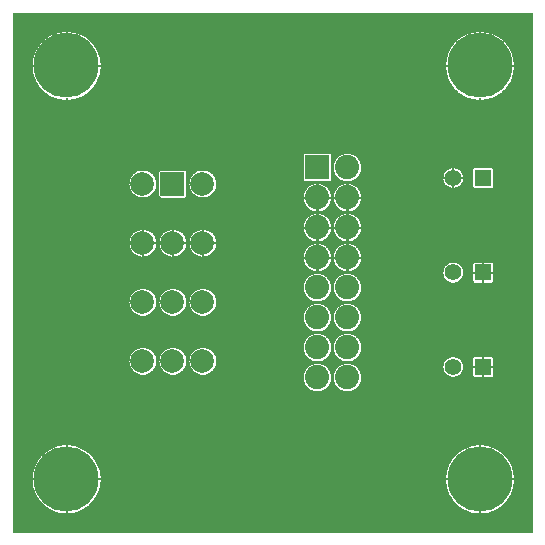
<source format=gtl>
%FSLAX33Y33*%
%MOMM*%
%AMRect-W1400000-H1400000-RO1.000*
21,1,1.4,1.4,0.,0.,180*%
%ADD10C,0.0508*%
%ADD11R,2.049999X2.049999*%
%ADD12C,2.049999*%
%ADD13C,2.*%
%ADD14C,1.4*%
%ADD15Rect-W1400000-H1400000-RO1.000*%
%ADD16C,5.5*%
%ADD17R,2.X2.*%
D10*
%LNpour fill*%
G01*
X44475Y44475D02*
X44475Y44475D01*
X0525Y44475*
X0525Y0525*
X44475Y0525*
X44475Y44475*
X5652Y37137D02*
X5652Y37137D01*
X5655Y37138*
X6273Y37354*
X6275Y37355*
X6830Y37703*
X6832Y37705*
X7295Y38168*
X7297Y38170*
X7645Y38725*
X7646Y38727*
X7862Y39345*
X7863Y39348*
X7928Y39928*
X7913Y39945*
X7735Y39945*
X7735Y40055*
X7913Y40055*
X7928Y40072*
X7863Y40652*
X7862Y40655*
X7646Y41273*
X7645Y41275*
X7297Y41830*
X7295Y41832*
X6832Y42295*
X6830Y42297*
X6275Y42645*
X6273Y42646*
X5655Y42862*
X5652Y42863*
X5072Y42928*
X5055Y42913*
X5055Y42735*
X4945Y42735*
X4945Y42913*
X4928Y42928*
X4348Y42863*
X4345Y42862*
X3727Y42646*
X3725Y42645*
X3170Y42297*
X3168Y42295*
X2705Y41832*
X2703Y41830*
X2355Y41275*
X2354Y41273*
X2138Y40655*
X2137Y40652*
X2072Y40072*
X2087Y40055*
X2265Y40055*
X2265Y39945*
X2087Y39945*
X2072Y39928*
X2137Y39348*
X2138Y39345*
X2354Y38727*
X2355Y38725*
X2703Y38170*
X2705Y38168*
X3168Y37705*
X3170Y37703*
X3725Y37355*
X3727Y37354*
X4345Y37138*
X4348Y37137*
X4928Y37072*
X4945Y37087*
X4945Y37265*
X5055Y37265*
X5055Y37087*
X5072Y37072*
X5652Y37137*
X40652Y37137D02*
X40652Y37137D01*
X40655Y37138*
X41273Y37354*
X41275Y37355*
X41830Y37703*
X41832Y37705*
X42295Y38168*
X42297Y38170*
X42645Y38725*
X42646Y38727*
X42862Y39345*
X42863Y39348*
X42928Y39928*
X42913Y39945*
X42735Y39945*
X42735Y40055*
X42913Y40055*
X42928Y40072*
X42863Y40652*
X42862Y40655*
X42646Y41273*
X42645Y41275*
X42297Y41830*
X42295Y41832*
X41832Y42295*
X41830Y42297*
X41275Y42645*
X41273Y42646*
X40655Y42862*
X40652Y42863*
X40072Y42928*
X40055Y42913*
X40055Y42735*
X39945Y42735*
X39945Y42913*
X39928Y42928*
X39348Y42863*
X39345Y42862*
X38727Y42646*
X38725Y42645*
X38170Y42297*
X38168Y42295*
X37705Y41832*
X37703Y41830*
X37355Y41275*
X37354Y41273*
X37138Y40655*
X37137Y40652*
X37072Y40072*
X37087Y40055*
X37265Y40055*
X37265Y39945*
X37087Y39945*
X37072Y39928*
X37137Y39348*
X37138Y39345*
X37354Y38727*
X37355Y38725*
X37703Y38170*
X37705Y38168*
X38168Y37705*
X38170Y37703*
X38725Y37355*
X38727Y37354*
X39345Y37138*
X39348Y37137*
X39928Y37072*
X39945Y37087*
X39945Y37265*
X40055Y37265*
X40055Y37087*
X40072Y37072*
X40652Y37137*
X27257Y30179D02*
X27257Y30179D01*
X27283Y30181*
X27285Y30181*
X27312Y30187*
X27314Y30188*
X27339Y30198*
X27341Y30199*
X27364Y30214*
X27365Y30215*
X27386Y30232*
X27388Y30234*
X27405Y30255*
X27406Y30256*
X27421Y30279*
X27422Y30281*
X27432Y30306*
X27433Y30308*
X27439Y30335*
X27439Y30337*
X27441Y30364*
X27441Y30365*
X27441Y32415*
X27441Y32416*
X27439Y32443*
X27439Y32445*
X27433Y32472*
X27432Y32474*
X27422Y32499*
X27421Y32501*
X27406Y32524*
X27405Y32525*
X27388Y32546*
X27386Y32548*
X27365Y32565*
X27364Y32566*
X27341Y32581*
X27339Y32582*
X27314Y32592*
X27312Y32593*
X27285Y32599*
X27283Y32599*
X27256Y32601*
X27255Y32601*
X25205Y32601*
X25204Y32601*
X25177Y32599*
X25175Y32599*
X25148Y32593*
X25146Y32592*
X25121Y32582*
X25119Y32581*
X25096Y32566*
X25095Y32565*
X25074Y32548*
X25072Y32546*
X25055Y32525*
X25054Y32524*
X25039Y32501*
X25038Y32499*
X25028Y32474*
X25027Y32472*
X25021Y32445*
X25021Y32443*
X25019Y32417*
X25019Y32416*
X25019Y30364*
X25019Y30363*
X25021Y30337*
X25021Y30335*
X25027Y30308*
X25028Y30306*
X25038Y30281*
X25039Y30279*
X25054Y30256*
X25055Y30255*
X25072Y30234*
X25074Y30232*
X25095Y30215*
X25096Y30214*
X25119Y30199*
X25121Y30198*
X25146Y30188*
X25148Y30187*
X25175Y30181*
X25177Y30181*
X25203Y30179*
X25204Y30179*
X27256Y30179*
X27257Y30179*
X28918Y30188D02*
X28918Y30188D01*
X29198Y30257*
X29201Y30258*
X29457Y30392*
X29459Y30394*
X29676Y30586*
X29678Y30588*
X29842Y30826*
X29843Y30828*
X29946Y31099*
X29947Y31102*
X29981Y31388*
X29981Y31392*
X29947Y31678*
X29946Y31681*
X29843Y31952*
X29842Y31954*
X29678Y32192*
X29676Y32194*
X29459Y32386*
X29457Y32388*
X29201Y32522*
X29198Y32523*
X28918Y32592*
X28914Y32593*
X28626Y32593*
X28622Y32592*
X28342Y32523*
X28339Y32522*
X28083Y32388*
X28081Y32386*
X27864Y32194*
X27862Y32192*
X27698Y31954*
X27697Y31952*
X27594Y31681*
X27593Y31678*
X27559Y31392*
X27559Y31388*
X27593Y31102*
X27594Y31099*
X27697Y30828*
X27698Y30826*
X27862Y30588*
X27864Y30586*
X28081Y30394*
X28083Y30392*
X28339Y30258*
X28342Y30257*
X28622Y30188*
X28626Y30187*
X28914Y30187*
X28918Y30188*
X40972Y29614D02*
X40972Y29614D01*
X40998Y29616*
X41000Y29616*
X41027Y29622*
X41029Y29623*
X41054Y29633*
X41056Y29634*
X41079Y29649*
X41080Y29650*
X41101Y29667*
X41103Y29669*
X41120Y29690*
X41121Y29691*
X41136Y29714*
X41137Y29716*
X41147Y29741*
X41148Y29743*
X41154Y29770*
X41154Y29772*
X41156Y29799*
X41156Y29800*
X41156Y31200*
X41156Y31201*
X41154Y31228*
X41154Y31230*
X41148Y31257*
X41147Y31259*
X41137Y31284*
X41136Y31286*
X41121Y31309*
X41120Y31310*
X41103Y31331*
X41101Y31333*
X41080Y31350*
X41079Y31351*
X41056Y31366*
X41054Y31367*
X41029Y31377*
X41027Y31378*
X41000Y31384*
X40998Y31384*
X40971Y31386*
X40970Y31386*
X39570Y31386*
X39569Y31386*
X39542Y31384*
X39540Y31384*
X39513Y31378*
X39511Y31377*
X39486Y31367*
X39484Y31366*
X39461Y31351*
X39460Y31350*
X39439Y31333*
X39437Y31331*
X39420Y31310*
X39419Y31309*
X39404Y31286*
X39403Y31284*
X39393Y31259*
X39392Y31257*
X39386Y31230*
X39386Y31228*
X39384Y31202*
X39384Y31201*
X39384Y29799*
X39384Y29798*
X39386Y29772*
X39386Y29770*
X39392Y29743*
X39393Y29741*
X39403Y29716*
X39404Y29714*
X39419Y29691*
X39420Y29690*
X39437Y29669*
X39439Y29667*
X39460Y29650*
X39461Y29649*
X39484Y29634*
X39486Y29633*
X39511Y29623*
X39513Y29622*
X39540Y29616*
X39542Y29616*
X39568Y29614*
X39569Y29614*
X40971Y29614*
X40972Y29614*
X37675Y29635D02*
X37675Y29635D01*
X37675Y29820*
X37785Y29820*
X37785Y29635*
X37799Y29620*
X37835Y29620*
X37838Y29620*
X38043Y29671*
X38046Y29672*
X38232Y29770*
X38235Y29771*
X38392Y29911*
X38394Y29913*
X38514Y30087*
X38516Y30089*
X38590Y30286*
X38591Y30289*
X38608Y30428*
X38593Y30445*
X38415Y30445*
X38415Y30555*
X38593Y30555*
X38608Y30572*
X38591Y30711*
X38590Y30714*
X38516Y30911*
X38514Y30913*
X38394Y31087*
X38392Y31089*
X38235Y31229*
X38232Y31230*
X38046Y31328*
X38043Y31329*
X37838Y31380*
X37835Y31380*
X37799Y31380*
X37785Y31365*
X37785Y31180*
X37675Y31180*
X37675Y31365*
X37661Y31380*
X37625Y31380*
X37622Y31380*
X37417Y31329*
X37414Y31328*
X37228Y31230*
X37225Y31229*
X37068Y31089*
X37066Y31087*
X36946Y30913*
X36944Y30911*
X36870Y30714*
X36869Y30711*
X36852Y30572*
X36867Y30555*
X37045Y30555*
X37045Y30445*
X36867Y30445*
X36852Y30428*
X36869Y30289*
X36870Y30286*
X36944Y30089*
X36946Y30087*
X37066Y29913*
X37068Y29911*
X37225Y29771*
X37228Y29770*
X37414Y29672*
X37417Y29671*
X37622Y29620*
X37625Y29620*
X37661Y29620*
X37675Y29635*
X15002Y28814D02*
X15002Y28814D01*
X15028Y28816*
X15030Y28816*
X15057Y28822*
X15059Y28823*
X15084Y28833*
X15086Y28834*
X15109Y28849*
X15110Y28850*
X15131Y28867*
X15133Y28869*
X15150Y28890*
X15151Y28891*
X15166Y28914*
X15167Y28916*
X15177Y28941*
X15178Y28943*
X15184Y28970*
X15184Y28972*
X15186Y28999*
X15186Y29000*
X15186Y31000*
X15186Y31001*
X15184Y31028*
X15184Y31030*
X15178Y31057*
X15177Y31059*
X15167Y31084*
X15166Y31086*
X15151Y31109*
X15150Y31110*
X15133Y31131*
X15131Y31133*
X15110Y31150*
X15109Y31151*
X15086Y31166*
X15084Y31167*
X15059Y31177*
X15057Y31178*
X15030Y31184*
X15028Y31184*
X15001Y31186*
X15000Y31186*
X13000Y31186*
X12999Y31186*
X12972Y31184*
X12970Y31184*
X12943Y31178*
X12941Y31177*
X12916Y31167*
X12914Y31166*
X12891Y31151*
X12890Y31150*
X12869Y31133*
X12867Y31131*
X12850Y31110*
X12849Y31109*
X12834Y31086*
X12833Y31084*
X12823Y31059*
X12822Y31057*
X12816Y31030*
X12816Y31028*
X12814Y31002*
X12814Y31001*
X12814Y28999*
X12814Y28998*
X12816Y28972*
X12816Y28970*
X12822Y28943*
X12823Y28941*
X12833Y28916*
X12834Y28914*
X12849Y28891*
X12850Y28890*
X12867Y28869*
X12869Y28867*
X12890Y28850*
X12891Y28849*
X12914Y28834*
X12916Y28833*
X12941Y28823*
X12943Y28822*
X12970Y28816*
X12972Y28816*
X12998Y28814*
X12999Y28814*
X15001Y28814*
X15002Y28814*
X11605Y28822D02*
X11605Y28822D01*
X11879Y28890*
X11882Y28891*
X12133Y29023*
X12135Y29024*
X12347Y29212*
X12349Y29214*
X12510Y29447*
X12511Y29450*
X12612Y29715*
X12612Y29718*
X12646Y29998*
X12646Y30002*
X12612Y30282*
X12612Y30285*
X12511Y30550*
X12510Y30553*
X12349Y30786*
X12347Y30788*
X12135Y30976*
X12133Y30977*
X11882Y31109*
X11879Y31110*
X11605Y31178*
X11601Y31178*
X11319Y31178*
X11315Y31178*
X11041Y31110*
X11038Y31109*
X10787Y30977*
X10785Y30976*
X10573Y30788*
X10571Y30786*
X10410Y30553*
X10409Y30550*
X10308Y30285*
X10308Y30282*
X10274Y30002*
X10274Y29998*
X10308Y29718*
X10308Y29715*
X10409Y29450*
X10410Y29447*
X10571Y29214*
X10573Y29212*
X10785Y29024*
X10787Y29023*
X11038Y28891*
X11041Y28890*
X11315Y28822*
X11319Y28822*
X11601Y28822*
X11605Y28822*
X16685Y28822D02*
X16685Y28822D01*
X16959Y28890*
X16962Y28891*
X17213Y29023*
X17215Y29024*
X17427Y29212*
X17429Y29214*
X17590Y29447*
X17591Y29450*
X17692Y29715*
X17692Y29718*
X17726Y29998*
X17726Y30002*
X17692Y30282*
X17692Y30285*
X17591Y30550*
X17590Y30553*
X17429Y30786*
X17427Y30788*
X17215Y30976*
X17213Y30977*
X16962Y31109*
X16959Y31110*
X16685Y31178*
X16681Y31178*
X16399Y31178*
X16395Y31178*
X16121Y31110*
X16118Y31109*
X15867Y30977*
X15865Y30976*
X15653Y30788*
X15651Y30786*
X15490Y30553*
X15489Y30550*
X15388Y30285*
X15388Y30282*
X15354Y30002*
X15354Y29998*
X15388Y29718*
X15388Y29715*
X15489Y29450*
X15490Y29447*
X15651Y29214*
X15653Y29212*
X15865Y29024*
X15867Y29023*
X16118Y28891*
X16121Y28890*
X16395Y28822*
X16399Y28822*
X16681Y28822*
X16685Y28822*
X26175Y27662D02*
X26175Y27662D01*
X26175Y27847*
X26285Y27847*
X26285Y27662*
X26299Y27647*
X26374Y27647*
X26378Y27648*
X26658Y27717*
X26661Y27718*
X26917Y27852*
X26919Y27854*
X27136Y28046*
X27138Y28048*
X27302Y28286*
X27303Y28288*
X27406Y28559*
X27407Y28562*
X27433Y28778*
X27418Y28795*
X27240Y28795*
X27240Y28905*
X27418Y28905*
X27433Y28922*
X27407Y29138*
X27406Y29141*
X27303Y29412*
X27302Y29414*
X27138Y29652*
X27136Y29654*
X26919Y29846*
X26917Y29848*
X26661Y29982*
X26658Y29983*
X26378Y30052*
X26374Y30053*
X26299Y30053*
X26285Y30038*
X26285Y29853*
X26175Y29853*
X26175Y30038*
X26161Y30053*
X26086Y30053*
X26082Y30052*
X25802Y29983*
X25799Y29982*
X25543Y29848*
X25541Y29846*
X25324Y29654*
X25322Y29652*
X25158Y29414*
X25157Y29412*
X25054Y29141*
X25053Y29138*
X25027Y28922*
X25042Y28905*
X25220Y28905*
X25220Y28795*
X25042Y28795*
X25027Y28778*
X25053Y28562*
X25054Y28559*
X25157Y28288*
X25158Y28286*
X25322Y28048*
X25324Y28046*
X25541Y27854*
X25543Y27852*
X25799Y27718*
X25802Y27717*
X26082Y27648*
X26086Y27647*
X26161Y27647*
X26175Y27662*
X28715Y27662D02*
X28715Y27662D01*
X28715Y27847*
X28825Y27847*
X28825Y27662*
X28839Y27647*
X28914Y27647*
X28918Y27648*
X29198Y27717*
X29201Y27718*
X29457Y27852*
X29459Y27854*
X29676Y28046*
X29678Y28048*
X29842Y28286*
X29843Y28288*
X29946Y28559*
X29947Y28562*
X29973Y28778*
X29958Y28795*
X29780Y28795*
X29780Y28905*
X29958Y28905*
X29973Y28922*
X29947Y29138*
X29946Y29141*
X29843Y29412*
X29842Y29414*
X29678Y29652*
X29676Y29654*
X29459Y29846*
X29457Y29848*
X29201Y29982*
X29198Y29983*
X28918Y30052*
X28914Y30053*
X28839Y30053*
X28825Y30038*
X28825Y29853*
X28715Y29853*
X28715Y30038*
X28701Y30053*
X28626Y30053*
X28622Y30052*
X28342Y29983*
X28339Y29982*
X28083Y29848*
X28081Y29846*
X27864Y29654*
X27862Y29652*
X27698Y29414*
X27697Y29412*
X27594Y29141*
X27593Y29138*
X27567Y28922*
X27582Y28905*
X27760Y28905*
X27760Y28795*
X27582Y28795*
X27567Y28778*
X27593Y28562*
X27594Y28559*
X27697Y28288*
X27698Y28286*
X27862Y28048*
X27864Y28046*
X28081Y27854*
X28083Y27852*
X28339Y27718*
X28342Y27717*
X28622Y27648*
X28626Y27647*
X28701Y27647*
X28715Y27662*
X26175Y25122D02*
X26175Y25122D01*
X26175Y25307*
X26285Y25307*
X26285Y25122*
X26299Y25107*
X26374Y25107*
X26378Y25108*
X26658Y25177*
X26661Y25178*
X26917Y25312*
X26919Y25314*
X27136Y25506*
X27138Y25508*
X27302Y25746*
X27303Y25748*
X27406Y26019*
X27407Y26022*
X27433Y26238*
X27418Y26255*
X27240Y26255*
X27240Y26365*
X27418Y26365*
X27433Y26382*
X27407Y26598*
X27406Y26601*
X27303Y26872*
X27302Y26874*
X27138Y27112*
X27136Y27114*
X26919Y27306*
X26917Y27308*
X26661Y27442*
X26658Y27443*
X26378Y27512*
X26374Y27513*
X26299Y27513*
X26285Y27498*
X26285Y27313*
X26175Y27313*
X26175Y27498*
X26161Y27513*
X26086Y27513*
X26082Y27512*
X25802Y27443*
X25799Y27442*
X25543Y27308*
X25541Y27306*
X25324Y27114*
X25322Y27112*
X25158Y26874*
X25157Y26872*
X25054Y26601*
X25053Y26598*
X25027Y26382*
X25042Y26365*
X25220Y26365*
X25220Y26255*
X25042Y26255*
X25027Y26238*
X25053Y26022*
X25054Y26019*
X25157Y25748*
X25158Y25746*
X25322Y25508*
X25324Y25506*
X25541Y25314*
X25543Y25312*
X25799Y25178*
X25802Y25177*
X26082Y25108*
X26086Y25107*
X26161Y25107*
X26175Y25122*
X28715Y25122D02*
X28715Y25122D01*
X28715Y25307*
X28825Y25307*
X28825Y25122*
X28839Y25107*
X28914Y25107*
X28918Y25108*
X29198Y25177*
X29201Y25178*
X29457Y25312*
X29459Y25314*
X29676Y25506*
X29678Y25508*
X29842Y25746*
X29843Y25748*
X29946Y26019*
X29947Y26022*
X29973Y26238*
X29958Y26255*
X29780Y26255*
X29780Y26365*
X29958Y26365*
X29973Y26382*
X29947Y26598*
X29946Y26601*
X29843Y26872*
X29842Y26874*
X29678Y27112*
X29676Y27114*
X29459Y27306*
X29457Y27308*
X29201Y27442*
X29198Y27443*
X28918Y27512*
X28914Y27513*
X28839Y27513*
X28825Y27498*
X28825Y27313*
X28715Y27313*
X28715Y27498*
X28701Y27513*
X28626Y27513*
X28622Y27512*
X28342Y27443*
X28339Y27442*
X28083Y27308*
X28081Y27306*
X27864Y27114*
X27862Y27112*
X27698Y26874*
X27697Y26872*
X27594Y26601*
X27593Y26598*
X27567Y26382*
X27582Y26365*
X27760Y26365*
X27760Y26255*
X27582Y26255*
X27567Y26238*
X27593Y26022*
X27594Y26019*
X27697Y25748*
X27698Y25746*
X27862Y25508*
X27864Y25506*
X28081Y25314*
X28083Y25312*
X28339Y25178*
X28342Y25177*
X28622Y25108*
X28626Y25107*
X28701Y25107*
X28715Y25122*
X11405Y23837D02*
X11405Y23837D01*
X11405Y24022*
X11515Y24022*
X11515Y23837*
X11529Y23822*
X11601Y23822*
X11605Y23822*
X11879Y23890*
X11882Y23891*
X12133Y24023*
X12135Y24024*
X12347Y24212*
X12349Y24214*
X12510Y24447*
X12511Y24450*
X12612Y24715*
X12612Y24718*
X12638Y24928*
X12623Y24945*
X12445Y24945*
X12445Y25055*
X12623Y25055*
X12638Y25072*
X12612Y25282*
X12612Y25285*
X12511Y25550*
X12510Y25553*
X12349Y25786*
X12347Y25788*
X12135Y25976*
X12133Y25977*
X11882Y26109*
X11879Y26110*
X11605Y26178*
X11601Y26178*
X11529Y26178*
X11515Y26163*
X11515Y25978*
X11405Y25978*
X11405Y26163*
X11391Y26178*
X11319Y26178*
X11315Y26178*
X11041Y26110*
X11038Y26109*
X10787Y25977*
X10785Y25976*
X10573Y25788*
X10571Y25786*
X10410Y25553*
X10409Y25550*
X10308Y25285*
X10308Y25282*
X10282Y25072*
X10297Y25055*
X10475Y25055*
X10475Y24945*
X10297Y24945*
X10282Y24928*
X10308Y24718*
X10308Y24715*
X10409Y24450*
X10410Y24447*
X10571Y24214*
X10573Y24212*
X10785Y24024*
X10787Y24023*
X11038Y23891*
X11041Y23890*
X11315Y23822*
X11319Y23822*
X11391Y23822*
X11405Y23837*
X13945Y23837D02*
X13945Y23837D01*
X13945Y24022*
X14055Y24022*
X14055Y23837*
X14069Y23822*
X14141Y23822*
X14145Y23822*
X14419Y23890*
X14422Y23891*
X14673Y24023*
X14675Y24024*
X14887Y24212*
X14889Y24214*
X15050Y24447*
X15051Y24450*
X15152Y24715*
X15152Y24718*
X15178Y24928*
X15163Y24945*
X14985Y24945*
X14985Y25055*
X15163Y25055*
X15178Y25072*
X15152Y25282*
X15152Y25285*
X15051Y25550*
X15050Y25553*
X14889Y25786*
X14887Y25788*
X14675Y25976*
X14673Y25977*
X14422Y26109*
X14419Y26110*
X14145Y26178*
X14141Y26178*
X14069Y26178*
X14055Y26163*
X14055Y25978*
X13945Y25978*
X13945Y26163*
X13931Y26178*
X13859Y26178*
X13855Y26178*
X13581Y26110*
X13578Y26109*
X13327Y25977*
X13325Y25976*
X13113Y25788*
X13111Y25786*
X12950Y25553*
X12949Y25550*
X12848Y25285*
X12848Y25282*
X12822Y25072*
X12837Y25055*
X13015Y25055*
X13015Y24945*
X12837Y24945*
X12822Y24928*
X12848Y24718*
X12848Y24715*
X12949Y24450*
X12950Y24447*
X13111Y24214*
X13113Y24212*
X13325Y24024*
X13327Y24023*
X13578Y23891*
X13581Y23890*
X13855Y23822*
X13859Y23822*
X13931Y23822*
X13945Y23837*
X16485Y23837D02*
X16485Y23837D01*
X16485Y24022*
X16595Y24022*
X16595Y23837*
X16609Y23822*
X16681Y23822*
X16685Y23822*
X16959Y23890*
X16962Y23891*
X17213Y24023*
X17215Y24024*
X17427Y24212*
X17429Y24214*
X17590Y24447*
X17591Y24450*
X17692Y24715*
X17692Y24718*
X17718Y24928*
X17703Y24945*
X17525Y24945*
X17525Y25055*
X17703Y25055*
X17718Y25072*
X17692Y25282*
X17692Y25285*
X17591Y25550*
X17590Y25553*
X17429Y25786*
X17427Y25788*
X17215Y25976*
X17213Y25977*
X16962Y26109*
X16959Y26110*
X16685Y26178*
X16681Y26178*
X16609Y26178*
X16595Y26163*
X16595Y25978*
X16485Y25978*
X16485Y26163*
X16471Y26178*
X16399Y26178*
X16395Y26178*
X16121Y26110*
X16118Y26109*
X15867Y25977*
X15865Y25976*
X15653Y25788*
X15651Y25786*
X15490Y25553*
X15489Y25550*
X15388Y25285*
X15388Y25282*
X15362Y25072*
X15377Y25055*
X15555Y25055*
X15555Y24945*
X15377Y24945*
X15362Y24928*
X15388Y24718*
X15388Y24715*
X15489Y24450*
X15490Y24447*
X15651Y24214*
X15653Y24212*
X15865Y24024*
X15867Y24023*
X16118Y23891*
X16121Y23890*
X16395Y23822*
X16399Y23822*
X16471Y23822*
X16485Y23837*
X26175Y22582D02*
X26175Y22582D01*
X26175Y22767*
X26285Y22767*
X26285Y22582*
X26299Y22567*
X26374Y22567*
X26378Y22568*
X26658Y22637*
X26661Y22638*
X26917Y22772*
X26919Y22774*
X27136Y22966*
X27138Y22968*
X27302Y23206*
X27303Y23208*
X27406Y23479*
X27407Y23482*
X27433Y23698*
X27418Y23715*
X27240Y23715*
X27240Y23825*
X27418Y23825*
X27433Y23842*
X27407Y24058*
X27406Y24061*
X27303Y24332*
X27302Y24334*
X27138Y24572*
X27136Y24574*
X26919Y24766*
X26917Y24768*
X26661Y24902*
X26658Y24903*
X26378Y24972*
X26374Y24973*
X26299Y24973*
X26285Y24958*
X26285Y24773*
X26175Y24773*
X26175Y24958*
X26161Y24973*
X26086Y24973*
X26082Y24972*
X25802Y24903*
X25799Y24902*
X25543Y24768*
X25541Y24766*
X25324Y24574*
X25322Y24572*
X25158Y24334*
X25157Y24332*
X25054Y24061*
X25053Y24058*
X25027Y23842*
X25042Y23825*
X25220Y23825*
X25220Y23715*
X25042Y23715*
X25027Y23698*
X25053Y23482*
X25054Y23479*
X25157Y23208*
X25158Y23206*
X25322Y22968*
X25324Y22966*
X25541Y22774*
X25543Y22772*
X25799Y22638*
X25802Y22637*
X26082Y22568*
X26086Y22567*
X26161Y22567*
X26175Y22582*
X28715Y22582D02*
X28715Y22582D01*
X28715Y22767*
X28825Y22767*
X28825Y22582*
X28839Y22567*
X28914Y22567*
X28918Y22568*
X29198Y22637*
X29201Y22638*
X29457Y22772*
X29459Y22774*
X29676Y22966*
X29678Y22968*
X29842Y23206*
X29843Y23208*
X29946Y23479*
X29947Y23482*
X29973Y23698*
X29958Y23715*
X29780Y23715*
X29780Y23825*
X29958Y23825*
X29973Y23842*
X29947Y24058*
X29946Y24061*
X29843Y24332*
X29842Y24334*
X29678Y24572*
X29676Y24574*
X29459Y24766*
X29457Y24768*
X29201Y24902*
X29198Y24903*
X28918Y24972*
X28914Y24973*
X28839Y24973*
X28825Y24958*
X28825Y24773*
X28715Y24773*
X28715Y24958*
X28701Y24973*
X28626Y24973*
X28622Y24972*
X28342Y24903*
X28339Y24902*
X28083Y24768*
X28081Y24766*
X27864Y24574*
X27862Y24572*
X27698Y24334*
X27697Y24332*
X27594Y24061*
X27593Y24058*
X27567Y23842*
X27582Y23825*
X27760Y23825*
X27760Y23715*
X27582Y23715*
X27567Y23698*
X27593Y23482*
X27594Y23479*
X27697Y23208*
X27698Y23206*
X27862Y22968*
X27864Y22966*
X28081Y22774*
X28083Y22772*
X28339Y22638*
X28342Y22637*
X28622Y22568*
X28626Y22567*
X28701Y22567*
X28715Y22582*
X40215Y21628D02*
X40215Y21628D01*
X40215Y21815*
X40325Y21815*
X40325Y21628*
X40339Y21614*
X40971Y21614*
X40972Y21614*
X40998Y21616*
X41000Y21616*
X41027Y21622*
X41029Y21623*
X41054Y21633*
X41056Y21634*
X41079Y21649*
X41080Y21650*
X41101Y21667*
X41103Y21669*
X41120Y21690*
X41121Y21691*
X41136Y21714*
X41137Y21716*
X41147Y21741*
X41148Y21743*
X41154Y21770*
X41154Y21772*
X41156Y21799*
X41156Y21800*
X41156Y22431*
X41142Y22445*
X40955Y22445*
X40955Y22555*
X41142Y22555*
X41156Y22569*
X41156Y23200*
X41156Y23201*
X41154Y23228*
X41154Y23230*
X41148Y23257*
X41147Y23259*
X41137Y23284*
X41136Y23286*
X41121Y23309*
X41120Y23310*
X41103Y23331*
X41101Y23333*
X41080Y23350*
X41079Y23351*
X41056Y23366*
X41054Y23367*
X41029Y23377*
X41027Y23378*
X41000Y23384*
X40998Y23384*
X40971Y23386*
X40970Y23386*
X40339Y23386*
X40325Y23372*
X40325Y23185*
X40215Y23185*
X40215Y23372*
X40201Y23386*
X39570Y23386*
X39569Y23386*
X39542Y23384*
X39540Y23384*
X39513Y23378*
X39511Y23377*
X39486Y23367*
X39484Y23366*
X39461Y23351*
X39460Y23350*
X39439Y23333*
X39437Y23331*
X39420Y23310*
X39419Y23309*
X39404Y23286*
X39403Y23284*
X39393Y23259*
X39392Y23257*
X39386Y23230*
X39386Y23228*
X39384Y23202*
X39384Y23201*
X39384Y22569*
X39398Y22555*
X39585Y22555*
X39585Y22445*
X39398Y22445*
X39384Y22431*
X39384Y21799*
X39384Y21798*
X39386Y21772*
X39386Y21770*
X39392Y21743*
X39393Y21741*
X39403Y21716*
X39404Y21714*
X39419Y21691*
X39420Y21690*
X39437Y21669*
X39439Y21667*
X39460Y21650*
X39461Y21649*
X39484Y21634*
X39486Y21633*
X39511Y21623*
X39513Y21622*
X39540Y21616*
X39542Y21616*
X39568Y21614*
X39569Y21614*
X40201Y21614*
X40215Y21628*
X37838Y21620D02*
X37838Y21620D01*
X38043Y21671*
X38046Y21672*
X38232Y21770*
X38235Y21771*
X38392Y21911*
X38394Y21913*
X38514Y22087*
X38516Y22089*
X38590Y22286*
X38591Y22289*
X38616Y22498*
X38616Y22502*
X38591Y22711*
X38590Y22714*
X38516Y22911*
X38514Y22913*
X38394Y23087*
X38392Y23089*
X38235Y23229*
X38232Y23230*
X38046Y23328*
X38043Y23329*
X37838Y23380*
X37835Y23380*
X37625Y23380*
X37622Y23380*
X37417Y23329*
X37414Y23328*
X37228Y23230*
X37225Y23229*
X37068Y23089*
X37066Y23087*
X36946Y22913*
X36944Y22911*
X36870Y22714*
X36869Y22711*
X36844Y22502*
X36844Y22498*
X36869Y22289*
X36870Y22286*
X36944Y22089*
X36946Y22087*
X37066Y21913*
X37068Y21911*
X37225Y21771*
X37228Y21770*
X37414Y21672*
X37417Y21671*
X37622Y21620*
X37625Y21620*
X37835Y21620*
X37838Y21620*
X26378Y20028D02*
X26378Y20028D01*
X26658Y20097*
X26661Y20098*
X26917Y20232*
X26919Y20234*
X27136Y20426*
X27138Y20428*
X27302Y20666*
X27303Y20668*
X27406Y20939*
X27407Y20942*
X27441Y21228*
X27441Y21232*
X27407Y21518*
X27406Y21521*
X27303Y21792*
X27302Y21794*
X27138Y22032*
X27136Y22034*
X26919Y22226*
X26917Y22228*
X26661Y22362*
X26658Y22363*
X26378Y22432*
X26374Y22433*
X26086Y22433*
X26082Y22432*
X25802Y22363*
X25799Y22362*
X25543Y22228*
X25541Y22226*
X25324Y22034*
X25322Y22032*
X25158Y21794*
X25157Y21792*
X25054Y21521*
X25053Y21518*
X25019Y21232*
X25019Y21228*
X25053Y20942*
X25054Y20939*
X25157Y20668*
X25158Y20666*
X25322Y20428*
X25324Y20426*
X25541Y20234*
X25543Y20232*
X25799Y20098*
X25802Y20097*
X26082Y20028*
X26086Y20027*
X26374Y20027*
X26378Y20028*
X28918Y20028D02*
X28918Y20028D01*
X29198Y20097*
X29201Y20098*
X29457Y20232*
X29459Y20234*
X29676Y20426*
X29678Y20428*
X29842Y20666*
X29843Y20668*
X29946Y20939*
X29947Y20942*
X29981Y21228*
X29981Y21232*
X29947Y21518*
X29946Y21521*
X29843Y21792*
X29842Y21794*
X29678Y22032*
X29676Y22034*
X29459Y22226*
X29457Y22228*
X29201Y22362*
X29198Y22363*
X28918Y22432*
X28914Y22433*
X28626Y22433*
X28622Y22432*
X28342Y22363*
X28339Y22362*
X28083Y22228*
X28081Y22226*
X27864Y22034*
X27862Y22032*
X27698Y21794*
X27697Y21792*
X27594Y21521*
X27593Y21518*
X27559Y21232*
X27559Y21228*
X27593Y20942*
X27594Y20939*
X27697Y20668*
X27698Y20666*
X27862Y20428*
X27864Y20426*
X28081Y20234*
X28083Y20232*
X28339Y20098*
X28342Y20097*
X28622Y20028*
X28626Y20027*
X28914Y20027*
X28918Y20028*
X11605Y18822D02*
X11605Y18822D01*
X11879Y18890*
X11882Y18891*
X12133Y19023*
X12135Y19024*
X12347Y19212*
X12349Y19214*
X12510Y19447*
X12511Y19450*
X12612Y19715*
X12612Y19718*
X12646Y19998*
X12646Y20002*
X12612Y20282*
X12612Y20285*
X12511Y20550*
X12510Y20553*
X12349Y20786*
X12347Y20788*
X12135Y20976*
X12133Y20977*
X11882Y21109*
X11879Y21110*
X11605Y21178*
X11601Y21178*
X11319Y21178*
X11315Y21178*
X11041Y21110*
X11038Y21109*
X10787Y20977*
X10785Y20976*
X10573Y20788*
X10571Y20786*
X10410Y20553*
X10409Y20550*
X10308Y20285*
X10308Y20282*
X10274Y20002*
X10274Y19998*
X10308Y19718*
X10308Y19715*
X10409Y19450*
X10410Y19447*
X10571Y19214*
X10573Y19212*
X10785Y19024*
X10787Y19023*
X11038Y18891*
X11041Y18890*
X11315Y18822*
X11319Y18822*
X11601Y18822*
X11605Y18822*
X14145Y18822D02*
X14145Y18822D01*
X14419Y18890*
X14422Y18891*
X14673Y19023*
X14675Y19024*
X14887Y19212*
X14889Y19214*
X15050Y19447*
X15051Y19450*
X15152Y19715*
X15152Y19718*
X15186Y19998*
X15186Y20002*
X15152Y20282*
X15152Y20285*
X15051Y20550*
X15050Y20553*
X14889Y20786*
X14887Y20788*
X14675Y20976*
X14673Y20977*
X14422Y21109*
X14419Y21110*
X14145Y21178*
X14141Y21178*
X13859Y21178*
X13855Y21178*
X13581Y21110*
X13578Y21109*
X13327Y20977*
X13325Y20976*
X13113Y20788*
X13111Y20786*
X12950Y20553*
X12949Y20550*
X12848Y20285*
X12848Y20282*
X12814Y20002*
X12814Y19998*
X12848Y19718*
X12848Y19715*
X12949Y19450*
X12950Y19447*
X13111Y19214*
X13113Y19212*
X13325Y19024*
X13327Y19023*
X13578Y18891*
X13581Y18890*
X13855Y18822*
X13859Y18822*
X14141Y18822*
X14145Y18822*
X16685Y18822D02*
X16685Y18822D01*
X16959Y18890*
X16962Y18891*
X17213Y19023*
X17215Y19024*
X17427Y19212*
X17429Y19214*
X17590Y19447*
X17591Y19450*
X17692Y19715*
X17692Y19718*
X17726Y19998*
X17726Y20002*
X17692Y20282*
X17692Y20285*
X17591Y20550*
X17590Y20553*
X17429Y20786*
X17427Y20788*
X17215Y20976*
X17213Y20977*
X16962Y21109*
X16959Y21110*
X16685Y21178*
X16681Y21178*
X16399Y21178*
X16395Y21178*
X16121Y21110*
X16118Y21109*
X15867Y20977*
X15865Y20976*
X15653Y20788*
X15651Y20786*
X15490Y20553*
X15489Y20550*
X15388Y20285*
X15388Y20282*
X15354Y20002*
X15354Y19998*
X15388Y19718*
X15388Y19715*
X15489Y19450*
X15490Y19447*
X15651Y19214*
X15653Y19212*
X15865Y19024*
X15867Y19023*
X16118Y18891*
X16121Y18890*
X16395Y18822*
X16399Y18822*
X16681Y18822*
X16685Y18822*
X26378Y17488D02*
X26378Y17488D01*
X26658Y17557*
X26661Y17558*
X26917Y17692*
X26919Y17694*
X27136Y17886*
X27138Y17888*
X27302Y18126*
X27303Y18128*
X27406Y18399*
X27407Y18402*
X27441Y18688*
X27441Y18692*
X27407Y18978*
X27406Y18981*
X27303Y19252*
X27302Y19254*
X27138Y19492*
X27136Y19494*
X26919Y19686*
X26917Y19688*
X26661Y19822*
X26658Y19823*
X26378Y19892*
X26374Y19893*
X26086Y19893*
X26082Y19892*
X25802Y19823*
X25799Y19822*
X25543Y19688*
X25541Y19686*
X25324Y19494*
X25322Y19492*
X25158Y19254*
X25157Y19252*
X25054Y18981*
X25053Y18978*
X25019Y18692*
X25019Y18688*
X25053Y18402*
X25054Y18399*
X25157Y18128*
X25158Y18126*
X25322Y17888*
X25324Y17886*
X25541Y17694*
X25543Y17692*
X25799Y17558*
X25802Y17557*
X26082Y17488*
X26086Y17487*
X26374Y17487*
X26378Y17488*
X28918Y17488D02*
X28918Y17488D01*
X29198Y17557*
X29201Y17558*
X29457Y17692*
X29459Y17694*
X29676Y17886*
X29678Y17888*
X29842Y18126*
X29843Y18128*
X29946Y18399*
X29947Y18402*
X29981Y18688*
X29981Y18692*
X29947Y18978*
X29946Y18981*
X29843Y19252*
X29842Y19254*
X29678Y19492*
X29676Y19494*
X29459Y19686*
X29457Y19688*
X29201Y19822*
X29198Y19823*
X28918Y19892*
X28914Y19893*
X28626Y19893*
X28622Y19892*
X28342Y19823*
X28339Y19822*
X28083Y19688*
X28081Y19686*
X27864Y19494*
X27862Y19492*
X27698Y19254*
X27697Y19252*
X27594Y18981*
X27593Y18978*
X27559Y18692*
X27559Y18688*
X27593Y18402*
X27594Y18399*
X27697Y18128*
X27698Y18126*
X27862Y17888*
X27864Y17886*
X28081Y17694*
X28083Y17692*
X28339Y17558*
X28342Y17557*
X28622Y17488*
X28626Y17487*
X28914Y17487*
X28918Y17488*
X26378Y14948D02*
X26378Y14948D01*
X26658Y15017*
X26661Y15018*
X26917Y15152*
X26919Y15154*
X27136Y15346*
X27138Y15348*
X27302Y15586*
X27303Y15588*
X27406Y15859*
X27407Y15862*
X27441Y16148*
X27441Y16152*
X27407Y16438*
X27406Y16441*
X27303Y16712*
X27302Y16714*
X27138Y16952*
X27136Y16954*
X26919Y17146*
X26917Y17148*
X26661Y17282*
X26658Y17283*
X26378Y17352*
X26374Y17353*
X26086Y17353*
X26082Y17352*
X25802Y17283*
X25799Y17282*
X25543Y17148*
X25541Y17146*
X25324Y16954*
X25322Y16952*
X25158Y16714*
X25157Y16712*
X25054Y16441*
X25053Y16438*
X25019Y16152*
X25019Y16148*
X25053Y15862*
X25054Y15859*
X25157Y15588*
X25158Y15586*
X25322Y15348*
X25324Y15346*
X25541Y15154*
X25543Y15152*
X25799Y15018*
X25802Y15017*
X26082Y14948*
X26086Y14947*
X26374Y14947*
X26378Y14948*
X28918Y14948D02*
X28918Y14948D01*
X29198Y15017*
X29201Y15018*
X29457Y15152*
X29459Y15154*
X29676Y15346*
X29678Y15348*
X29842Y15586*
X29843Y15588*
X29946Y15859*
X29947Y15862*
X29981Y16148*
X29981Y16152*
X29947Y16438*
X29946Y16441*
X29843Y16712*
X29842Y16714*
X29678Y16952*
X29676Y16954*
X29459Y17146*
X29457Y17148*
X29201Y17282*
X29198Y17283*
X28918Y17352*
X28914Y17353*
X28626Y17353*
X28622Y17352*
X28342Y17283*
X28339Y17282*
X28083Y17148*
X28081Y17146*
X27864Y16954*
X27862Y16952*
X27698Y16714*
X27697Y16712*
X27594Y16441*
X27593Y16438*
X27559Y16152*
X27559Y16148*
X27593Y15862*
X27594Y15859*
X27697Y15588*
X27698Y15586*
X27862Y15348*
X27864Y15346*
X28081Y15154*
X28083Y15152*
X28339Y15018*
X28342Y15017*
X28622Y14948*
X28626Y14947*
X28914Y14947*
X28918Y14948*
X11605Y13822D02*
X11605Y13822D01*
X11879Y13890*
X11882Y13891*
X12133Y14023*
X12135Y14024*
X12347Y14212*
X12349Y14214*
X12510Y14447*
X12511Y14450*
X12612Y14715*
X12612Y14718*
X12646Y14998*
X12646Y15002*
X12612Y15282*
X12612Y15285*
X12511Y15550*
X12510Y15553*
X12349Y15786*
X12347Y15788*
X12135Y15976*
X12133Y15977*
X11882Y16109*
X11879Y16110*
X11605Y16178*
X11601Y16178*
X11319Y16178*
X11315Y16178*
X11041Y16110*
X11038Y16109*
X10787Y15977*
X10785Y15976*
X10573Y15788*
X10571Y15786*
X10410Y15553*
X10409Y15550*
X10308Y15285*
X10308Y15282*
X10274Y15002*
X10274Y14998*
X10308Y14718*
X10308Y14715*
X10409Y14450*
X10410Y14447*
X10571Y14214*
X10573Y14212*
X10785Y14024*
X10787Y14023*
X11038Y13891*
X11041Y13890*
X11315Y13822*
X11319Y13822*
X11601Y13822*
X11605Y13822*
X14145Y13822D02*
X14145Y13822D01*
X14419Y13890*
X14422Y13891*
X14673Y14023*
X14675Y14024*
X14887Y14212*
X14889Y14214*
X15050Y14447*
X15051Y14450*
X15152Y14715*
X15152Y14718*
X15186Y14998*
X15186Y15002*
X15152Y15282*
X15152Y15285*
X15051Y15550*
X15050Y15553*
X14889Y15786*
X14887Y15788*
X14675Y15976*
X14673Y15977*
X14422Y16109*
X14419Y16110*
X14145Y16178*
X14141Y16178*
X13859Y16178*
X13855Y16178*
X13581Y16110*
X13578Y16109*
X13327Y15977*
X13325Y15976*
X13113Y15788*
X13111Y15786*
X12950Y15553*
X12949Y15550*
X12848Y15285*
X12848Y15282*
X12814Y15002*
X12814Y14998*
X12848Y14718*
X12848Y14715*
X12949Y14450*
X12950Y14447*
X13111Y14214*
X13113Y14212*
X13325Y14024*
X13327Y14023*
X13578Y13891*
X13581Y13890*
X13855Y13822*
X13859Y13822*
X14141Y13822*
X14145Y13822*
X16685Y13822D02*
X16685Y13822D01*
X16959Y13890*
X16962Y13891*
X17213Y14023*
X17215Y14024*
X17427Y14212*
X17429Y14214*
X17590Y14447*
X17591Y14450*
X17692Y14715*
X17692Y14718*
X17726Y14998*
X17726Y15002*
X17692Y15282*
X17692Y15285*
X17591Y15550*
X17590Y15553*
X17429Y15786*
X17427Y15788*
X17215Y15976*
X17213Y15977*
X16962Y16109*
X16959Y16110*
X16685Y16178*
X16681Y16178*
X16399Y16178*
X16395Y16178*
X16121Y16110*
X16118Y16109*
X15867Y15977*
X15865Y15976*
X15653Y15788*
X15651Y15786*
X15490Y15553*
X15489Y15550*
X15388Y15285*
X15388Y15282*
X15354Y15002*
X15354Y14998*
X15388Y14718*
X15388Y14715*
X15489Y14450*
X15490Y14447*
X15651Y14214*
X15653Y14212*
X15865Y14024*
X15867Y14023*
X16118Y13891*
X16121Y13890*
X16395Y13822*
X16399Y13822*
X16681Y13822*
X16685Y13822*
X40215Y13628D02*
X40215Y13628D01*
X40215Y13815*
X40325Y13815*
X40325Y13628*
X40339Y13614*
X40971Y13614*
X40972Y13614*
X40998Y13616*
X41000Y13616*
X41027Y13622*
X41029Y13623*
X41054Y13633*
X41056Y13634*
X41079Y13649*
X41080Y13650*
X41101Y13667*
X41103Y13669*
X41120Y13690*
X41121Y13691*
X41136Y13714*
X41137Y13716*
X41147Y13741*
X41148Y13743*
X41154Y13770*
X41154Y13772*
X41156Y13799*
X41156Y13800*
X41156Y14431*
X41142Y14445*
X40955Y14445*
X40955Y14555*
X41142Y14555*
X41156Y14569*
X41156Y15200*
X41156Y15201*
X41154Y15228*
X41154Y15230*
X41148Y15257*
X41147Y15259*
X41137Y15284*
X41136Y15286*
X41121Y15309*
X41120Y15310*
X41103Y15331*
X41101Y15333*
X41080Y15350*
X41079Y15351*
X41056Y15366*
X41054Y15367*
X41029Y15377*
X41027Y15378*
X41000Y15384*
X40998Y15384*
X40971Y15386*
X40970Y15386*
X40339Y15386*
X40325Y15372*
X40325Y15185*
X40215Y15185*
X40215Y15372*
X40201Y15386*
X39570Y15386*
X39569Y15386*
X39542Y15384*
X39540Y15384*
X39513Y15378*
X39511Y15377*
X39486Y15367*
X39484Y15366*
X39461Y15351*
X39460Y15350*
X39439Y15333*
X39437Y15331*
X39420Y15310*
X39419Y15309*
X39404Y15286*
X39403Y15284*
X39393Y15259*
X39392Y15257*
X39386Y15230*
X39386Y15228*
X39384Y15202*
X39384Y15201*
X39384Y14569*
X39398Y14555*
X39585Y14555*
X39585Y14445*
X39398Y14445*
X39384Y14431*
X39384Y13799*
X39384Y13798*
X39386Y13772*
X39386Y13770*
X39392Y13743*
X39393Y13741*
X39403Y13716*
X39404Y13714*
X39419Y13691*
X39420Y13690*
X39437Y13669*
X39439Y13667*
X39460Y13650*
X39461Y13649*
X39484Y13634*
X39486Y13633*
X39511Y13623*
X39513Y13622*
X39540Y13616*
X39542Y13616*
X39568Y13614*
X39569Y13614*
X40201Y13614*
X40215Y13628*
X37838Y13620D02*
X37838Y13620D01*
X38043Y13671*
X38046Y13672*
X38232Y13770*
X38235Y13771*
X38392Y13911*
X38394Y13913*
X38514Y14087*
X38516Y14089*
X38590Y14286*
X38591Y14289*
X38616Y14498*
X38616Y14502*
X38591Y14711*
X38590Y14714*
X38516Y14911*
X38514Y14913*
X38394Y15087*
X38392Y15089*
X38235Y15229*
X38232Y15230*
X38046Y15328*
X38043Y15329*
X37838Y15380*
X37835Y15380*
X37625Y15380*
X37622Y15380*
X37417Y15329*
X37414Y15328*
X37228Y15230*
X37225Y15229*
X37068Y15089*
X37066Y15087*
X36946Y14913*
X36944Y14911*
X36870Y14714*
X36869Y14711*
X36844Y14502*
X36844Y14498*
X36869Y14289*
X36870Y14286*
X36944Y14089*
X36946Y14087*
X37066Y13913*
X37068Y13911*
X37225Y13771*
X37228Y13770*
X37414Y13672*
X37417Y13671*
X37622Y13620*
X37625Y13620*
X37835Y13620*
X37838Y13620*
X26378Y12408D02*
X26378Y12408D01*
X26658Y12477*
X26661Y12478*
X26917Y12612*
X26919Y12614*
X27136Y12806*
X27138Y12808*
X27302Y13046*
X27303Y13048*
X27406Y13319*
X27407Y13322*
X27441Y13608*
X27441Y13612*
X27407Y13898*
X27406Y13901*
X27303Y14172*
X27302Y14174*
X27138Y14412*
X27136Y14414*
X26919Y14606*
X26917Y14608*
X26661Y14742*
X26658Y14743*
X26378Y14812*
X26374Y14813*
X26086Y14813*
X26082Y14812*
X25802Y14743*
X25799Y14742*
X25543Y14608*
X25541Y14606*
X25324Y14414*
X25322Y14412*
X25158Y14174*
X25157Y14172*
X25054Y13901*
X25053Y13898*
X25019Y13612*
X25019Y13608*
X25053Y13322*
X25054Y13319*
X25157Y13048*
X25158Y13046*
X25322Y12808*
X25324Y12806*
X25541Y12614*
X25543Y12612*
X25799Y12478*
X25802Y12477*
X26082Y12408*
X26086Y12407*
X26374Y12407*
X26378Y12408*
X28918Y12408D02*
X28918Y12408D01*
X29198Y12477*
X29201Y12478*
X29457Y12612*
X29459Y12614*
X29676Y12806*
X29678Y12808*
X29842Y13046*
X29843Y13048*
X29946Y13319*
X29947Y13322*
X29981Y13608*
X29981Y13612*
X29947Y13898*
X29946Y13901*
X29843Y14172*
X29842Y14174*
X29678Y14412*
X29676Y14414*
X29459Y14606*
X29457Y14608*
X29201Y14742*
X29198Y14743*
X28918Y14812*
X28914Y14813*
X28626Y14813*
X28622Y14812*
X28342Y14743*
X28339Y14742*
X28083Y14608*
X28081Y14606*
X27864Y14414*
X27862Y14412*
X27698Y14174*
X27697Y14172*
X27594Y13901*
X27593Y13898*
X27559Y13612*
X27559Y13608*
X27593Y13322*
X27594Y13319*
X27697Y13048*
X27698Y13046*
X27862Y12808*
X27864Y12806*
X28081Y12614*
X28083Y12612*
X28339Y12478*
X28342Y12477*
X28622Y12408*
X28626Y12407*
X28914Y12407*
X28918Y12408*
X5652Y2137D02*
X5652Y2137D01*
X5655Y2138*
X6273Y2354*
X6275Y2355*
X6830Y2703*
X6832Y2705*
X7295Y3168*
X7297Y3170*
X7645Y3725*
X7646Y3727*
X7862Y4345*
X7863Y4348*
X7928Y4928*
X7913Y4945*
X7735Y4945*
X7735Y5055*
X7913Y5055*
X7928Y5072*
X7863Y5652*
X7862Y5655*
X7646Y6273*
X7645Y6275*
X7297Y6830*
X7295Y6832*
X6832Y7295*
X6830Y7297*
X6275Y7645*
X6273Y7646*
X5655Y7862*
X5652Y7863*
X5072Y7928*
X5055Y7913*
X5055Y7735*
X4945Y7735*
X4945Y7913*
X4928Y7928*
X4348Y7863*
X4345Y7862*
X3727Y7646*
X3725Y7645*
X3170Y7297*
X3168Y7295*
X2705Y6832*
X2703Y6830*
X2355Y6275*
X2354Y6273*
X2138Y5655*
X2137Y5652*
X2072Y5072*
X2087Y5055*
X2265Y5055*
X2265Y4945*
X2087Y4945*
X2072Y4928*
X2137Y4348*
X2138Y4345*
X2354Y3727*
X2355Y3725*
X2703Y3170*
X2705Y3168*
X3168Y2705*
X3170Y2703*
X3725Y2355*
X3727Y2354*
X4345Y2138*
X4348Y2137*
X4928Y2072*
X4945Y2087*
X4945Y2265*
X5055Y2265*
X5055Y2087*
X5072Y2072*
X5652Y2137*
X40652Y2137D02*
X40652Y2137D01*
X40655Y2138*
X41273Y2354*
X41275Y2355*
X41830Y2703*
X41832Y2705*
X42295Y3168*
X42297Y3170*
X42645Y3725*
X42646Y3727*
X42862Y4345*
X42863Y4348*
X42928Y4928*
X42913Y4945*
X42735Y4945*
X42735Y5055*
X42913Y5055*
X42928Y5072*
X42863Y5652*
X42862Y5655*
X42646Y6273*
X42645Y6275*
X42297Y6830*
X42295Y6832*
X41832Y7295*
X41830Y7297*
X41275Y7645*
X41273Y7646*
X40655Y7862*
X40652Y7863*
X40072Y7928*
X40055Y7913*
X40055Y7735*
X39945Y7735*
X39945Y7913*
X39928Y7928*
X39348Y7863*
X39345Y7862*
X38727Y7646*
X38725Y7645*
X38170Y7297*
X38168Y7295*
X37705Y6832*
X37703Y6830*
X37355Y6275*
X37354Y6273*
X37138Y5655*
X37137Y5652*
X37072Y5072*
X37087Y5055*
X37265Y5055*
X37265Y4945*
X37087Y4945*
X37072Y4928*
X37137Y4348*
X37138Y4345*
X37354Y3727*
X37355Y3725*
X37703Y3170*
X37705Y3168*
X38168Y2705*
X38170Y2703*
X38725Y2355*
X38727Y2354*
X39345Y2138*
X39348Y2137*
X39928Y2072*
X39945Y2087*
X39945Y2265*
X40055Y2265*
X40055Y2087*
X40072Y2072*
X40652Y2137*
X0525Y0550D02*
X44475Y0550D01*
X0525Y0599D02*
X44475Y0599D01*
X0525Y0649D02*
X44475Y0649D01*
X0525Y0698D02*
X44475Y0698D01*
X0525Y0748D02*
X44475Y0748D01*
X0525Y0797D02*
X44475Y0797D01*
X0525Y0847D02*
X44475Y0847D01*
X0525Y0896D02*
X44475Y0896D01*
X0525Y0946D02*
X44475Y0946D01*
X0525Y0995D02*
X44475Y0995D01*
X0525Y1045D02*
X44475Y1045D01*
X0525Y1094D02*
X44475Y1094D01*
X0525Y1144D02*
X44475Y1144D01*
X0525Y1193D02*
X44475Y1193D01*
X0525Y1243D02*
X44475Y1243D01*
X0525Y1292D02*
X44475Y1292D01*
X0525Y1342D02*
X44475Y1342D01*
X0525Y1392D02*
X44475Y1392D01*
X0525Y1441D02*
X44475Y1441D01*
X0525Y1491D02*
X44475Y1491D01*
X0525Y1540D02*
X44475Y1540D01*
X0525Y1590D02*
X44475Y1590D01*
X0525Y1639D02*
X44475Y1639D01*
X0525Y1689D02*
X44475Y1689D01*
X0525Y1738D02*
X44475Y1738D01*
X0525Y1788D02*
X44475Y1788D01*
X0525Y1837D02*
X44475Y1837D01*
X0525Y1887D02*
X44475Y1887D01*
X0525Y1936D02*
X44475Y1936D01*
X0525Y1986D02*
X44475Y1986D01*
X0525Y2035D02*
X44475Y2035D01*
X0525Y2085D02*
X4809Y2085D01*
X4944Y2085D02*
X5056Y2085D01*
X5191Y2085D02*
X39809Y2085D01*
X39944Y2085D02*
X40056Y2085D01*
X40191Y2085D02*
X44475Y2085D01*
X0525Y2134D02*
X4369Y2134D01*
X4945Y2134D02*
X5055Y2134D01*
X5631Y2134D02*
X39369Y2134D01*
X39945Y2134D02*
X40055Y2134D01*
X40631Y2134D02*
X44475Y2134D01*
X0525Y2184D02*
X4212Y2184D01*
X4945Y2184D02*
X5055Y2184D01*
X5788Y2184D02*
X39212Y2184D01*
X39945Y2184D02*
X40055Y2184D01*
X40788Y2184D02*
X44475Y2184D01*
X0525Y2234D02*
X4071Y2234D01*
X4945Y2234D02*
X5055Y2234D01*
X5929Y2234D02*
X39071Y2234D01*
X39945Y2234D02*
X40055Y2234D01*
X40929Y2234D02*
X44475Y2234D01*
X0525Y2283D02*
X3929Y2283D01*
X6071Y2283D02*
X38929Y2283D01*
X41071Y2283D02*
X44475Y2283D01*
X0525Y2333D02*
X3788Y2333D01*
X6212Y2333D02*
X38788Y2333D01*
X41212Y2333D02*
X44475Y2333D01*
X0525Y2382D02*
X3681Y2382D01*
X6319Y2382D02*
X38681Y2382D01*
X41319Y2382D02*
X44475Y2382D01*
X0525Y2432D02*
X3603Y2432D01*
X6397Y2432D02*
X38603Y2432D01*
X41397Y2432D02*
X44475Y2432D01*
X0525Y2481D02*
X3524Y2481D01*
X6476Y2481D02*
X38524Y2481D01*
X41476Y2481D02*
X44475Y2481D01*
X0525Y2531D02*
X3445Y2531D01*
X6555Y2531D02*
X38445Y2531D01*
X41555Y2531D02*
X44475Y2531D01*
X0525Y2580D02*
X3366Y2580D01*
X6634Y2580D02*
X38366Y2580D01*
X41634Y2580D02*
X44475Y2580D01*
X0525Y2630D02*
X3287Y2630D01*
X6713Y2630D02*
X38287Y2630D01*
X41713Y2630D02*
X44475Y2630D01*
X0525Y2679D02*
X3209Y2679D01*
X6791Y2679D02*
X38209Y2679D01*
X41791Y2679D02*
X44475Y2679D01*
X0525Y2729D02*
X3144Y2729D01*
X6856Y2729D02*
X38144Y2729D01*
X41856Y2729D02*
X44475Y2729D01*
X0525Y2778D02*
X3095Y2778D01*
X6905Y2778D02*
X38095Y2778D01*
X41905Y2778D02*
X44475Y2778D01*
X0525Y2828D02*
X3045Y2828D01*
X6955Y2828D02*
X38045Y2828D01*
X41955Y2828D02*
X44475Y2828D01*
X0525Y2877D02*
X2996Y2877D01*
X7004Y2877D02*
X37996Y2877D01*
X42004Y2877D02*
X44475Y2877D01*
X0525Y2927D02*
X2946Y2927D01*
X7054Y2927D02*
X37946Y2927D01*
X42054Y2927D02*
X44475Y2927D01*
X0525Y2977D02*
X2897Y2977D01*
X7103Y2977D02*
X37897Y2977D01*
X42103Y2977D02*
X44475Y2977D01*
X0525Y3026D02*
X2847Y3026D01*
X7153Y3026D02*
X37847Y3026D01*
X42153Y3026D02*
X44475Y3026D01*
X0525Y3076D02*
X2798Y3076D01*
X7202Y3076D02*
X37798Y3076D01*
X42202Y3076D02*
X44475Y3076D01*
X0525Y3125D02*
X2748Y3125D01*
X7252Y3125D02*
X37748Y3125D01*
X42252Y3125D02*
X44475Y3125D01*
X0525Y3175D02*
X2701Y3175D01*
X7299Y3175D02*
X37701Y3175D01*
X42299Y3175D02*
X44475Y3175D01*
X0525Y3224D02*
X2670Y3224D01*
X7330Y3224D02*
X37670Y3224D01*
X42330Y3224D02*
X44475Y3224D01*
X0525Y3274D02*
X2638Y3274D01*
X7362Y3274D02*
X37638Y3274D01*
X42362Y3274D02*
X44475Y3274D01*
X0525Y3323D02*
X2607Y3323D01*
X7393Y3323D02*
X37607Y3323D01*
X42393Y3323D02*
X44475Y3323D01*
X0525Y3373D02*
X2576Y3373D01*
X7424Y3373D02*
X37576Y3373D01*
X42424Y3373D02*
X44475Y3373D01*
X0525Y3422D02*
X2545Y3422D01*
X7455Y3422D02*
X37545Y3422D01*
X42455Y3422D02*
X44475Y3422D01*
X0525Y3472D02*
X2514Y3472D01*
X7486Y3472D02*
X37514Y3472D01*
X42486Y3472D02*
X44475Y3472D01*
X0525Y3521D02*
X2483Y3521D01*
X7517Y3521D02*
X37483Y3521D01*
X42517Y3521D02*
X44475Y3521D01*
X0525Y3571D02*
X2452Y3571D01*
X7548Y3571D02*
X37452Y3571D01*
X42548Y3571D02*
X44475Y3571D01*
X0525Y3620D02*
X2421Y3620D01*
X7579Y3620D02*
X37421Y3620D01*
X42579Y3620D02*
X44475Y3620D01*
X0525Y3670D02*
X2389Y3670D01*
X7611Y3670D02*
X37389Y3670D01*
X42611Y3670D02*
X44475Y3670D01*
X0525Y3719D02*
X2358Y3719D01*
X7642Y3719D02*
X37358Y3719D01*
X42642Y3719D02*
X44475Y3719D01*
X0525Y3769D02*
X2339Y3769D01*
X7661Y3769D02*
X37339Y3769D01*
X42661Y3769D02*
X44475Y3769D01*
X0525Y3819D02*
X2322Y3819D01*
X7678Y3819D02*
X37322Y3819D01*
X42678Y3819D02*
X44475Y3819D01*
X0525Y3868D02*
X2305Y3868D01*
X7695Y3868D02*
X37305Y3868D01*
X42695Y3868D02*
X44475Y3868D01*
X0525Y3918D02*
X2287Y3918D01*
X7713Y3918D02*
X37287Y3918D01*
X42713Y3918D02*
X44475Y3918D01*
X0525Y3967D02*
X2270Y3967D01*
X7730Y3967D02*
X37270Y3967D01*
X42730Y3967D02*
X44475Y3967D01*
X0525Y4017D02*
X2253Y4017D01*
X7747Y4017D02*
X37253Y4017D01*
X42747Y4017D02*
X44475Y4017D01*
X0525Y4066D02*
X2235Y4066D01*
X7765Y4066D02*
X37235Y4066D01*
X42765Y4066D02*
X44475Y4066D01*
X0525Y4116D02*
X2218Y4116D01*
X7782Y4116D02*
X37218Y4116D01*
X42782Y4116D02*
X44475Y4116D01*
X0525Y4165D02*
X2201Y4165D01*
X7799Y4165D02*
X37201Y4165D01*
X42799Y4165D02*
X44475Y4165D01*
X0525Y4215D02*
X2183Y4215D01*
X7817Y4215D02*
X37183Y4215D01*
X42817Y4215D02*
X44475Y4215D01*
X0525Y4264D02*
X2166Y4264D01*
X7834Y4264D02*
X37166Y4264D01*
X42834Y4264D02*
X44475Y4264D01*
X0525Y4314D02*
X2149Y4314D01*
X7851Y4314D02*
X37149Y4314D01*
X42851Y4314D02*
X44475Y4314D01*
X0525Y4363D02*
X2135Y4363D01*
X7865Y4363D02*
X37135Y4363D01*
X42865Y4363D02*
X44475Y4363D01*
X0525Y4413D02*
X2130Y4413D01*
X7870Y4413D02*
X37130Y4413D01*
X42870Y4413D02*
X44475Y4413D01*
X0525Y4462D02*
X2124Y4462D01*
X7876Y4462D02*
X37124Y4462D01*
X42876Y4462D02*
X44475Y4462D01*
X0525Y4512D02*
X2118Y4512D01*
X7882Y4512D02*
X37118Y4512D01*
X42882Y4512D02*
X44475Y4512D01*
X0525Y4561D02*
X2113Y4561D01*
X7887Y4561D02*
X37113Y4561D01*
X42887Y4561D02*
X44475Y4561D01*
X0525Y4611D02*
X2107Y4611D01*
X7893Y4611D02*
X37107Y4611D01*
X42893Y4611D02*
X44475Y4611D01*
X0525Y4661D02*
X2102Y4661D01*
X7898Y4661D02*
X37102Y4661D01*
X42898Y4661D02*
X44475Y4661D01*
X0525Y4710D02*
X2096Y4710D01*
X7904Y4710D02*
X37096Y4710D01*
X42904Y4710D02*
X44475Y4710D01*
X0525Y4760D02*
X2091Y4760D01*
X7909Y4760D02*
X37091Y4760D01*
X42909Y4760D02*
X44475Y4760D01*
X0525Y4809D02*
X2085Y4809D01*
X7915Y4809D02*
X37085Y4809D01*
X42915Y4809D02*
X44475Y4809D01*
X0525Y4859D02*
X2079Y4859D01*
X7921Y4859D02*
X37079Y4859D01*
X42921Y4859D02*
X44475Y4859D01*
X0525Y4908D02*
X2074Y4908D01*
X7926Y4908D02*
X37074Y4908D01*
X42926Y4908D02*
X44475Y4908D01*
X0525Y4958D02*
X2265Y4958D01*
X7735Y4958D02*
X37265Y4958D01*
X42735Y4958D02*
X44475Y4958D01*
X0525Y5007D02*
X2265Y5007D01*
X7735Y5007D02*
X37265Y5007D01*
X42735Y5007D02*
X44475Y5007D01*
X0525Y5057D02*
X2085Y5057D01*
X7915Y5057D02*
X37085Y5057D01*
X42915Y5057D02*
X44475Y5057D01*
X0525Y5106D02*
X2075Y5106D01*
X7925Y5106D02*
X37075Y5106D01*
X42925Y5106D02*
X44475Y5106D01*
X0525Y5156D02*
X2081Y5156D01*
X7919Y5156D02*
X37081Y5156D01*
X42919Y5156D02*
X44475Y5156D01*
X0525Y5205D02*
X2087Y5205D01*
X7913Y5205D02*
X37087Y5205D01*
X42913Y5205D02*
X44475Y5205D01*
X0525Y5255D02*
X2092Y5255D01*
X7908Y5255D02*
X37092Y5255D01*
X42908Y5255D02*
X44475Y5255D01*
X0525Y5304D02*
X2098Y5304D01*
X7902Y5304D02*
X37098Y5304D01*
X42902Y5304D02*
X44475Y5304D01*
X0525Y5354D02*
X2103Y5354D01*
X7897Y5354D02*
X37103Y5354D01*
X42897Y5354D02*
X44475Y5354D01*
X0525Y5403D02*
X2109Y5403D01*
X7891Y5403D02*
X37109Y5403D01*
X42891Y5403D02*
X44475Y5403D01*
X0525Y5453D02*
X2114Y5453D01*
X7886Y5453D02*
X37114Y5453D01*
X42886Y5453D02*
X44475Y5453D01*
X0525Y5503D02*
X2120Y5503D01*
X7880Y5503D02*
X37120Y5503D01*
X42880Y5503D02*
X44475Y5503D01*
X0525Y5552D02*
X2126Y5552D01*
X7874Y5552D02*
X37126Y5552D01*
X42874Y5552D02*
X44475Y5552D01*
X0525Y5602D02*
X2131Y5602D01*
X7869Y5602D02*
X37131Y5602D01*
X42869Y5602D02*
X44475Y5602D01*
X0525Y5651D02*
X2137Y5651D01*
X7863Y5651D02*
X37137Y5651D01*
X42863Y5651D02*
X44475Y5651D01*
X0525Y5701D02*
X2154Y5701D01*
X7846Y5701D02*
X37154Y5701D01*
X42846Y5701D02*
X44475Y5701D01*
X0525Y5750D02*
X2171Y5750D01*
X7829Y5750D02*
X37171Y5750D01*
X42829Y5750D02*
X44475Y5750D01*
X0525Y5800D02*
X2188Y5800D01*
X7812Y5800D02*
X37188Y5800D01*
X42812Y5800D02*
X44475Y5800D01*
X0525Y5849D02*
X2206Y5849D01*
X7794Y5849D02*
X37206Y5849D01*
X42794Y5849D02*
X44475Y5849D01*
X0525Y5899D02*
X2223Y5899D01*
X7777Y5899D02*
X37223Y5899D01*
X42777Y5899D02*
X44475Y5899D01*
X0525Y5948D02*
X2240Y5948D01*
X7760Y5948D02*
X37240Y5948D01*
X42760Y5948D02*
X44475Y5948D01*
X0525Y5998D02*
X2258Y5998D01*
X7742Y5998D02*
X37258Y5998D01*
X42742Y5998D02*
X44475Y5998D01*
X0525Y6047D02*
X2275Y6047D01*
X7725Y6047D02*
X37275Y6047D01*
X42725Y6047D02*
X44475Y6047D01*
X0525Y6097D02*
X2292Y6097D01*
X7708Y6097D02*
X37292Y6097D01*
X42708Y6097D02*
X44475Y6097D01*
X0525Y6146D02*
X2310Y6146D01*
X7690Y6146D02*
X37310Y6146D01*
X42690Y6146D02*
X44475Y6146D01*
X0525Y6196D02*
X2327Y6196D01*
X7673Y6196D02*
X37327Y6196D01*
X42673Y6196D02*
X44475Y6196D01*
X0525Y6245D02*
X2344Y6245D01*
X7656Y6245D02*
X37344Y6245D01*
X42656Y6245D02*
X44475Y6245D01*
X0525Y6295D02*
X2367Y6295D01*
X7633Y6295D02*
X37367Y6295D01*
X42633Y6295D02*
X44475Y6295D01*
X0525Y6345D02*
X2398Y6345D01*
X7602Y6345D02*
X37398Y6345D01*
X42602Y6345D02*
X44475Y6345D01*
X0525Y6394D02*
X2430Y6394D01*
X7570Y6394D02*
X37430Y6394D01*
X42570Y6394D02*
X44475Y6394D01*
X0525Y6444D02*
X2461Y6444D01*
X7539Y6444D02*
X37461Y6444D01*
X42539Y6444D02*
X44475Y6444D01*
X0525Y6493D02*
X2492Y6493D01*
X7508Y6493D02*
X37492Y6493D01*
X42508Y6493D02*
X44475Y6493D01*
X0525Y6543D02*
X2523Y6543D01*
X7477Y6543D02*
X37523Y6543D01*
X42477Y6543D02*
X44475Y6543D01*
X0525Y6592D02*
X2554Y6592D01*
X7446Y6592D02*
X37554Y6592D01*
X42446Y6592D02*
X44475Y6592D01*
X0525Y6642D02*
X2585Y6642D01*
X7415Y6642D02*
X37585Y6642D01*
X42415Y6642D02*
X44475Y6642D01*
X0525Y6691D02*
X2616Y6691D01*
X7384Y6691D02*
X37616Y6691D01*
X42384Y6691D02*
X44475Y6691D01*
X0525Y6741D02*
X2647Y6741D01*
X7353Y6741D02*
X37647Y6741D01*
X42353Y6741D02*
X44475Y6741D01*
X0525Y6790D02*
X2679Y6790D01*
X7321Y6790D02*
X37679Y6790D01*
X42321Y6790D02*
X44475Y6790D01*
X0525Y6840D02*
X2713Y6840D01*
X7287Y6840D02*
X37713Y6840D01*
X42287Y6840D02*
X44475Y6840D01*
X0525Y6889D02*
X2763Y6889D01*
X7237Y6889D02*
X37763Y6889D01*
X42237Y6889D02*
X44475Y6889D01*
X0525Y6939D02*
X2812Y6939D01*
X7188Y6939D02*
X37812Y6939D01*
X42188Y6939D02*
X44475Y6939D01*
X0525Y6988D02*
X2862Y6988D01*
X7138Y6988D02*
X37862Y6988D01*
X42138Y6988D02*
X44475Y6988D01*
X0525Y7038D02*
X2911Y7038D01*
X7089Y7038D02*
X37911Y7038D01*
X42089Y7038D02*
X44475Y7038D01*
X0525Y7087D02*
X2961Y7087D01*
X7039Y7087D02*
X37961Y7087D01*
X42039Y7087D02*
X44475Y7087D01*
X0525Y7137D02*
X3010Y7137D01*
X6990Y7137D02*
X38010Y7137D01*
X41990Y7137D02*
X44475Y7137D01*
X0525Y7187D02*
X3060Y7187D01*
X6940Y7187D02*
X38060Y7187D01*
X41940Y7187D02*
X44475Y7187D01*
X0525Y7236D02*
X3109Y7236D01*
X6891Y7236D02*
X38109Y7236D01*
X41891Y7236D02*
X44475Y7236D01*
X0525Y7286D02*
X3159Y7286D01*
X6841Y7286D02*
X38159Y7286D01*
X41841Y7286D02*
X44475Y7286D01*
X0525Y7335D02*
X3232Y7335D01*
X6768Y7335D02*
X38232Y7335D01*
X41768Y7335D02*
X44475Y7335D01*
X0525Y7385D02*
X3310Y7385D01*
X6690Y7385D02*
X38310Y7385D01*
X41690Y7385D02*
X44475Y7385D01*
X0525Y7434D02*
X3389Y7434D01*
X6611Y7434D02*
X38389Y7434D01*
X41611Y7434D02*
X44475Y7434D01*
X0525Y7484D02*
X3468Y7484D01*
X6532Y7484D02*
X38468Y7484D01*
X41532Y7484D02*
X44475Y7484D01*
X0525Y7533D02*
X3547Y7533D01*
X6453Y7533D02*
X38547Y7533D01*
X41453Y7533D02*
X44475Y7533D01*
X0525Y7583D02*
X3626Y7583D01*
X6374Y7583D02*
X38626Y7583D01*
X41374Y7583D02*
X44475Y7583D01*
X0525Y7632D02*
X3705Y7632D01*
X6295Y7632D02*
X38705Y7632D01*
X41295Y7632D02*
X44475Y7632D01*
X0525Y7682D02*
X3829Y7682D01*
X6171Y7682D02*
X38829Y7682D01*
X41171Y7682D02*
X44475Y7682D01*
X0525Y7731D02*
X3971Y7731D01*
X6029Y7731D02*
X38971Y7731D01*
X41029Y7731D02*
X44475Y7731D01*
X0525Y7781D02*
X4112Y7781D01*
X4945Y7781D02*
X5055Y7781D01*
X5888Y7781D02*
X39112Y7781D01*
X39945Y7781D02*
X40055Y7781D01*
X40888Y7781D02*
X44475Y7781D01*
X0525Y7830D02*
X4254Y7830D01*
X4945Y7830D02*
X5055Y7830D01*
X5746Y7830D02*
X39254Y7830D01*
X39945Y7830D02*
X40055Y7830D01*
X40746Y7830D02*
X44475Y7830D01*
X0525Y7880D02*
X4498Y7880D01*
X4945Y7880D02*
X5055Y7880D01*
X5502Y7880D02*
X39498Y7880D01*
X39945Y7880D02*
X40055Y7880D01*
X40502Y7880D02*
X44475Y7880D01*
X0525Y7929D02*
X44475Y7929D01*
X0525Y7979D02*
X44475Y7979D01*
X0525Y8029D02*
X44475Y8029D01*
X0525Y8078D02*
X44475Y8078D01*
X0525Y8128D02*
X44475Y8128D01*
X0525Y8177D02*
X44475Y8177D01*
X0525Y8227D02*
X44475Y8227D01*
X0525Y8276D02*
X44475Y8276D01*
X0525Y8326D02*
X44475Y8326D01*
X0525Y8375D02*
X44475Y8375D01*
X0525Y8425D02*
X44475Y8425D01*
X0525Y8474D02*
X44475Y8474D01*
X0525Y8524D02*
X44475Y8524D01*
X0525Y8573D02*
X44475Y8573D01*
X0525Y8623D02*
X44475Y8623D01*
X0525Y8672D02*
X44475Y8672D01*
X0525Y8722D02*
X44475Y8722D01*
X0525Y8772D02*
X44475Y8772D01*
X0525Y8821D02*
X44475Y8821D01*
X0525Y8871D02*
X44475Y8871D01*
X0525Y8920D02*
X44475Y8920D01*
X0525Y8970D02*
X44475Y8970D01*
X0525Y9019D02*
X44475Y9019D01*
X0525Y9069D02*
X44475Y9069D01*
X0525Y9118D02*
X44475Y9118D01*
X0525Y9168D02*
X44475Y9168D01*
X0525Y9217D02*
X44475Y9217D01*
X0525Y9267D02*
X44475Y9267D01*
X0525Y9316D02*
X44475Y9316D01*
X0525Y9366D02*
X44475Y9366D01*
X0525Y9415D02*
X44475Y9415D01*
X0525Y9465D02*
X44475Y9465D01*
X0525Y9514D02*
X44475Y9514D01*
X0525Y9564D02*
X44475Y9564D01*
X0525Y9614D02*
X44475Y9614D01*
X0525Y9663D02*
X44475Y9663D01*
X0525Y9713D02*
X44475Y9713D01*
X0525Y9762D02*
X44475Y9762D01*
X0525Y9812D02*
X44475Y9812D01*
X0525Y9861D02*
X44475Y9861D01*
X0525Y9911D02*
X44475Y9911D01*
X0525Y9960D02*
X44475Y9960D01*
X0525Y10010D02*
X44475Y10010D01*
X0525Y10059D02*
X44475Y10059D01*
X0525Y10109D02*
X44475Y10109D01*
X0525Y10158D02*
X44475Y10158D01*
X0525Y10208D02*
X44475Y10208D01*
X0525Y10257D02*
X44475Y10257D01*
X0525Y10307D02*
X44475Y10307D01*
X0525Y10356D02*
X44475Y10356D01*
X0525Y10406D02*
X44475Y10406D01*
X0525Y10456D02*
X44475Y10456D01*
X0525Y10505D02*
X44475Y10505D01*
X0525Y10555D02*
X44475Y10555D01*
X0525Y10604D02*
X44475Y10604D01*
X0525Y10654D02*
X44475Y10654D01*
X0525Y10703D02*
X44475Y10703D01*
X0525Y10753D02*
X44475Y10753D01*
X0525Y10802D02*
X44475Y10802D01*
X0525Y10852D02*
X44475Y10852D01*
X0525Y10901D02*
X44475Y10901D01*
X0525Y10951D02*
X44475Y10951D01*
X0525Y11000D02*
X44475Y11000D01*
X0525Y11050D02*
X44475Y11050D01*
X0525Y11099D02*
X44475Y11099D01*
X0525Y11149D02*
X44475Y11149D01*
X0525Y11198D02*
X44475Y11198D01*
X0525Y11248D02*
X44475Y11248D01*
X0525Y11298D02*
X44475Y11298D01*
X0525Y11347D02*
X44475Y11347D01*
X0525Y11397D02*
X44475Y11397D01*
X0525Y11446D02*
X44475Y11446D01*
X0525Y11496D02*
X44475Y11496D01*
X0525Y11545D02*
X44475Y11545D01*
X0525Y11595D02*
X44475Y11595D01*
X0525Y11644D02*
X44475Y11644D01*
X0525Y11694D02*
X44475Y11694D01*
X0525Y11743D02*
X44475Y11743D01*
X0525Y11793D02*
X44475Y11793D01*
X0525Y11842D02*
X44475Y11842D01*
X0525Y11892D02*
X44475Y11892D01*
X0525Y11941D02*
X44475Y11941D01*
X0525Y11991D02*
X44475Y11991D01*
X0525Y12040D02*
X44475Y12040D01*
X0525Y12090D02*
X44475Y12090D01*
X0525Y12140D02*
X44475Y12140D01*
X0525Y12189D02*
X44475Y12189D01*
X0525Y12239D02*
X44475Y12239D01*
X0525Y12288D02*
X44475Y12288D01*
X0525Y12338D02*
X44475Y12338D01*
X0525Y12387D02*
X44475Y12387D01*
X0525Y12437D02*
X25964Y12437D01*
X26496Y12437D02*
X28504Y12437D01*
X29036Y12437D02*
X44475Y12437D01*
X0525Y12486D02*
X25783Y12486D01*
X26677Y12486D02*
X28323Y12486D01*
X29217Y12486D02*
X44475Y12486D01*
X0525Y12536D02*
X25689Y12536D01*
X26771Y12536D02*
X28229Y12536D01*
X29311Y12536D02*
X44475Y12536D01*
X0525Y12585D02*
X25594Y12585D01*
X26866Y12585D02*
X28134Y12585D01*
X29406Y12585D02*
X44475Y12585D01*
X0525Y12635D02*
X25517Y12635D01*
X26943Y12635D02*
X28057Y12635D01*
X29483Y12635D02*
X44475Y12635D01*
X0525Y12684D02*
X25461Y12684D01*
X26999Y12684D02*
X28001Y12684D01*
X29539Y12684D02*
X44475Y12684D01*
X0525Y12734D02*
X25405Y12734D01*
X27055Y12734D02*
X27945Y12734D01*
X29595Y12734D02*
X44475Y12734D01*
X0525Y12783D02*
X25349Y12783D01*
X27111Y12783D02*
X27889Y12783D01*
X29651Y12783D02*
X44475Y12783D01*
X0525Y12833D02*
X25305Y12833D01*
X27155Y12833D02*
X27845Y12833D01*
X29695Y12833D02*
X44475Y12833D01*
X0525Y12883D02*
X25271Y12883D01*
X27189Y12883D02*
X27811Y12883D01*
X29729Y12883D02*
X44475Y12883D01*
X0525Y12932D02*
X25237Y12932D01*
X27223Y12932D02*
X27777Y12932D01*
X29763Y12932D02*
X44475Y12932D01*
X0525Y12982D02*
X25202Y12982D01*
X27258Y12982D02*
X27742Y12982D01*
X29798Y12982D02*
X44475Y12982D01*
X0525Y13031D02*
X25168Y13031D01*
X27292Y13031D02*
X27708Y13031D01*
X29832Y13031D02*
X44475Y13031D01*
X0525Y13081D02*
X25144Y13081D01*
X27316Y13081D02*
X27684Y13081D01*
X29856Y13081D02*
X44475Y13081D01*
X0525Y13130D02*
X25126Y13130D01*
X27334Y13130D02*
X27666Y13130D01*
X29874Y13130D02*
X44475Y13130D01*
X0525Y13180D02*
X25107Y13180D01*
X27353Y13180D02*
X27647Y13180D01*
X29893Y13180D02*
X44475Y13180D01*
X0525Y13229D02*
X25088Y13229D01*
X27372Y13229D02*
X27628Y13229D01*
X29912Y13229D02*
X44475Y13229D01*
X0525Y13279D02*
X25069Y13279D01*
X27391Y13279D02*
X27609Y13279D01*
X29931Y13279D02*
X44475Y13279D01*
X0525Y13328D02*
X25053Y13328D01*
X27407Y13328D02*
X27593Y13328D01*
X29947Y13328D02*
X44475Y13328D01*
X0525Y13378D02*
X25047Y13378D01*
X27413Y13378D02*
X27587Y13378D01*
X29953Y13378D02*
X44475Y13378D01*
X0525Y13427D02*
X25041Y13427D01*
X27419Y13427D02*
X27581Y13427D01*
X29959Y13427D02*
X44475Y13427D01*
X0525Y13477D02*
X25035Y13477D01*
X27425Y13477D02*
X27575Y13477D01*
X29965Y13477D02*
X44475Y13477D01*
X0525Y13526D02*
X25029Y13526D01*
X27431Y13526D02*
X27569Y13526D01*
X29971Y13526D02*
X44475Y13526D01*
X0525Y13576D02*
X25023Y13576D01*
X27437Y13576D02*
X27563Y13576D01*
X29977Y13576D02*
X44475Y13576D01*
X0525Y13625D02*
X25020Y13625D01*
X27440Y13625D02*
X27560Y13625D01*
X29980Y13625D02*
X37601Y13625D01*
X37859Y13625D02*
X39506Y13625D01*
X40212Y13625D02*
X40328Y13625D01*
X41034Y13625D02*
X44475Y13625D01*
X0525Y13675D02*
X25026Y13675D01*
X27434Y13675D02*
X27566Y13675D01*
X29974Y13675D02*
X37408Y13675D01*
X38052Y13675D02*
X39432Y13675D01*
X40215Y13675D02*
X40325Y13675D01*
X41108Y13675D02*
X44475Y13675D01*
X0525Y13725D02*
X25032Y13725D01*
X27428Y13725D02*
X27572Y13725D01*
X29968Y13725D02*
X37314Y13725D01*
X38146Y13725D02*
X39400Y13725D01*
X40215Y13725D02*
X40325Y13725D01*
X41140Y13725D02*
X44475Y13725D01*
X0525Y13774D02*
X25038Y13774D01*
X27422Y13774D02*
X27578Y13774D01*
X29962Y13774D02*
X37222Y13774D01*
X38238Y13774D02*
X39386Y13774D01*
X40215Y13774D02*
X40325Y13774D01*
X41154Y13774D02*
X44475Y13774D01*
X0525Y13824D02*
X11311Y13824D01*
X11609Y13824D02*
X13851Y13824D01*
X14149Y13824D02*
X16391Y13824D01*
X16689Y13824D02*
X25044Y13824D01*
X27416Y13824D02*
X27584Y13824D01*
X29956Y13824D02*
X37166Y13824D01*
X38294Y13824D02*
X39384Y13824D01*
X41156Y13824D02*
X44475Y13824D01*
X0525Y13873D02*
X11110Y13873D01*
X11810Y13873D02*
X13650Y13873D01*
X14350Y13873D02*
X16190Y13873D01*
X16890Y13873D02*
X25050Y13873D01*
X27410Y13873D02*
X27590Y13873D01*
X29950Y13873D02*
X37110Y13873D01*
X38350Y13873D02*
X39384Y13873D01*
X41156Y13873D02*
X44475Y13873D01*
X0525Y13923D02*
X10978Y13923D01*
X11942Y13923D02*
X13518Y13923D01*
X14482Y13923D02*
X16058Y13923D01*
X17022Y13923D02*
X25062Y13923D01*
X27398Y13923D02*
X27602Y13923D01*
X29938Y13923D02*
X37059Y13923D01*
X38401Y13923D02*
X39384Y13923D01*
X41156Y13923D02*
X44475Y13923D01*
X0525Y13972D02*
X10884Y13972D01*
X12036Y13972D02*
X13424Y13972D01*
X14576Y13972D02*
X15964Y13972D01*
X17116Y13972D02*
X25081Y13972D01*
X27379Y13972D02*
X27621Y13972D01*
X29919Y13972D02*
X37025Y13972D01*
X38435Y13972D02*
X39384Y13972D01*
X41156Y13972D02*
X44475Y13972D01*
X0525Y14022D02*
X10789Y14022D01*
X12131Y14022D02*
X13329Y14022D01*
X14671Y14022D02*
X15869Y14022D01*
X17211Y14022D02*
X25100Y14022D01*
X27360Y14022D02*
X27640Y14022D01*
X29900Y14022D02*
X36991Y14022D01*
X38469Y14022D02*
X39384Y14022D01*
X41156Y14022D02*
X44475Y14022D01*
X0525Y14071D02*
X10732Y14071D01*
X12188Y14071D02*
X13272Y14071D01*
X14728Y14071D02*
X15812Y14071D01*
X17268Y14071D02*
X25119Y14071D01*
X27341Y14071D02*
X27659Y14071D01*
X29881Y14071D02*
X36957Y14071D01*
X38503Y14071D02*
X39384Y14071D01*
X41156Y14071D02*
X44475Y14071D01*
X0525Y14121D02*
X10676Y14121D01*
X12244Y14121D02*
X13216Y14121D01*
X14784Y14121D02*
X15756Y14121D01*
X17324Y14121D02*
X25137Y14121D01*
X27323Y14121D02*
X27677Y14121D01*
X29863Y14121D02*
X36933Y14121D01*
X38527Y14121D02*
X39384Y14121D01*
X41156Y14121D02*
X44475Y14121D01*
X0525Y14170D02*
X10620Y14170D01*
X12300Y14170D02*
X13160Y14170D01*
X14840Y14170D02*
X15700Y14170D01*
X17380Y14170D02*
X25156Y14170D01*
X27304Y14170D02*
X27696Y14170D01*
X29844Y14170D02*
X36914Y14170D01*
X38546Y14170D02*
X39384Y14170D01*
X41156Y14170D02*
X44475Y14170D01*
X0525Y14220D02*
X10567Y14220D01*
X12353Y14220D02*
X13107Y14220D01*
X14893Y14220D02*
X15647Y14220D01*
X17433Y14220D02*
X25189Y14220D01*
X27271Y14220D02*
X27729Y14220D01*
X29811Y14220D02*
X36895Y14220D01*
X38565Y14220D02*
X39384Y14220D01*
X41156Y14220D02*
X44475Y14220D01*
X0525Y14269D02*
X10533Y14269D01*
X12387Y14269D02*
X13073Y14269D01*
X14927Y14269D02*
X15613Y14269D01*
X17467Y14269D02*
X25224Y14269D01*
X27236Y14269D02*
X27764Y14269D01*
X29776Y14269D02*
X36876Y14269D01*
X38584Y14269D02*
X39384Y14269D01*
X41156Y14269D02*
X44475Y14269D01*
X0525Y14319D02*
X10499Y14319D01*
X12421Y14319D02*
X13039Y14319D01*
X14961Y14319D02*
X15579Y14319D01*
X17501Y14319D02*
X25258Y14319D01*
X27202Y14319D02*
X27798Y14319D01*
X29742Y14319D02*
X36865Y14319D01*
X38595Y14319D02*
X39384Y14319D01*
X41156Y14319D02*
X44475Y14319D01*
X0525Y14368D02*
X10465Y14368D01*
X12455Y14368D02*
X13005Y14368D01*
X14995Y14368D02*
X15545Y14368D01*
X17535Y14368D02*
X25292Y14368D01*
X27168Y14368D02*
X27832Y14368D01*
X29708Y14368D02*
X36859Y14368D01*
X38601Y14368D02*
X39384Y14368D01*
X41156Y14368D02*
X44475Y14368D01*
X0525Y14418D02*
X10430Y14418D01*
X12490Y14418D02*
X12970Y14418D01*
X15030Y14418D02*
X15510Y14418D01*
X17570Y14418D02*
X25328Y14418D01*
X27132Y14418D02*
X27868Y14418D01*
X29672Y14418D02*
X36853Y14418D01*
X38607Y14418D02*
X39384Y14418D01*
X41156Y14418D02*
X44475Y14418D01*
X0525Y14467D02*
X10402Y14467D01*
X12518Y14467D02*
X12942Y14467D01*
X15058Y14467D02*
X15482Y14467D01*
X17598Y14467D02*
X25384Y14467D01*
X27076Y14467D02*
X27924Y14467D01*
X29616Y14467D02*
X36847Y14467D01*
X38613Y14467D02*
X39585Y14467D01*
X40955Y14467D02*
X44475Y14467D01*
X0525Y14517D02*
X10383Y14517D01*
X12537Y14517D02*
X12923Y14517D01*
X15077Y14517D02*
X15463Y14517D01*
X17617Y14517D02*
X25440Y14517D01*
X27020Y14517D02*
X27980Y14517D01*
X29560Y14517D02*
X36845Y14517D01*
X38615Y14517D02*
X39585Y14517D01*
X40955Y14517D02*
X44475Y14517D01*
X0525Y14567D02*
X10365Y14567D01*
X12555Y14567D02*
X12905Y14567D01*
X15095Y14567D02*
X15445Y14567D01*
X17635Y14567D02*
X25496Y14567D01*
X26964Y14567D02*
X28036Y14567D01*
X29504Y14567D02*
X36851Y14567D01*
X38609Y14567D02*
X39387Y14567D01*
X41153Y14567D02*
X44475Y14567D01*
X0525Y14616D02*
X10346Y14616D01*
X12574Y14616D02*
X12886Y14616D01*
X15114Y14616D02*
X15426Y14616D01*
X17654Y14616D02*
X25559Y14616D01*
X26901Y14616D02*
X28099Y14616D01*
X29441Y14616D02*
X36858Y14616D01*
X38602Y14616D02*
X39384Y14616D01*
X41156Y14616D02*
X44475Y14616D01*
X0525Y14666D02*
X10327Y14666D01*
X12593Y14666D02*
X12867Y14666D01*
X15133Y14666D02*
X15407Y14666D01*
X17673Y14666D02*
X25653Y14666D01*
X26807Y14666D02*
X28193Y14666D01*
X29347Y14666D02*
X36864Y14666D01*
X38596Y14666D02*
X39384Y14666D01*
X41156Y14666D02*
X44475Y14666D01*
X0525Y14715D02*
X10308Y14715D01*
X12612Y14715D02*
X12848Y14715D01*
X15152Y14715D02*
X15388Y14715D01*
X17692Y14715D02*
X25748Y14715D01*
X26712Y14715D02*
X28288Y14715D01*
X29252Y14715D02*
X36870Y14715D01*
X38590Y14715D02*
X39384Y14715D01*
X41156Y14715D02*
X44475Y14715D01*
X0525Y14765D02*
X10302Y14765D01*
X12618Y14765D02*
X12842Y14765D01*
X15158Y14765D02*
X15382Y14765D01*
X17698Y14765D02*
X25889Y14765D01*
X26571Y14765D02*
X28429Y14765D01*
X29111Y14765D02*
X36889Y14765D01*
X38571Y14765D02*
X39384Y14765D01*
X41156Y14765D02*
X44475Y14765D01*
X0525Y14814D02*
X10296Y14814D01*
X12624Y14814D02*
X12836Y14814D01*
X15164Y14814D02*
X15376Y14814D01*
X17704Y14814D02*
X36908Y14814D01*
X38552Y14814D02*
X39384Y14814D01*
X41156Y14814D02*
X44475Y14814D01*
X0525Y14864D02*
X10290Y14864D01*
X12630Y14864D02*
X12830Y14864D01*
X15170Y14864D02*
X15370Y14864D01*
X17710Y14864D02*
X36927Y14864D01*
X38533Y14864D02*
X39384Y14864D01*
X41156Y14864D02*
X44475Y14864D01*
X0525Y14913D02*
X10284Y14913D01*
X12636Y14913D02*
X12824Y14913D01*
X15176Y14913D02*
X15364Y14913D01*
X17716Y14913D02*
X36946Y14913D01*
X38514Y14913D02*
X39384Y14913D01*
X41156Y14913D02*
X44475Y14913D01*
X0525Y14963D02*
X10278Y14963D01*
X12642Y14963D02*
X12818Y14963D01*
X15182Y14963D02*
X15358Y14963D01*
X17722Y14963D02*
X26021Y14963D01*
X26439Y14963D02*
X28561Y14963D01*
X28979Y14963D02*
X36980Y14963D01*
X38480Y14963D02*
X39384Y14963D01*
X41156Y14963D02*
X44475Y14963D01*
X0525Y15012D02*
X10275Y15012D01*
X12645Y15012D02*
X12815Y15012D01*
X15185Y15012D02*
X15355Y15012D01*
X17725Y15012D02*
X25820Y15012D01*
X26640Y15012D02*
X28360Y15012D01*
X29180Y15012D02*
X37014Y15012D01*
X38446Y15012D02*
X39384Y15012D01*
X41156Y15012D02*
X44475Y15012D01*
X0525Y15062D02*
X10281Y15062D01*
X12639Y15062D02*
X12821Y15062D01*
X15179Y15062D02*
X15361Y15062D01*
X17719Y15062D02*
X25715Y15062D01*
X26745Y15062D02*
X28255Y15062D01*
X29285Y15062D02*
X37048Y15062D01*
X38412Y15062D02*
X39384Y15062D01*
X41156Y15062D02*
X44475Y15062D01*
X0525Y15111D02*
X10287Y15111D01*
X12633Y15111D02*
X12827Y15111D01*
X15173Y15111D02*
X15367Y15111D01*
X17713Y15111D02*
X25621Y15111D01*
X26839Y15111D02*
X28161Y15111D01*
X29379Y15111D02*
X37093Y15111D01*
X38367Y15111D02*
X39384Y15111D01*
X41156Y15111D02*
X44475Y15111D01*
X0525Y15161D02*
X10293Y15161D01*
X12627Y15161D02*
X12833Y15161D01*
X15167Y15161D02*
X15373Y15161D01*
X17707Y15161D02*
X25533Y15161D01*
X26927Y15161D02*
X28073Y15161D01*
X29467Y15161D02*
X37149Y15161D01*
X38311Y15161D02*
X39384Y15161D01*
X41156Y15161D02*
X44475Y15161D01*
X0525Y15210D02*
X10299Y15210D01*
X12621Y15210D02*
X12839Y15210D01*
X15161Y15210D02*
X15379Y15210D01*
X17701Y15210D02*
X25477Y15210D01*
X26983Y15210D02*
X28017Y15210D01*
X29523Y15210D02*
X37205Y15210D01*
X38255Y15210D02*
X39384Y15210D01*
X40215Y15210D02*
X40325Y15210D01*
X41156Y15210D02*
X44475Y15210D01*
X0525Y15260D02*
X10305Y15260D01*
X12615Y15260D02*
X12845Y15260D01*
X15155Y15260D02*
X15385Y15260D01*
X17695Y15260D02*
X25421Y15260D01*
X27039Y15260D02*
X27961Y15260D01*
X29579Y15260D02*
X37284Y15260D01*
X38176Y15260D02*
X39394Y15260D01*
X40215Y15260D02*
X40325Y15260D01*
X41146Y15260D02*
X44475Y15260D01*
X0525Y15309D02*
X10318Y15309D01*
X12602Y15309D02*
X12858Y15309D01*
X15142Y15309D02*
X15398Y15309D01*
X17682Y15309D02*
X25365Y15309D01*
X27095Y15309D02*
X27905Y15309D01*
X29635Y15309D02*
X37378Y15309D01*
X38082Y15309D02*
X39419Y15309D01*
X40215Y15309D02*
X40325Y15309D01*
X41121Y15309D02*
X44475Y15309D01*
X0525Y15359D02*
X10336Y15359D01*
X12584Y15359D02*
X12876Y15359D01*
X15124Y15359D02*
X15416Y15359D01*
X17664Y15359D02*
X25315Y15359D01*
X27145Y15359D02*
X27855Y15359D01*
X29685Y15359D02*
X37537Y15359D01*
X37923Y15359D02*
X39474Y15359D01*
X40215Y15359D02*
X40325Y15359D01*
X41066Y15359D02*
X44475Y15359D01*
X0525Y15409D02*
X10355Y15409D01*
X12565Y15409D02*
X12895Y15409D01*
X15105Y15409D02*
X15435Y15409D01*
X17645Y15409D02*
X25280Y15409D01*
X27180Y15409D02*
X27820Y15409D01*
X29720Y15409D02*
X44475Y15409D01*
X0525Y15458D02*
X10374Y15458D01*
X12546Y15458D02*
X12914Y15458D01*
X15086Y15458D02*
X15454Y15458D01*
X17626Y15458D02*
X25246Y15458D01*
X27214Y15458D02*
X27786Y15458D01*
X29754Y15458D02*
X44475Y15458D01*
X0525Y15508D02*
X10393Y15508D01*
X12527Y15508D02*
X12933Y15508D01*
X15067Y15508D02*
X15473Y15508D01*
X17607Y15508D02*
X25212Y15508D01*
X27248Y15508D02*
X27752Y15508D01*
X29788Y15508D02*
X44475Y15508D01*
X0525Y15557D02*
X10413Y15557D01*
X12507Y15557D02*
X12953Y15557D01*
X15047Y15557D02*
X15493Y15557D01*
X17587Y15557D02*
X25178Y15557D01*
X27282Y15557D02*
X27718Y15557D01*
X29822Y15557D02*
X44475Y15557D01*
X0525Y15607D02*
X10447Y15607D01*
X12473Y15607D02*
X12987Y15607D01*
X15013Y15607D02*
X15527Y15607D01*
X17553Y15607D02*
X25150Y15607D01*
X27310Y15607D02*
X27690Y15607D01*
X29850Y15607D02*
X44475Y15607D01*
X0525Y15656D02*
X10482Y15656D01*
X12438Y15656D02*
X13022Y15656D01*
X14978Y15656D02*
X15562Y15656D01*
X17518Y15656D02*
X25131Y15656D01*
X27329Y15656D02*
X27671Y15656D01*
X29869Y15656D02*
X44475Y15656D01*
X0525Y15706D02*
X10516Y15706D01*
X12404Y15706D02*
X13056Y15706D01*
X14944Y15706D02*
X15596Y15706D01*
X17484Y15706D02*
X25112Y15706D01*
X27348Y15706D02*
X27652Y15706D01*
X29888Y15706D02*
X44475Y15706D01*
X0525Y15755D02*
X10550Y15755D01*
X12370Y15755D02*
X13090Y15755D01*
X14910Y15755D02*
X15630Y15755D01*
X17450Y15755D02*
X25093Y15755D01*
X27367Y15755D02*
X27633Y15755D01*
X29907Y15755D02*
X44475Y15755D01*
X0525Y15805D02*
X10592Y15805D01*
X12328Y15805D02*
X13132Y15805D01*
X14868Y15805D02*
X15672Y15805D01*
X17408Y15805D02*
X25075Y15805D01*
X27385Y15805D02*
X27615Y15805D01*
X29925Y15805D02*
X44475Y15805D01*
X0525Y15854D02*
X10648Y15854D01*
X12272Y15854D02*
X13188Y15854D01*
X14812Y15854D02*
X15728Y15854D01*
X17352Y15854D02*
X25056Y15854D01*
X27404Y15854D02*
X27596Y15854D01*
X29944Y15854D02*
X44475Y15854D01*
X0525Y15904D02*
X10704Y15904D01*
X12216Y15904D02*
X13244Y15904D01*
X14756Y15904D02*
X15784Y15904D01*
X17296Y15904D02*
X25048Y15904D01*
X27412Y15904D02*
X27588Y15904D01*
X29952Y15904D02*
X44475Y15904D01*
X0525Y15953D02*
X10760Y15953D01*
X12160Y15953D02*
X13300Y15953D01*
X14700Y15953D02*
X15840Y15953D01*
X17240Y15953D02*
X25042Y15953D01*
X27418Y15953D02*
X27582Y15953D01*
X29958Y15953D02*
X44475Y15953D01*
X0525Y16003D02*
X10836Y16003D01*
X12084Y16003D02*
X13376Y16003D01*
X14624Y16003D02*
X15916Y16003D01*
X17164Y16003D02*
X25036Y16003D01*
X27424Y16003D02*
X27576Y16003D01*
X29964Y16003D02*
X44475Y16003D01*
X0525Y16052D02*
X10931Y16052D01*
X11989Y16052D02*
X13471Y16052D01*
X14529Y16052D02*
X16011Y16052D01*
X17069Y16052D02*
X25030Y16052D01*
X27430Y16052D02*
X27570Y16052D01*
X29970Y16052D02*
X44475Y16052D01*
X0525Y16102D02*
X11025Y16102D01*
X11895Y16102D02*
X13565Y16102D01*
X14435Y16102D02*
X16105Y16102D01*
X16975Y16102D02*
X25024Y16102D01*
X27436Y16102D02*
X27564Y16102D01*
X29976Y16102D02*
X44475Y16102D01*
X0525Y16151D02*
X11210Y16151D01*
X11710Y16151D02*
X13750Y16151D01*
X14250Y16151D02*
X16290Y16151D01*
X16790Y16151D02*
X25019Y16151D01*
X27441Y16151D02*
X27559Y16151D01*
X29981Y16151D02*
X44475Y16151D01*
X0525Y16201D02*
X25025Y16201D01*
X27435Y16201D02*
X27565Y16201D01*
X29975Y16201D02*
X44475Y16201D01*
X0525Y16251D02*
X25031Y16251D01*
X27429Y16251D02*
X27571Y16251D01*
X29969Y16251D02*
X44475Y16251D01*
X0525Y16300D02*
X25037Y16300D01*
X27423Y16300D02*
X27577Y16300D01*
X29963Y16300D02*
X44475Y16300D01*
X0525Y16350D02*
X25043Y16350D01*
X27417Y16350D02*
X27583Y16350D01*
X29957Y16350D02*
X44475Y16350D01*
X0525Y16399D02*
X25049Y16399D01*
X27411Y16399D02*
X27589Y16399D01*
X29951Y16399D02*
X44475Y16399D01*
X0525Y16449D02*
X25057Y16449D01*
X27403Y16449D02*
X27597Y16449D01*
X29943Y16449D02*
X44475Y16449D01*
X0525Y16498D02*
X25076Y16498D01*
X27384Y16498D02*
X27616Y16498D01*
X29924Y16498D02*
X44475Y16498D01*
X0525Y16548D02*
X25094Y16548D01*
X27366Y16548D02*
X27634Y16548D01*
X29906Y16548D02*
X44475Y16548D01*
X0525Y16597D02*
X25113Y16597D01*
X27347Y16597D02*
X27653Y16597D01*
X29887Y16597D02*
X44475Y16597D01*
X0525Y16647D02*
X25132Y16647D01*
X27328Y16647D02*
X27672Y16647D01*
X29868Y16647D02*
X44475Y16647D01*
X0525Y16696D02*
X25151Y16696D01*
X27309Y16696D02*
X27691Y16696D01*
X29849Y16696D02*
X44475Y16696D01*
X0525Y16746D02*
X25180Y16746D01*
X27280Y16746D02*
X27720Y16746D01*
X29820Y16746D02*
X44475Y16746D01*
X0525Y16795D02*
X25214Y16795D01*
X27246Y16795D02*
X27754Y16795D01*
X29786Y16795D02*
X44475Y16795D01*
X0525Y16845D02*
X25248Y16845D01*
X27212Y16845D02*
X27788Y16845D01*
X29752Y16845D02*
X44475Y16845D01*
X0525Y16894D02*
X25282Y16894D01*
X27178Y16894D02*
X27822Y16894D01*
X29718Y16894D02*
X44475Y16894D01*
X0525Y16944D02*
X25317Y16944D01*
X27143Y16944D02*
X27857Y16944D01*
X29683Y16944D02*
X44475Y16944D01*
X0525Y16993D02*
X25368Y16993D01*
X27092Y16993D02*
X27908Y16993D01*
X29632Y16993D02*
X44475Y16993D01*
X0525Y17043D02*
X25424Y17043D01*
X27036Y17043D02*
X27964Y17043D01*
X29576Y17043D02*
X44475Y17043D01*
X0525Y17093D02*
X25480Y17093D01*
X26980Y17093D02*
X28020Y17093D01*
X29520Y17093D02*
X44475Y17093D01*
X0525Y17142D02*
X25536Y17142D01*
X26924Y17142D02*
X28076Y17142D01*
X29464Y17142D02*
X44475Y17142D01*
X0525Y17192D02*
X25627Y17192D01*
X26833Y17192D02*
X28167Y17192D01*
X29373Y17192D02*
X44475Y17192D01*
X0525Y17241D02*
X25721Y17241D01*
X26739Y17241D02*
X28261Y17241D01*
X29279Y17241D02*
X44475Y17241D01*
X0525Y17291D02*
X25832Y17291D01*
X26628Y17291D02*
X28372Y17291D01*
X29168Y17291D02*
X44475Y17291D01*
X0525Y17340D02*
X26033Y17340D01*
X26427Y17340D02*
X28573Y17340D01*
X28967Y17340D02*
X44475Y17340D01*
X0525Y17390D02*
X44475Y17390D01*
X0525Y17439D02*
X44475Y17439D01*
X0525Y17489D02*
X26078Y17489D01*
X26382Y17489D02*
X28618Y17489D01*
X28922Y17489D02*
X44475Y17489D01*
X0525Y17538D02*
X25877Y17538D01*
X26583Y17538D02*
X28417Y17538D01*
X29123Y17538D02*
X44475Y17538D01*
X0525Y17588D02*
X25742Y17588D01*
X26718Y17588D02*
X28282Y17588D01*
X29258Y17588D02*
X44475Y17588D01*
X0525Y17637D02*
X25647Y17637D01*
X26813Y17637D02*
X28187Y17637D01*
X29353Y17637D02*
X44475Y17637D01*
X0525Y17687D02*
X25553Y17687D01*
X26907Y17687D02*
X28093Y17687D01*
X29447Y17687D02*
X44475Y17687D01*
X0525Y17736D02*
X25493Y17736D01*
X26967Y17736D02*
X28033Y17736D01*
X29507Y17736D02*
X44475Y17736D01*
X0525Y17786D02*
X25437Y17786D01*
X27023Y17786D02*
X27977Y17786D01*
X29563Y17786D02*
X44475Y17786D01*
X0525Y17835D02*
X25381Y17835D01*
X27079Y17835D02*
X27921Y17835D01*
X29619Y17835D02*
X44475Y17835D01*
X0525Y17885D02*
X25325Y17885D01*
X27135Y17885D02*
X27865Y17885D01*
X29675Y17885D02*
X44475Y17885D01*
X0525Y17935D02*
X25290Y17935D01*
X27170Y17935D02*
X27830Y17935D01*
X29710Y17935D02*
X44475Y17935D01*
X0525Y17984D02*
X25256Y17984D01*
X27204Y17984D02*
X27796Y17984D01*
X29744Y17984D02*
X44475Y17984D01*
X0525Y18034D02*
X25222Y18034D01*
X27238Y18034D02*
X27762Y18034D01*
X29778Y18034D02*
X44475Y18034D01*
X0525Y18083D02*
X25187Y18083D01*
X27273Y18083D02*
X27727Y18083D01*
X29813Y18083D02*
X44475Y18083D01*
X0525Y18133D02*
X25155Y18133D01*
X27305Y18133D02*
X27695Y18133D01*
X29845Y18133D02*
X44475Y18133D01*
X0525Y18182D02*
X25136Y18182D01*
X27324Y18182D02*
X27676Y18182D01*
X29864Y18182D02*
X44475Y18182D01*
X0525Y18232D02*
X25117Y18232D01*
X27343Y18232D02*
X27657Y18232D01*
X29883Y18232D02*
X44475Y18232D01*
X0525Y18281D02*
X25099Y18281D01*
X27361Y18281D02*
X27639Y18281D01*
X29901Y18281D02*
X44475Y18281D01*
X0525Y18331D02*
X25080Y18331D01*
X27380Y18331D02*
X27620Y18331D01*
X29920Y18331D02*
X44475Y18331D01*
X0525Y18380D02*
X25061Y18380D01*
X27399Y18380D02*
X27601Y18380D01*
X29939Y18380D02*
X44475Y18380D01*
X0525Y18430D02*
X25050Y18430D01*
X27410Y18430D02*
X27590Y18430D01*
X29950Y18430D02*
X44475Y18430D01*
X0525Y18479D02*
X25044Y18479D01*
X27416Y18479D02*
X27584Y18479D01*
X29956Y18479D02*
X44475Y18479D01*
X0525Y18529D02*
X25038Y18529D01*
X27422Y18529D02*
X27578Y18529D01*
X29962Y18529D02*
X44475Y18529D01*
X0525Y18578D02*
X25032Y18578D01*
X27428Y18578D02*
X27572Y18578D01*
X29968Y18578D02*
X44475Y18578D01*
X0525Y18628D02*
X25026Y18628D01*
X27434Y18628D02*
X27566Y18628D01*
X29974Y18628D02*
X44475Y18628D01*
X0525Y18678D02*
X25020Y18678D01*
X27440Y18678D02*
X27560Y18678D01*
X29980Y18678D02*
X44475Y18678D01*
X0525Y18727D02*
X25023Y18727D01*
X27437Y18727D02*
X27563Y18727D01*
X29977Y18727D02*
X44475Y18727D01*
X0525Y18777D02*
X25029Y18777D01*
X27431Y18777D02*
X27569Y18777D01*
X29971Y18777D02*
X44475Y18777D01*
X0525Y18826D02*
X11301Y18826D01*
X11619Y18826D02*
X13841Y18826D01*
X14159Y18826D02*
X16381Y18826D01*
X16699Y18826D02*
X25035Y18826D01*
X27425Y18826D02*
X27575Y18826D01*
X29965Y18826D02*
X44475Y18826D01*
X0525Y18876D02*
X11100Y18876D01*
X11820Y18876D02*
X13640Y18876D01*
X14360Y18876D02*
X16180Y18876D01*
X16900Y18876D02*
X25041Y18876D01*
X27419Y18876D02*
X27581Y18876D01*
X29959Y18876D02*
X44475Y18876D01*
X0525Y18925D02*
X10973Y18925D01*
X11947Y18925D02*
X13513Y18925D01*
X14487Y18925D02*
X16053Y18925D01*
X17027Y18925D02*
X25047Y18925D01*
X27413Y18925D02*
X27587Y18925D01*
X29953Y18925D02*
X44475Y18925D01*
X0525Y18975D02*
X10879Y18975D01*
X12041Y18975D02*
X13419Y18975D01*
X14581Y18975D02*
X15959Y18975D01*
X17121Y18975D02*
X25053Y18975D01*
X27407Y18975D02*
X27593Y18975D01*
X29947Y18975D02*
X44475Y18975D01*
X0525Y19024D02*
X10785Y19024D01*
X12135Y19024D02*
X13325Y19024D01*
X14675Y19024D02*
X15865Y19024D01*
X17215Y19024D02*
X25070Y19024D01*
X27390Y19024D02*
X27610Y19024D01*
X29930Y19024D02*
X44475Y19024D01*
X0525Y19074D02*
X10729Y19074D01*
X12191Y19074D02*
X13269Y19074D01*
X14731Y19074D02*
X15809Y19074D01*
X17271Y19074D02*
X25089Y19074D01*
X27371Y19074D02*
X27629Y19074D01*
X29911Y19074D02*
X44475Y19074D01*
X0525Y19123D02*
X10673Y19123D01*
X12247Y19123D02*
X13213Y19123D01*
X14787Y19123D02*
X15753Y19123D01*
X17327Y19123D02*
X25108Y19123D01*
X27352Y19123D02*
X27648Y19123D01*
X29892Y19123D02*
X44475Y19123D01*
X0525Y19173D02*
X10617Y19173D01*
X12303Y19173D02*
X13157Y19173D01*
X14843Y19173D02*
X15697Y19173D01*
X17383Y19173D02*
X25127Y19173D01*
X27333Y19173D02*
X27667Y19173D01*
X29873Y19173D02*
X44475Y19173D01*
X0525Y19222D02*
X10565Y19222D01*
X12355Y19222D02*
X13105Y19222D01*
X14895Y19222D02*
X15645Y19222D01*
X17435Y19222D02*
X25146Y19222D01*
X27314Y19222D02*
X27686Y19222D01*
X29854Y19222D02*
X44475Y19222D01*
X0525Y19272D02*
X10531Y19272D01*
X12389Y19272D02*
X13071Y19272D01*
X14929Y19272D02*
X15611Y19272D01*
X17469Y19272D02*
X25170Y19272D01*
X27290Y19272D02*
X27710Y19272D01*
X29830Y19272D02*
X44475Y19272D01*
X0525Y19321D02*
X10497Y19321D01*
X12423Y19321D02*
X13037Y19321D01*
X14963Y19321D02*
X15577Y19321D01*
X17503Y19321D02*
X25204Y19321D01*
X27256Y19321D02*
X27744Y19321D01*
X29796Y19321D02*
X44475Y19321D01*
X0525Y19371D02*
X10463Y19371D01*
X12457Y19371D02*
X13003Y19371D01*
X14997Y19371D02*
X15543Y19371D01*
X17537Y19371D02*
X25239Y19371D01*
X27221Y19371D02*
X27779Y19371D01*
X29761Y19371D02*
X44475Y19371D01*
X0525Y19420D02*
X10429Y19420D01*
X12491Y19420D02*
X12969Y19420D01*
X15031Y19420D02*
X15509Y19420D01*
X17571Y19420D02*
X25273Y19420D01*
X27187Y19420D02*
X27813Y19420D01*
X29727Y19420D02*
X44475Y19420D01*
X0525Y19470D02*
X10401Y19470D01*
X12519Y19470D02*
X12941Y19470D01*
X15059Y19470D02*
X15481Y19470D01*
X17599Y19470D02*
X25307Y19470D01*
X27153Y19470D02*
X27847Y19470D01*
X29693Y19470D02*
X44475Y19470D01*
X0525Y19520D02*
X10382Y19520D01*
X12538Y19520D02*
X12922Y19520D01*
X15078Y19520D02*
X15462Y19520D01*
X17618Y19520D02*
X25353Y19520D01*
X27107Y19520D02*
X27893Y19520D01*
X29647Y19520D02*
X44475Y19520D01*
X0525Y19569D02*
X10364Y19569D01*
X12556Y19569D02*
X12904Y19569D01*
X15096Y19569D02*
X15444Y19569D01*
X17636Y19569D02*
X25408Y19569D01*
X27052Y19569D02*
X27948Y19569D01*
X29592Y19569D02*
X44475Y19569D01*
X0525Y19619D02*
X10345Y19619D01*
X12575Y19619D02*
X12885Y19619D01*
X15115Y19619D02*
X15425Y19619D01*
X17655Y19619D02*
X25464Y19619D01*
X26996Y19619D02*
X28004Y19619D01*
X29536Y19619D02*
X44475Y19619D01*
X0525Y19668D02*
X10326Y19668D01*
X12594Y19668D02*
X12866Y19668D01*
X15134Y19668D02*
X15406Y19668D01*
X17674Y19668D02*
X25520Y19668D01*
X26940Y19668D02*
X28060Y19668D01*
X29480Y19668D02*
X44475Y19668D01*
X0525Y19718D02*
X10308Y19718D01*
X12612Y19718D02*
X12848Y19718D01*
X15152Y19718D02*
X15388Y19718D01*
X17692Y19718D02*
X25600Y19718D01*
X26860Y19718D02*
X28140Y19718D01*
X29400Y19718D02*
X44475Y19718D01*
X0525Y19767D02*
X10302Y19767D01*
X12618Y19767D02*
X12842Y19767D01*
X15158Y19767D02*
X15382Y19767D01*
X17698Y19767D02*
X25694Y19767D01*
X26766Y19767D02*
X28234Y19767D01*
X29306Y19767D02*
X44475Y19767D01*
X0525Y19817D02*
X10296Y19817D01*
X12624Y19817D02*
X12836Y19817D01*
X15164Y19817D02*
X15376Y19817D01*
X17704Y19817D02*
X25789Y19817D01*
X26671Y19817D02*
X28329Y19817D01*
X29211Y19817D02*
X44475Y19817D01*
X0525Y19866D02*
X10290Y19866D01*
X12630Y19866D02*
X12830Y19866D01*
X15170Y19866D02*
X15370Y19866D01*
X17710Y19866D02*
X25976Y19866D01*
X26484Y19866D02*
X28516Y19866D01*
X29024Y19866D02*
X44475Y19866D01*
X0525Y19916D02*
X10284Y19916D01*
X12636Y19916D02*
X12824Y19916D01*
X15176Y19916D02*
X15364Y19916D01*
X17716Y19916D02*
X44475Y19916D01*
X0525Y19965D02*
X10278Y19965D01*
X12642Y19965D02*
X12818Y19965D01*
X15182Y19965D02*
X15358Y19965D01*
X17722Y19965D02*
X44475Y19965D01*
X0525Y20015D02*
X10275Y20015D01*
X12645Y20015D02*
X12815Y20015D01*
X15185Y20015D02*
X15355Y20015D01*
X17725Y20015D02*
X44475Y20015D01*
X0525Y20064D02*
X10281Y20064D01*
X12639Y20064D02*
X12821Y20064D01*
X15179Y20064D02*
X15361Y20064D01*
X17719Y20064D02*
X25933Y20064D01*
X26527Y20064D02*
X28473Y20064D01*
X29067Y20064D02*
X44475Y20064D01*
X0525Y20114D02*
X10287Y20114D01*
X12633Y20114D02*
X12827Y20114D01*
X15173Y20114D02*
X15367Y20114D01*
X17713Y20114D02*
X25768Y20114D01*
X26692Y20114D02*
X28308Y20114D01*
X29232Y20114D02*
X44475Y20114D01*
X0525Y20163D02*
X10293Y20163D01*
X12627Y20163D02*
X12833Y20163D01*
X15167Y20163D02*
X15373Y20163D01*
X17707Y20163D02*
X25674Y20163D01*
X26786Y20163D02*
X28214Y20163D01*
X29326Y20163D02*
X44475Y20163D01*
X0525Y20213D02*
X10299Y20213D01*
X12621Y20213D02*
X12839Y20213D01*
X15161Y20213D02*
X15379Y20213D01*
X17701Y20213D02*
X25580Y20213D01*
X26880Y20213D02*
X28120Y20213D01*
X29420Y20213D02*
X44475Y20213D01*
X0525Y20262D02*
X10305Y20262D01*
X12615Y20262D02*
X12845Y20262D01*
X15155Y20262D02*
X15385Y20262D01*
X17695Y20262D02*
X25508Y20262D01*
X26952Y20262D02*
X28048Y20262D01*
X29492Y20262D02*
X44475Y20262D01*
X0525Y20312D02*
X10319Y20312D01*
X12601Y20312D02*
X12859Y20312D01*
X15141Y20312D02*
X15399Y20312D01*
X17681Y20312D02*
X25452Y20312D01*
X27008Y20312D02*
X27992Y20312D01*
X29548Y20312D02*
X44475Y20312D01*
X0525Y20362D02*
X10337Y20362D01*
X12583Y20362D02*
X12877Y20362D01*
X15123Y20362D02*
X15417Y20362D01*
X17663Y20362D02*
X25397Y20362D01*
X27063Y20362D02*
X27937Y20362D01*
X29603Y20362D02*
X44475Y20362D01*
X0525Y20411D02*
X10356Y20411D01*
X12564Y20411D02*
X12896Y20411D01*
X15104Y20411D02*
X15436Y20411D01*
X17644Y20411D02*
X25341Y20411D01*
X27119Y20411D02*
X27881Y20411D01*
X29659Y20411D02*
X44475Y20411D01*
X0525Y20461D02*
X10375Y20461D01*
X12545Y20461D02*
X12915Y20461D01*
X15085Y20461D02*
X15455Y20461D01*
X17625Y20461D02*
X25300Y20461D01*
X27160Y20461D02*
X27840Y20461D01*
X29700Y20461D02*
X44475Y20461D01*
X0525Y20510D02*
X10394Y20510D01*
X12526Y20510D02*
X12934Y20510D01*
X15066Y20510D02*
X15474Y20510D01*
X17606Y20510D02*
X25265Y20510D01*
X27195Y20510D02*
X27805Y20510D01*
X29735Y20510D02*
X44475Y20510D01*
X0525Y20560D02*
X10415Y20560D01*
X12505Y20560D02*
X12955Y20560D01*
X15045Y20560D02*
X15495Y20560D01*
X17585Y20560D02*
X25231Y20560D01*
X27229Y20560D02*
X27771Y20560D01*
X29769Y20560D02*
X44475Y20560D01*
X0525Y20609D02*
X10449Y20609D01*
X12471Y20609D02*
X12989Y20609D01*
X15011Y20609D02*
X15529Y20609D01*
X17551Y20609D02*
X25197Y20609D01*
X27263Y20609D02*
X27737Y20609D01*
X29803Y20609D02*
X44475Y20609D01*
X0525Y20659D02*
X10483Y20659D01*
X12437Y20659D02*
X13023Y20659D01*
X14977Y20659D02*
X15563Y20659D01*
X17517Y20659D02*
X25163Y20659D01*
X27297Y20659D02*
X27703Y20659D01*
X29837Y20659D02*
X44475Y20659D01*
X0525Y20708D02*
X10518Y20708D01*
X12402Y20708D02*
X13058Y20708D01*
X14942Y20708D02*
X15598Y20708D01*
X17482Y20708D02*
X25142Y20708D01*
X27318Y20708D02*
X27682Y20708D01*
X29858Y20708D02*
X44475Y20708D01*
X0525Y20758D02*
X10552Y20758D01*
X12368Y20758D02*
X13092Y20758D01*
X14908Y20758D02*
X15632Y20758D01*
X17448Y20758D02*
X25123Y20758D01*
X27337Y20758D02*
X27663Y20758D01*
X29877Y20758D02*
X44475Y20758D01*
X0525Y20807D02*
X10595Y20807D01*
X12325Y20807D02*
X13135Y20807D01*
X14865Y20807D02*
X15675Y20807D01*
X17405Y20807D02*
X25104Y20807D01*
X27356Y20807D02*
X27644Y20807D01*
X29896Y20807D02*
X44475Y20807D01*
X0525Y20857D02*
X10651Y20857D01*
X12269Y20857D02*
X13191Y20857D01*
X14809Y20857D02*
X15731Y20857D01*
X17349Y20857D02*
X25085Y20857D01*
X27375Y20857D02*
X27625Y20857D01*
X29915Y20857D02*
X44475Y20857D01*
X0525Y20906D02*
X10707Y20906D01*
X12213Y20906D02*
X13247Y20906D01*
X14753Y20906D02*
X15787Y20906D01*
X17293Y20906D02*
X25066Y20906D01*
X27394Y20906D02*
X27606Y20906D01*
X29934Y20906D02*
X44475Y20906D01*
X0525Y20956D02*
X10763Y20956D01*
X12157Y20956D02*
X13303Y20956D01*
X14697Y20956D02*
X15843Y20956D01*
X17237Y20956D02*
X25052Y20956D01*
X27408Y20956D02*
X27592Y20956D01*
X29948Y20956D02*
X44475Y20956D01*
X0525Y21005D02*
X10841Y21005D01*
X12079Y21005D02*
X13381Y21005D01*
X14619Y21005D02*
X15921Y21005D01*
X17159Y21005D02*
X25046Y21005D01*
X27414Y21005D02*
X27586Y21005D01*
X29954Y21005D02*
X44475Y21005D01*
X0525Y21055D02*
X10935Y21055D01*
X11985Y21055D02*
X13475Y21055D01*
X14525Y21055D02*
X16015Y21055D01*
X17065Y21055D02*
X25040Y21055D01*
X27420Y21055D02*
X27580Y21055D01*
X29960Y21055D02*
X44475Y21055D01*
X0525Y21104D02*
X11030Y21104D01*
X11890Y21104D02*
X13570Y21104D01*
X14430Y21104D02*
X16110Y21104D01*
X16970Y21104D02*
X25034Y21104D01*
X27426Y21104D02*
X27574Y21104D01*
X29966Y21104D02*
X44475Y21104D01*
X0525Y21154D02*
X11220Y21154D01*
X11700Y21154D02*
X13760Y21154D01*
X14240Y21154D02*
X16300Y21154D01*
X16780Y21154D02*
X25028Y21154D01*
X27432Y21154D02*
X27568Y21154D01*
X29972Y21154D02*
X44475Y21154D01*
X0525Y21204D02*
X25022Y21204D01*
X27438Y21204D02*
X27562Y21204D01*
X29978Y21204D02*
X44475Y21204D01*
X0525Y21253D02*
X25021Y21253D01*
X27439Y21253D02*
X27561Y21253D01*
X29979Y21253D02*
X44475Y21253D01*
X0525Y21303D02*
X25027Y21303D01*
X27433Y21303D02*
X27567Y21303D01*
X29973Y21303D02*
X44475Y21303D01*
X0525Y21352D02*
X25033Y21352D01*
X27427Y21352D02*
X27573Y21352D01*
X29967Y21352D02*
X44475Y21352D01*
X0525Y21402D02*
X25039Y21402D01*
X27421Y21402D02*
X27579Y21402D01*
X29961Y21402D02*
X44475Y21402D01*
X0525Y21451D02*
X25045Y21451D01*
X27415Y21451D02*
X27585Y21451D01*
X29955Y21451D02*
X44475Y21451D01*
X0525Y21501D02*
X25051Y21501D01*
X27409Y21501D02*
X27591Y21501D01*
X29949Y21501D02*
X44475Y21501D01*
X0525Y21550D02*
X25065Y21550D01*
X27395Y21550D02*
X27605Y21550D01*
X29935Y21550D02*
X44475Y21550D01*
X0525Y21600D02*
X25084Y21600D01*
X27376Y21600D02*
X27624Y21600D01*
X29916Y21600D02*
X44475Y21600D01*
X0525Y21649D02*
X25103Y21649D01*
X27357Y21649D02*
X27643Y21649D01*
X29897Y21649D02*
X37504Y21649D01*
X37956Y21649D02*
X39460Y21649D01*
X40215Y21649D02*
X40325Y21649D01*
X41080Y21649D02*
X44475Y21649D01*
X0525Y21699D02*
X25121Y21699D01*
X27339Y21699D02*
X27661Y21699D01*
X29879Y21699D02*
X37363Y21699D01*
X38097Y21699D02*
X39414Y21699D01*
X40215Y21699D02*
X40325Y21699D01*
X41126Y21699D02*
X44475Y21699D01*
X0525Y21748D02*
X25140Y21748D01*
X27320Y21748D02*
X27680Y21748D01*
X29860Y21748D02*
X37268Y21748D01*
X38192Y21748D02*
X39391Y21748D01*
X40215Y21748D02*
X40325Y21748D01*
X41149Y21748D02*
X44475Y21748D01*
X0525Y21798D02*
X25161Y21798D01*
X27299Y21798D02*
X27701Y21798D01*
X29839Y21798D02*
X37195Y21798D01*
X38265Y21798D02*
X39384Y21798D01*
X40215Y21798D02*
X40325Y21798D01*
X41156Y21798D02*
X44475Y21798D01*
X0525Y21847D02*
X25195Y21847D01*
X27265Y21847D02*
X27735Y21847D01*
X29805Y21847D02*
X37139Y21847D01*
X38321Y21847D02*
X39384Y21847D01*
X41156Y21847D02*
X44475Y21847D01*
X0525Y21897D02*
X25229Y21897D01*
X27231Y21897D02*
X27769Y21897D01*
X29771Y21897D02*
X37083Y21897D01*
X38377Y21897D02*
X39384Y21897D01*
X41156Y21897D02*
X44475Y21897D01*
X0525Y21946D02*
X25263Y21946D01*
X27197Y21946D02*
X27803Y21946D01*
X29737Y21946D02*
X37043Y21946D01*
X38417Y21946D02*
X39384Y21946D01*
X41156Y21946D02*
X44475Y21946D01*
X0525Y21996D02*
X25297Y21996D01*
X27163Y21996D02*
X27837Y21996D01*
X29703Y21996D02*
X37008Y21996D01*
X38452Y21996D02*
X39384Y21996D01*
X41156Y21996D02*
X44475Y21996D01*
X0525Y22046D02*
X25337Y22046D01*
X27123Y22046D02*
X27877Y22046D01*
X29663Y22046D02*
X36974Y22046D01*
X38486Y22046D02*
X39384Y22046D01*
X41156Y22046D02*
X44475Y22046D01*
X0525Y22095D02*
X25393Y22095D01*
X27067Y22095D02*
X27933Y22095D01*
X29607Y22095D02*
X36942Y22095D01*
X38518Y22095D02*
X39384Y22095D01*
X41156Y22095D02*
X44475Y22095D01*
X0525Y22145D02*
X25449Y22145D01*
X27011Y22145D02*
X27989Y22145D01*
X29551Y22145D02*
X36923Y22145D01*
X38537Y22145D02*
X39384Y22145D01*
X41156Y22145D02*
X44475Y22145D01*
X0525Y22194D02*
X25505Y22194D01*
X26955Y22194D02*
X28045Y22194D01*
X29495Y22194D02*
X36905Y22194D01*
X38555Y22194D02*
X39384Y22194D01*
X41156Y22194D02*
X44475Y22194D01*
X0525Y22244D02*
X25573Y22244D01*
X26887Y22244D02*
X28113Y22244D01*
X29427Y22244D02*
X36886Y22244D01*
X38574Y22244D02*
X39384Y22244D01*
X41156Y22244D02*
X44475Y22244D01*
X0525Y22293D02*
X25668Y22293D01*
X26792Y22293D02*
X28208Y22293D01*
X29332Y22293D02*
X36869Y22293D01*
X38591Y22293D02*
X39384Y22293D01*
X41156Y22293D02*
X44475Y22293D01*
X0525Y22343D02*
X25762Y22343D01*
X26698Y22343D02*
X28302Y22343D01*
X29238Y22343D02*
X36863Y22343D01*
X38597Y22343D02*
X39384Y22343D01*
X41156Y22343D02*
X44475Y22343D01*
X0525Y22392D02*
X25920Y22392D01*
X26540Y22392D02*
X28460Y22392D01*
X29080Y22392D02*
X36856Y22392D01*
X38604Y22392D02*
X39384Y22392D01*
X41156Y22392D02*
X44475Y22392D01*
X0525Y22442D02*
X36850Y22442D01*
X38610Y22442D02*
X39395Y22442D01*
X41145Y22442D02*
X44475Y22442D01*
X0525Y22491D02*
X36844Y22491D01*
X38616Y22491D02*
X39585Y22491D01*
X40955Y22491D02*
X44475Y22491D01*
X0525Y22541D02*
X36848Y22541D01*
X38612Y22541D02*
X39585Y22541D01*
X40955Y22541D02*
X44475Y22541D01*
X0525Y22590D02*
X25990Y22590D01*
X26175Y22590D02*
X26285Y22590D01*
X26470Y22590D02*
X28530Y22590D01*
X28715Y22590D02*
X28825Y22590D01*
X29010Y22590D02*
X36854Y22590D01*
X38606Y22590D02*
X39384Y22590D01*
X41156Y22590D02*
X44475Y22590D01*
X0525Y22640D02*
X25795Y22640D01*
X26175Y22640D02*
X26285Y22640D01*
X26665Y22640D02*
X28335Y22640D01*
X28715Y22640D02*
X28825Y22640D01*
X29205Y22640D02*
X36860Y22640D01*
X38600Y22640D02*
X39384Y22640D01*
X41156Y22640D02*
X44475Y22640D01*
X0525Y22689D02*
X25701Y22689D01*
X26175Y22689D02*
X26285Y22689D01*
X26759Y22689D02*
X28241Y22689D01*
X28715Y22689D02*
X28825Y22689D01*
X29299Y22689D02*
X36866Y22689D01*
X38594Y22689D02*
X39384Y22689D01*
X41156Y22689D02*
X44475Y22689D01*
X0525Y22739D02*
X25606Y22739D01*
X26175Y22739D02*
X26285Y22739D01*
X26854Y22739D02*
X28146Y22739D01*
X28715Y22739D02*
X28825Y22739D01*
X29394Y22739D02*
X36879Y22739D01*
X38581Y22739D02*
X39384Y22739D01*
X41156Y22739D02*
X44475Y22739D01*
X0525Y22788D02*
X25524Y22788D01*
X26936Y22788D02*
X28064Y22788D01*
X29476Y22788D02*
X36898Y22788D01*
X38562Y22788D02*
X39384Y22788D01*
X41156Y22788D02*
X44475Y22788D01*
X0525Y22838D02*
X25468Y22838D01*
X26992Y22838D02*
X28008Y22838D01*
X29532Y22838D02*
X36917Y22838D01*
X38543Y22838D02*
X39384Y22838D01*
X41156Y22838D02*
X44475Y22838D01*
X0525Y22888D02*
X25412Y22888D01*
X27048Y22888D02*
X27952Y22888D01*
X29588Y22888D02*
X36936Y22888D01*
X38524Y22888D02*
X39384Y22888D01*
X41156Y22888D02*
X44475Y22888D01*
X0525Y22937D02*
X25356Y22937D01*
X27104Y22937D02*
X27896Y22937D01*
X29644Y22937D02*
X36962Y22937D01*
X38498Y22937D02*
X39384Y22937D01*
X41156Y22937D02*
X44475Y22937D01*
X0525Y22987D02*
X25309Y22987D01*
X27151Y22987D02*
X27849Y22987D01*
X29691Y22987D02*
X36996Y22987D01*
X38464Y22987D02*
X39384Y22987D01*
X41156Y22987D02*
X44475Y22987D01*
X0525Y23036D02*
X25275Y23036D01*
X27185Y23036D02*
X27815Y23036D01*
X29725Y23036D02*
X37031Y23036D01*
X38429Y23036D02*
X39384Y23036D01*
X41156Y23036D02*
X44475Y23036D01*
X0525Y23086D02*
X25241Y23086D01*
X27219Y23086D02*
X27781Y23086D01*
X29759Y23086D02*
X37065Y23086D01*
X38395Y23086D02*
X39384Y23086D01*
X41156Y23086D02*
X44475Y23086D01*
X0525Y23135D02*
X25207Y23135D01*
X27253Y23135D02*
X27747Y23135D01*
X29793Y23135D02*
X37120Y23135D01*
X38340Y23135D02*
X39384Y23135D01*
X41156Y23135D02*
X44475Y23135D01*
X0525Y23185D02*
X25173Y23185D01*
X27287Y23185D02*
X27713Y23185D01*
X29827Y23185D02*
X37176Y23185D01*
X38284Y23185D02*
X39384Y23185D01*
X41156Y23185D02*
X44475Y23185D01*
X0525Y23234D02*
X25147Y23234D01*
X27313Y23234D02*
X27687Y23234D01*
X29853Y23234D02*
X37235Y23234D01*
X38225Y23234D02*
X39387Y23234D01*
X40215Y23234D02*
X40325Y23234D01*
X41153Y23234D02*
X44475Y23234D01*
X0525Y23284D02*
X25128Y23284D01*
X27332Y23284D02*
X27668Y23284D01*
X29872Y23284D02*
X37330Y23284D01*
X38130Y23284D02*
X39403Y23284D01*
X40215Y23284D02*
X40325Y23284D01*
X41137Y23284D02*
X44475Y23284D01*
X0525Y23333D02*
X25109Y23333D01*
X27351Y23333D02*
X27649Y23333D01*
X29891Y23333D02*
X37433Y23333D01*
X38027Y23333D02*
X39440Y23333D01*
X40215Y23333D02*
X40325Y23333D01*
X41100Y23333D02*
X44475Y23333D01*
X0525Y23383D02*
X25090Y23383D01*
X27370Y23383D02*
X27630Y23383D01*
X29910Y23383D02*
X39535Y23383D01*
X40204Y23383D02*
X40336Y23383D01*
X41005Y23383D02*
X44475Y23383D01*
X0525Y23432D02*
X25072Y23432D01*
X27388Y23432D02*
X27612Y23432D01*
X29928Y23432D02*
X44475Y23432D01*
X0525Y23482D02*
X25053Y23482D01*
X27407Y23482D02*
X27593Y23482D01*
X29947Y23482D02*
X44475Y23482D01*
X0525Y23531D02*
X25047Y23531D01*
X27413Y23531D02*
X27587Y23531D01*
X29953Y23531D02*
X44475Y23531D01*
X0525Y23581D02*
X25041Y23581D01*
X27419Y23581D02*
X27581Y23581D01*
X29959Y23581D02*
X44475Y23581D01*
X0525Y23631D02*
X25035Y23631D01*
X27425Y23631D02*
X27575Y23631D01*
X29965Y23631D02*
X44475Y23631D01*
X0525Y23680D02*
X25029Y23680D01*
X27431Y23680D02*
X27569Y23680D01*
X29971Y23680D02*
X44475Y23680D01*
X0525Y23730D02*
X25220Y23730D01*
X27240Y23730D02*
X27760Y23730D01*
X29780Y23730D02*
X44475Y23730D01*
X0525Y23779D02*
X25220Y23779D01*
X27240Y23779D02*
X27760Y23779D01*
X29780Y23779D02*
X44475Y23779D01*
X0525Y23829D02*
X11290Y23829D01*
X11397Y23829D02*
X11523Y23829D01*
X11630Y23829D02*
X13830Y23829D01*
X13937Y23829D02*
X14063Y23829D01*
X14170Y23829D02*
X16370Y23829D01*
X16477Y23829D02*
X16603Y23829D01*
X16710Y23829D02*
X25039Y23829D01*
X27421Y23829D02*
X27579Y23829D01*
X29961Y23829D02*
X44475Y23829D01*
X0525Y23878D02*
X11089Y23878D01*
X11405Y23878D02*
X11515Y23878D01*
X11831Y23878D02*
X13629Y23878D01*
X13945Y23878D02*
X14055Y23878D01*
X14371Y23878D02*
X16169Y23878D01*
X16485Y23878D02*
X16595Y23878D01*
X16911Y23878D02*
X25032Y23878D01*
X27428Y23878D02*
X27572Y23878D01*
X29968Y23878D02*
X44475Y23878D01*
X0525Y23928D02*
X10968Y23928D01*
X11405Y23928D02*
X11515Y23928D01*
X11952Y23928D02*
X13508Y23928D01*
X13945Y23928D02*
X14055Y23928D01*
X14492Y23928D02*
X16048Y23928D01*
X16485Y23928D02*
X16595Y23928D01*
X17032Y23928D02*
X25038Y23928D01*
X27422Y23928D02*
X27578Y23928D01*
X29962Y23928D02*
X44475Y23928D01*
X0525Y23977D02*
X10874Y23977D01*
X11405Y23977D02*
X11515Y23977D01*
X12046Y23977D02*
X13414Y23977D01*
X13945Y23977D02*
X14055Y23977D01*
X14586Y23977D02*
X15954Y23977D01*
X16485Y23977D02*
X16595Y23977D01*
X17126Y23977D02*
X25044Y23977D01*
X27416Y23977D02*
X27584Y23977D01*
X29956Y23977D02*
X44475Y23977D01*
X0525Y24027D02*
X10782Y24027D01*
X12138Y24027D02*
X13322Y24027D01*
X14678Y24027D02*
X15862Y24027D01*
X17218Y24027D02*
X25050Y24027D01*
X27410Y24027D02*
X27590Y24027D01*
X29950Y24027D02*
X44475Y24027D01*
X0525Y24076D02*
X10726Y24076D01*
X12194Y24076D02*
X13266Y24076D01*
X14734Y24076D02*
X15806Y24076D01*
X17274Y24076D02*
X25060Y24076D01*
X27400Y24076D02*
X27600Y24076D01*
X29940Y24076D02*
X44475Y24076D01*
X0525Y24126D02*
X10670Y24126D01*
X12250Y24126D02*
X13210Y24126D01*
X14790Y24126D02*
X15750Y24126D01*
X17330Y24126D02*
X25079Y24126D01*
X27381Y24126D02*
X27619Y24126D01*
X29921Y24126D02*
X44475Y24126D01*
X0525Y24175D02*
X10615Y24175D01*
X12305Y24175D02*
X13155Y24175D01*
X14845Y24175D02*
X15695Y24175D01*
X17385Y24175D02*
X25097Y24175D01*
X27363Y24175D02*
X27637Y24175D01*
X29903Y24175D02*
X44475Y24175D01*
X0525Y24225D02*
X10564Y24225D01*
X12356Y24225D02*
X13104Y24225D01*
X14896Y24225D02*
X15644Y24225D01*
X17436Y24225D02*
X25116Y24225D01*
X27344Y24225D02*
X27656Y24225D01*
X29884Y24225D02*
X44475Y24225D01*
X0525Y24274D02*
X10530Y24274D01*
X12390Y24274D02*
X13070Y24274D01*
X14930Y24274D02*
X15610Y24274D01*
X17470Y24274D02*
X25135Y24274D01*
X27325Y24274D02*
X27675Y24274D01*
X29865Y24274D02*
X44475Y24274D01*
X0525Y24324D02*
X10495Y24324D01*
X12425Y24324D02*
X13035Y24324D01*
X14965Y24324D02*
X15575Y24324D01*
X17505Y24324D02*
X25154Y24324D01*
X27306Y24324D02*
X27694Y24324D01*
X29846Y24324D02*
X44475Y24324D01*
X0525Y24373D02*
X10461Y24373D01*
X12459Y24373D02*
X13001Y24373D01*
X14999Y24373D02*
X15541Y24373D01*
X17539Y24373D02*
X25185Y24373D01*
X27275Y24373D02*
X27725Y24373D01*
X29815Y24373D02*
X44475Y24373D01*
X0525Y24423D02*
X10427Y24423D01*
X12493Y24423D02*
X12967Y24423D01*
X15033Y24423D02*
X15507Y24423D01*
X17573Y24423D02*
X25219Y24423D01*
X27241Y24423D02*
X27759Y24423D01*
X29781Y24423D02*
X44475Y24423D01*
X0525Y24473D02*
X10400Y24473D01*
X12520Y24473D02*
X12940Y24473D01*
X15060Y24473D02*
X15480Y24473D01*
X17600Y24473D02*
X25253Y24473D01*
X27207Y24473D02*
X27793Y24473D01*
X29747Y24473D02*
X44475Y24473D01*
X0525Y24522D02*
X10381Y24522D01*
X12539Y24522D02*
X12921Y24522D01*
X15079Y24522D02*
X15461Y24522D01*
X17619Y24522D02*
X25288Y24522D01*
X27172Y24522D02*
X27828Y24522D01*
X29712Y24522D02*
X44475Y24522D01*
X0525Y24572D02*
X10363Y24572D01*
X12557Y24572D02*
X12903Y24572D01*
X15097Y24572D02*
X15443Y24572D01*
X17637Y24572D02*
X25322Y24572D01*
X27138Y24572D02*
X27862Y24572D01*
X29678Y24572D02*
X44475Y24572D01*
X0525Y24621D02*
X10344Y24621D01*
X12576Y24621D02*
X12884Y24621D01*
X15116Y24621D02*
X15424Y24621D01*
X17656Y24621D02*
X25377Y24621D01*
X27083Y24621D02*
X27917Y24621D01*
X29623Y24621D02*
X44475Y24621D01*
X0525Y24671D02*
X10325Y24671D01*
X12595Y24671D02*
X12865Y24671D01*
X15135Y24671D02*
X15405Y24671D01*
X17675Y24671D02*
X25433Y24671D01*
X27027Y24671D02*
X27973Y24671D01*
X29567Y24671D02*
X44475Y24671D01*
X0525Y24720D02*
X10307Y24720D01*
X12613Y24720D02*
X12847Y24720D01*
X15153Y24720D02*
X15387Y24720D01*
X17693Y24720D02*
X25489Y24720D01*
X26971Y24720D02*
X28029Y24720D01*
X29511Y24720D02*
X44475Y24720D01*
X0525Y24770D02*
X10301Y24770D01*
X12619Y24770D02*
X12841Y24770D01*
X15159Y24770D02*
X15381Y24770D01*
X17699Y24770D02*
X25547Y24770D01*
X26913Y24770D02*
X28087Y24770D01*
X29453Y24770D02*
X44475Y24770D01*
X0525Y24819D02*
X10295Y24819D01*
X12625Y24819D02*
X12835Y24819D01*
X15165Y24819D02*
X15375Y24819D01*
X17705Y24819D02*
X25641Y24819D01*
X26175Y24819D02*
X26285Y24819D01*
X26819Y24819D02*
X28181Y24819D01*
X28715Y24819D02*
X28825Y24819D01*
X29359Y24819D02*
X44475Y24819D01*
X0525Y24869D02*
X10289Y24869D01*
X12631Y24869D02*
X12829Y24869D01*
X15171Y24869D02*
X15369Y24869D01*
X17711Y24869D02*
X25735Y24869D01*
X26175Y24869D02*
X26285Y24869D01*
X26725Y24869D02*
X28275Y24869D01*
X28715Y24869D02*
X28825Y24869D01*
X29265Y24869D02*
X44475Y24869D01*
X0525Y24918D02*
X10283Y24918D01*
X12637Y24918D02*
X12823Y24918D01*
X15177Y24918D02*
X15363Y24918D01*
X17717Y24918D02*
X25863Y24918D01*
X26175Y24918D02*
X26285Y24918D01*
X26597Y24918D02*
X28403Y24918D01*
X28715Y24918D02*
X28825Y24918D01*
X29137Y24918D02*
X44475Y24918D01*
X0525Y24968D02*
X10475Y24968D01*
X12445Y24968D02*
X13015Y24968D01*
X14985Y24968D02*
X15555Y24968D01*
X17525Y24968D02*
X26064Y24968D01*
X26165Y24968D02*
X26295Y24968D01*
X26396Y24968D02*
X28604Y24968D01*
X28705Y24968D02*
X28835Y24968D01*
X28936Y24968D02*
X44475Y24968D01*
X0525Y25017D02*
X10475Y25017D01*
X12445Y25017D02*
X13015Y25017D01*
X14985Y25017D02*
X15555Y25017D01*
X17525Y25017D02*
X44475Y25017D01*
X0525Y25067D02*
X10286Y25067D01*
X12634Y25067D02*
X12826Y25067D01*
X15174Y25067D02*
X15366Y25067D01*
X17714Y25067D02*
X44475Y25067D01*
X0525Y25116D02*
X10288Y25116D01*
X12632Y25116D02*
X12828Y25116D01*
X15172Y25116D02*
X15368Y25116D01*
X17712Y25116D02*
X26047Y25116D01*
X26170Y25116D02*
X26290Y25116D01*
X26413Y25116D02*
X28587Y25116D01*
X28710Y25116D02*
X28830Y25116D01*
X28953Y25116D02*
X44475Y25116D01*
X0525Y25166D02*
X10294Y25166D01*
X12626Y25166D02*
X12834Y25166D01*
X15166Y25166D02*
X15374Y25166D01*
X17706Y25166D02*
X25846Y25166D01*
X26175Y25166D02*
X26285Y25166D01*
X26614Y25166D02*
X28386Y25166D01*
X28715Y25166D02*
X28825Y25166D01*
X29154Y25166D02*
X44475Y25166D01*
X0525Y25215D02*
X10300Y25215D01*
X12620Y25215D02*
X12840Y25215D01*
X15160Y25215D02*
X15380Y25215D01*
X17700Y25215D02*
X25727Y25215D01*
X26175Y25215D02*
X26285Y25215D01*
X26733Y25215D02*
X28267Y25215D01*
X28715Y25215D02*
X28825Y25215D01*
X29273Y25215D02*
X44475Y25215D01*
X0525Y25265D02*
X10306Y25265D01*
X12614Y25265D02*
X12846Y25265D01*
X15154Y25265D02*
X15386Y25265D01*
X17694Y25265D02*
X25633Y25265D01*
X26175Y25265D02*
X26285Y25265D01*
X26827Y25265D02*
X28173Y25265D01*
X28715Y25265D02*
X28825Y25265D01*
X29367Y25265D02*
X44475Y25265D01*
X0525Y25315D02*
X10319Y25315D01*
X12601Y25315D02*
X12859Y25315D01*
X15141Y25315D02*
X15399Y25315D01*
X17681Y25315D02*
X25540Y25315D01*
X26920Y25315D02*
X28080Y25315D01*
X29460Y25315D02*
X44475Y25315D01*
X0525Y25364D02*
X10338Y25364D01*
X12582Y25364D02*
X12878Y25364D01*
X15122Y25364D02*
X15418Y25364D01*
X17662Y25364D02*
X25484Y25364D01*
X26976Y25364D02*
X28024Y25364D01*
X29516Y25364D02*
X44475Y25364D01*
X0525Y25414D02*
X10357Y25414D01*
X12563Y25414D02*
X12897Y25414D01*
X15103Y25414D02*
X15437Y25414D01*
X17643Y25414D02*
X25428Y25414D01*
X27032Y25414D02*
X27968Y25414D01*
X29572Y25414D02*
X44475Y25414D01*
X0525Y25463D02*
X10376Y25463D01*
X12544Y25463D02*
X12916Y25463D01*
X15084Y25463D02*
X15456Y25463D01*
X17624Y25463D02*
X25372Y25463D01*
X27088Y25463D02*
X27912Y25463D01*
X29628Y25463D02*
X44475Y25463D01*
X0525Y25513D02*
X10395Y25513D01*
X12525Y25513D02*
X12935Y25513D01*
X15065Y25513D02*
X15475Y25513D01*
X17605Y25513D02*
X25319Y25513D01*
X27141Y25513D02*
X27859Y25513D01*
X29681Y25513D02*
X44475Y25513D01*
X0525Y25562D02*
X10417Y25562D01*
X12503Y25562D02*
X12957Y25562D01*
X15043Y25562D02*
X15497Y25562D01*
X17583Y25562D02*
X25285Y25562D01*
X27175Y25562D02*
X27825Y25562D01*
X29715Y25562D02*
X44475Y25562D01*
X0525Y25612D02*
X10451Y25612D01*
X12469Y25612D02*
X12991Y25612D01*
X15009Y25612D02*
X15531Y25612D01*
X17549Y25612D02*
X25251Y25612D01*
X27209Y25612D02*
X27791Y25612D01*
X29749Y25612D02*
X44475Y25612D01*
X0525Y25661D02*
X10485Y25661D01*
X12435Y25661D02*
X13025Y25661D01*
X14975Y25661D02*
X15565Y25661D01*
X17515Y25661D02*
X25216Y25661D01*
X27244Y25661D02*
X27756Y25661D01*
X29784Y25661D02*
X44475Y25661D01*
X0525Y25711D02*
X10519Y25711D01*
X12401Y25711D02*
X13059Y25711D01*
X14941Y25711D02*
X15599Y25711D01*
X17481Y25711D02*
X25182Y25711D01*
X27278Y25711D02*
X27722Y25711D01*
X29818Y25711D02*
X44475Y25711D01*
X0525Y25760D02*
X10553Y25760D01*
X12366Y25760D02*
X13093Y25760D01*
X14906Y25760D02*
X15633Y25760D01*
X17446Y25760D02*
X25152Y25760D01*
X27308Y25760D02*
X27692Y25760D01*
X29848Y25760D02*
X44475Y25760D01*
X0525Y25810D02*
X10598Y25810D01*
X12322Y25810D02*
X13138Y25810D01*
X14862Y25810D02*
X15678Y25810D01*
X17402Y25810D02*
X25133Y25810D01*
X27327Y25810D02*
X27673Y25810D01*
X29867Y25810D02*
X44475Y25810D01*
X0525Y25859D02*
X10654Y25859D01*
X12266Y25859D02*
X13194Y25859D01*
X14806Y25859D02*
X15734Y25859D01*
X17346Y25859D02*
X25115Y25859D01*
X27345Y25859D02*
X27655Y25859D01*
X29885Y25859D02*
X44475Y25859D01*
X0525Y25909D02*
X10710Y25909D01*
X12210Y25909D02*
X13250Y25909D01*
X14750Y25909D02*
X15790Y25909D01*
X17290Y25909D02*
X25096Y25909D01*
X27364Y25909D02*
X27636Y25909D01*
X29904Y25909D02*
X44475Y25909D01*
X0525Y25958D02*
X10765Y25958D01*
X12155Y25958D02*
X13305Y25958D01*
X14695Y25958D02*
X15845Y25958D01*
X17235Y25958D02*
X25077Y25958D01*
X27383Y25958D02*
X27617Y25958D01*
X29923Y25958D02*
X44475Y25958D01*
X0525Y26008D02*
X10846Y26008D01*
X11405Y26008D02*
X11515Y26008D01*
X12074Y26008D02*
X13386Y26008D01*
X13945Y26008D02*
X14055Y26008D01*
X14614Y26008D02*
X15926Y26008D01*
X16485Y26008D02*
X16595Y26008D01*
X17154Y26008D02*
X25058Y26008D01*
X27402Y26008D02*
X27598Y26008D01*
X29942Y26008D02*
X44475Y26008D01*
X0525Y26057D02*
X10940Y26057D01*
X11405Y26057D02*
X11515Y26057D01*
X11980Y26057D02*
X13480Y26057D01*
X13945Y26057D02*
X14055Y26057D01*
X14520Y26057D02*
X16020Y26057D01*
X16485Y26057D02*
X16595Y26057D01*
X17060Y26057D02*
X25049Y26057D01*
X27411Y26057D02*
X27589Y26057D01*
X29951Y26057D02*
X44475Y26057D01*
X0525Y26107D02*
X11035Y26107D01*
X11405Y26107D02*
X11515Y26107D01*
X11885Y26107D02*
X13575Y26107D01*
X13945Y26107D02*
X14055Y26107D01*
X14425Y26107D02*
X16115Y26107D01*
X16485Y26107D02*
X16595Y26107D01*
X16965Y26107D02*
X25043Y26107D01*
X27417Y26107D02*
X27583Y26107D01*
X29957Y26107D02*
X44475Y26107D01*
X0525Y26157D02*
X11230Y26157D01*
X11405Y26157D02*
X11515Y26157D01*
X11690Y26157D02*
X13770Y26157D01*
X13945Y26157D02*
X14055Y26157D01*
X14230Y26157D02*
X16310Y26157D01*
X16485Y26157D02*
X16595Y26157D01*
X16770Y26157D02*
X25037Y26157D01*
X27423Y26157D02*
X27577Y26157D01*
X29963Y26157D02*
X44475Y26157D01*
X0525Y26206D02*
X25031Y26206D01*
X27429Y26206D02*
X27571Y26206D01*
X29969Y26206D02*
X44475Y26206D01*
X0525Y26256D02*
X25220Y26256D01*
X27240Y26256D02*
X27760Y26256D01*
X29780Y26256D02*
X44475Y26256D01*
X0525Y26305D02*
X25220Y26305D01*
X27240Y26305D02*
X27760Y26305D01*
X29780Y26305D02*
X44475Y26305D01*
X0525Y26355D02*
X25220Y26355D01*
X27240Y26355D02*
X27760Y26355D01*
X29780Y26355D02*
X44475Y26355D01*
X0525Y26404D02*
X25030Y26404D01*
X27430Y26404D02*
X27570Y26404D01*
X29970Y26404D02*
X44475Y26404D01*
X0525Y26454D02*
X25036Y26454D01*
X27424Y26454D02*
X27576Y26454D01*
X29964Y26454D02*
X44475Y26454D01*
X0525Y26503D02*
X25042Y26503D01*
X27418Y26503D02*
X27582Y26503D01*
X29958Y26503D02*
X44475Y26503D01*
X0525Y26553D02*
X25048Y26553D01*
X27412Y26553D02*
X27588Y26553D01*
X29952Y26553D02*
X44475Y26553D01*
X0525Y26602D02*
X25055Y26602D01*
X27405Y26602D02*
X27595Y26602D01*
X29945Y26602D02*
X44475Y26602D01*
X0525Y26652D02*
X25073Y26652D01*
X27387Y26652D02*
X27613Y26652D01*
X29927Y26652D02*
X44475Y26652D01*
X0525Y26701D02*
X25092Y26701D01*
X27368Y26701D02*
X27632Y26701D01*
X29908Y26701D02*
X44475Y26701D01*
X0525Y26751D02*
X25111Y26751D01*
X27349Y26751D02*
X27651Y26751D01*
X29889Y26751D02*
X44475Y26751D01*
X0525Y26800D02*
X25130Y26800D01*
X27330Y26800D02*
X27670Y26800D01*
X29870Y26800D02*
X44475Y26800D01*
X0525Y26850D02*
X25148Y26850D01*
X27312Y26850D02*
X27688Y26850D01*
X29852Y26850D02*
X44475Y26850D01*
X0525Y26899D02*
X25175Y26899D01*
X27285Y26899D02*
X27715Y26899D01*
X29825Y26899D02*
X44475Y26899D01*
X0525Y26949D02*
X25210Y26949D01*
X27250Y26949D02*
X27750Y26949D01*
X29790Y26949D02*
X44475Y26949D01*
X0525Y26999D02*
X25244Y26999D01*
X27216Y26999D02*
X27784Y26999D01*
X29756Y26999D02*
X44475Y26999D01*
X0525Y27048D02*
X25278Y27048D01*
X27182Y27048D02*
X27818Y27048D01*
X29722Y27048D02*
X44475Y27048D01*
X0525Y27098D02*
X25312Y27098D01*
X27148Y27098D02*
X27852Y27098D01*
X29688Y27098D02*
X44475Y27098D01*
X0525Y27147D02*
X25361Y27147D01*
X27099Y27147D02*
X27901Y27147D01*
X29639Y27147D02*
X44475Y27147D01*
X0525Y27197D02*
X25417Y27197D01*
X27043Y27197D02*
X27957Y27197D01*
X29583Y27197D02*
X44475Y27197D01*
X0525Y27246D02*
X25473Y27246D01*
X26987Y27246D02*
X28013Y27246D01*
X29527Y27246D02*
X44475Y27246D01*
X0525Y27296D02*
X25529Y27296D01*
X26931Y27296D02*
X28069Y27296D01*
X29471Y27296D02*
X44475Y27296D01*
X0525Y27345D02*
X25614Y27345D01*
X26175Y27345D02*
X26285Y27345D01*
X26846Y27345D02*
X28154Y27345D01*
X28715Y27345D02*
X28825Y27345D01*
X29386Y27345D02*
X44475Y27345D01*
X0525Y27395D02*
X25709Y27395D01*
X26175Y27395D02*
X26285Y27395D01*
X26751Y27395D02*
X28249Y27395D01*
X28715Y27395D02*
X28825Y27395D01*
X29291Y27395D02*
X44475Y27395D01*
X0525Y27444D02*
X25806Y27444D01*
X26175Y27444D02*
X26285Y27444D01*
X26654Y27444D02*
X28346Y27444D01*
X28715Y27444D02*
X28825Y27444D01*
X29194Y27444D02*
X44475Y27444D01*
X0525Y27494D02*
X26007Y27494D01*
X26175Y27494D02*
X26285Y27494D01*
X26453Y27494D02*
X28547Y27494D01*
X28715Y27494D02*
X28825Y27494D01*
X28993Y27494D02*
X44475Y27494D01*
X0525Y27543D02*
X44475Y27543D01*
X0525Y27593D02*
X44475Y27593D01*
X0525Y27642D02*
X44475Y27642D01*
X0525Y27692D02*
X25903Y27692D01*
X26175Y27692D02*
X26285Y27692D01*
X26557Y27692D02*
X28443Y27692D01*
X28715Y27692D02*
X28825Y27692D01*
X29097Y27692D02*
X44475Y27692D01*
X0525Y27741D02*
X25754Y27741D01*
X26175Y27741D02*
X26285Y27741D01*
X26706Y27741D02*
X28294Y27741D01*
X28715Y27741D02*
X28825Y27741D01*
X29246Y27741D02*
X44475Y27741D01*
X0525Y27791D02*
X25660Y27791D01*
X26175Y27791D02*
X26285Y27791D01*
X26800Y27791D02*
X28200Y27791D01*
X28715Y27791D02*
X28825Y27791D01*
X29340Y27791D02*
X44475Y27791D01*
X0525Y27841D02*
X25565Y27841D01*
X26175Y27841D02*
X26285Y27841D01*
X26895Y27841D02*
X28105Y27841D01*
X28715Y27841D02*
X28825Y27841D01*
X29435Y27841D02*
X44475Y27841D01*
X0525Y27890D02*
X25500Y27890D01*
X26960Y27890D02*
X28040Y27890D01*
X29500Y27890D02*
X44475Y27890D01*
X0525Y27940D02*
X25444Y27940D01*
X27016Y27940D02*
X27984Y27940D01*
X29556Y27940D02*
X44475Y27940D01*
X0525Y27989D02*
X25388Y27989D01*
X27072Y27989D02*
X27928Y27989D01*
X29612Y27989D02*
X44475Y27989D01*
X0525Y28039D02*
X25332Y28039D01*
X27128Y28039D02*
X27872Y28039D01*
X29668Y28039D02*
X44475Y28039D01*
X0525Y28088D02*
X25294Y28088D01*
X27166Y28088D02*
X27834Y28088D01*
X29706Y28088D02*
X44475Y28088D01*
X0525Y28138D02*
X25260Y28138D01*
X27200Y28138D02*
X27800Y28138D01*
X29740Y28138D02*
X44475Y28138D01*
X0525Y28187D02*
X25226Y28187D01*
X27234Y28187D02*
X27766Y28187D01*
X29774Y28187D02*
X44475Y28187D01*
X0525Y28237D02*
X25192Y28237D01*
X27268Y28237D02*
X27732Y28237D01*
X29808Y28237D02*
X44475Y28237D01*
X0525Y28286D02*
X25158Y28286D01*
X27302Y28286D02*
X27698Y28286D01*
X29842Y28286D02*
X44475Y28286D01*
X0525Y28336D02*
X25139Y28336D01*
X27321Y28336D02*
X27679Y28336D01*
X29861Y28336D02*
X44475Y28336D01*
X0525Y28385D02*
X25120Y28385D01*
X27340Y28385D02*
X27660Y28385D01*
X29880Y28385D02*
X44475Y28385D01*
X0525Y28435D02*
X25101Y28435D01*
X27359Y28435D02*
X27641Y28435D01*
X29899Y28435D02*
X44475Y28435D01*
X0525Y28484D02*
X25082Y28484D01*
X27378Y28484D02*
X27622Y28484D01*
X29918Y28484D02*
X44475Y28484D01*
X0525Y28534D02*
X25064Y28534D01*
X27396Y28534D02*
X27604Y28534D01*
X29936Y28534D02*
X44475Y28534D01*
X0525Y28584D02*
X25051Y28584D01*
X27409Y28584D02*
X27591Y28584D01*
X29949Y28584D02*
X44475Y28584D01*
X0525Y28633D02*
X25045Y28633D01*
X27415Y28633D02*
X27585Y28633D01*
X29955Y28633D02*
X44475Y28633D01*
X0525Y28683D02*
X25039Y28683D01*
X27421Y28683D02*
X27579Y28683D01*
X29961Y28683D02*
X44475Y28683D01*
X0525Y28732D02*
X25033Y28732D01*
X27427Y28732D02*
X27573Y28732D01*
X29967Y28732D02*
X44475Y28732D01*
X0525Y28782D02*
X25030Y28782D01*
X27430Y28782D02*
X27570Y28782D01*
X29970Y28782D02*
X44475Y28782D01*
X0525Y28831D02*
X11280Y28831D01*
X11640Y28831D02*
X12922Y28831D01*
X15078Y28831D02*
X16360Y28831D01*
X16720Y28831D02*
X25220Y28831D01*
X27240Y28831D02*
X27760Y28831D01*
X29780Y28831D02*
X44475Y28831D01*
X0525Y28881D02*
X11079Y28881D01*
X11841Y28881D02*
X12857Y28881D01*
X15143Y28881D02*
X16159Y28881D01*
X16921Y28881D02*
X25220Y28881D01*
X27240Y28881D02*
X27760Y28881D01*
X29780Y28881D02*
X44475Y28881D01*
X0525Y28930D02*
X10964Y28930D01*
X11956Y28930D02*
X12828Y28930D01*
X15172Y28930D02*
X16044Y28930D01*
X17036Y28930D02*
X25028Y28930D01*
X27432Y28930D02*
X27568Y28930D01*
X29972Y28930D02*
X44475Y28930D01*
X0525Y28980D02*
X10869Y28980D01*
X12051Y28980D02*
X12815Y28980D01*
X15185Y28980D02*
X15949Y28980D01*
X17131Y28980D02*
X25034Y28980D01*
X27426Y28980D02*
X27574Y28980D01*
X29966Y28980D02*
X44475Y28980D01*
X0525Y29029D02*
X10779Y29029D01*
X12141Y29029D02*
X12814Y29029D01*
X15186Y29029D02*
X15859Y29029D01*
X17221Y29029D02*
X25040Y29029D01*
X27420Y29029D02*
X27580Y29029D01*
X29960Y29029D02*
X44475Y29029D01*
X0525Y29079D02*
X10723Y29079D01*
X12197Y29079D02*
X12814Y29079D01*
X15186Y29079D02*
X15803Y29079D01*
X17277Y29079D02*
X25046Y29079D01*
X27414Y29079D02*
X27586Y29079D01*
X29954Y29079D02*
X44475Y29079D01*
X0525Y29128D02*
X10668Y29128D01*
X12252Y29128D02*
X12814Y29128D01*
X15186Y29128D02*
X15748Y29128D01*
X17332Y29128D02*
X25052Y29128D01*
X27408Y29128D02*
X27592Y29128D01*
X29948Y29128D02*
X44475Y29128D01*
X0525Y29178D02*
X10612Y29178D01*
X12308Y29178D02*
X12814Y29178D01*
X15186Y29178D02*
X15692Y29178D01*
X17388Y29178D02*
X25068Y29178D01*
X27392Y29178D02*
X27608Y29178D01*
X29932Y29178D02*
X44475Y29178D01*
X0525Y29227D02*
X10562Y29227D01*
X12358Y29227D02*
X12814Y29227D01*
X15186Y29227D02*
X15642Y29227D01*
X17438Y29227D02*
X25087Y29227D01*
X27373Y29227D02*
X27627Y29227D01*
X29913Y29227D02*
X44475Y29227D01*
X0525Y29277D02*
X10528Y29277D01*
X12392Y29277D02*
X12814Y29277D01*
X15186Y29277D02*
X15608Y29277D01*
X17472Y29277D02*
X25106Y29277D01*
X27354Y29277D02*
X27646Y29277D01*
X29894Y29277D02*
X44475Y29277D01*
X0525Y29326D02*
X10494Y29326D01*
X12426Y29326D02*
X12814Y29326D01*
X15186Y29326D02*
X15574Y29326D01*
X17506Y29326D02*
X25124Y29326D01*
X27336Y29326D02*
X27664Y29326D01*
X29876Y29326D02*
X44475Y29326D01*
X0525Y29376D02*
X10459Y29376D01*
X12461Y29376D02*
X12814Y29376D01*
X15186Y29376D02*
X15539Y29376D01*
X17541Y29376D02*
X25143Y29376D01*
X27317Y29376D02*
X27683Y29376D01*
X29857Y29376D02*
X44475Y29376D01*
X0525Y29426D02*
X10425Y29426D01*
X12495Y29426D02*
X12814Y29426D01*
X15186Y29426D02*
X15505Y29426D01*
X17575Y29426D02*
X25166Y29426D01*
X27294Y29426D02*
X27706Y29426D01*
X29834Y29426D02*
X44475Y29426D01*
X0525Y29475D02*
X10399Y29475D01*
X12521Y29475D02*
X12814Y29475D01*
X15186Y29475D02*
X15479Y29475D01*
X17601Y29475D02*
X25200Y29475D01*
X27260Y29475D02*
X27740Y29475D01*
X29800Y29475D02*
X44475Y29475D01*
X0525Y29525D02*
X10381Y29525D01*
X12539Y29525D02*
X12814Y29525D01*
X15186Y29525D02*
X15461Y29525D01*
X17619Y29525D02*
X25234Y29525D01*
X27226Y29525D02*
X27774Y29525D01*
X29766Y29525D02*
X44475Y29525D01*
X0525Y29574D02*
X10362Y29574D01*
X12558Y29574D02*
X12814Y29574D01*
X15186Y29574D02*
X15442Y29574D01*
X17638Y29574D02*
X25268Y29574D01*
X27192Y29574D02*
X27808Y29574D01*
X29732Y29574D02*
X44475Y29574D01*
X0525Y29624D02*
X10343Y29624D01*
X12577Y29624D02*
X12814Y29624D01*
X15186Y29624D02*
X15423Y29624D01*
X17657Y29624D02*
X25303Y29624D01*
X27157Y29624D02*
X27843Y29624D01*
X29697Y29624D02*
X37608Y29624D01*
X37664Y29624D02*
X37796Y29624D01*
X37852Y29624D02*
X39510Y29624D01*
X41030Y29624D02*
X44475Y29624D01*
X0525Y29673D02*
X10324Y29673D01*
X12596Y29673D02*
X12814Y29673D01*
X15186Y29673D02*
X15404Y29673D01*
X17676Y29673D02*
X25345Y29673D01*
X27115Y29673D02*
X27885Y29673D01*
X29655Y29673D02*
X37412Y29673D01*
X37675Y29673D02*
X37785Y29673D01*
X38048Y29673D02*
X39434Y29673D01*
X41106Y29673D02*
X44475Y29673D01*
X0525Y29723D02*
X10307Y29723D01*
X12613Y29723D02*
X12814Y29723D01*
X15186Y29723D02*
X15387Y29723D01*
X17693Y29723D02*
X25401Y29723D01*
X27059Y29723D02*
X27941Y29723D01*
X29599Y29723D02*
X37317Y29723D01*
X37675Y29723D02*
X37785Y29723D01*
X38143Y29723D02*
X39401Y29723D01*
X41139Y29723D02*
X44475Y29723D01*
X0525Y29772D02*
X10301Y29772D01*
X12619Y29772D02*
X12814Y29772D01*
X15186Y29772D02*
X15381Y29772D01*
X17699Y29772D02*
X25457Y29772D01*
X27003Y29772D02*
X27997Y29772D01*
X29543Y29772D02*
X37224Y29772D01*
X37675Y29772D02*
X37785Y29772D01*
X38236Y29772D02*
X39386Y29772D01*
X41154Y29772D02*
X44475Y29772D01*
X0525Y29822D02*
X10295Y29822D01*
X12625Y29822D02*
X12814Y29822D01*
X15186Y29822D02*
X15375Y29822D01*
X17705Y29822D02*
X25513Y29822D01*
X26947Y29822D02*
X28053Y29822D01*
X29487Y29822D02*
X37168Y29822D01*
X38292Y29822D02*
X39384Y29822D01*
X41156Y29822D02*
X44475Y29822D01*
X0525Y29871D02*
X10289Y29871D01*
X12631Y29871D02*
X12814Y29871D01*
X15186Y29871D02*
X15369Y29871D01*
X17711Y29871D02*
X25588Y29871D01*
X26175Y29871D02*
X26285Y29871D01*
X26872Y29871D02*
X28128Y29871D01*
X28715Y29871D02*
X28825Y29871D01*
X29412Y29871D02*
X37112Y29871D01*
X38348Y29871D02*
X39384Y29871D01*
X41156Y29871D02*
X44475Y29871D01*
X0525Y29921D02*
X10283Y29921D01*
X12637Y29921D02*
X12814Y29921D01*
X15186Y29921D02*
X15363Y29921D01*
X17717Y29921D02*
X25682Y29921D01*
X26175Y29921D02*
X26285Y29921D01*
X26778Y29921D02*
X28222Y29921D01*
X28715Y29921D02*
X28825Y29921D01*
X29318Y29921D02*
X37060Y29921D01*
X38400Y29921D02*
X39384Y29921D01*
X41156Y29921D02*
X44475Y29921D01*
X0525Y29970D02*
X10277Y29970D01*
X12643Y29970D02*
X12814Y29970D01*
X15186Y29970D02*
X15357Y29970D01*
X17723Y29970D02*
X25777Y29970D01*
X26175Y29970D02*
X26285Y29970D01*
X26683Y29970D02*
X28317Y29970D01*
X28715Y29970D02*
X28825Y29970D01*
X29223Y29970D02*
X37026Y29970D01*
X38434Y29970D02*
X39384Y29970D01*
X41156Y29970D02*
X44475Y29970D01*
X0525Y30020D02*
X10276Y30020D01*
X12644Y30020D02*
X12814Y30020D01*
X15186Y30020D02*
X15356Y30020D01*
X17724Y30020D02*
X25951Y30020D01*
X26175Y30020D02*
X26285Y30020D01*
X26509Y30020D02*
X28491Y30020D01*
X28715Y30020D02*
X28825Y30020D01*
X29049Y30020D02*
X36992Y30020D01*
X38468Y30020D02*
X39384Y30020D01*
X41156Y30020D02*
X44475Y30020D01*
X0525Y30069D02*
X10282Y30069D01*
X12638Y30069D02*
X12814Y30069D01*
X15186Y30069D02*
X15362Y30069D01*
X17718Y30069D02*
X36958Y30069D01*
X38502Y30069D02*
X39384Y30069D01*
X41156Y30069D02*
X44475Y30069D01*
X0525Y30119D02*
X10288Y30119D01*
X12632Y30119D02*
X12814Y30119D01*
X15186Y30119D02*
X15368Y30119D01*
X17712Y30119D02*
X36933Y30119D01*
X38527Y30119D02*
X39384Y30119D01*
X41156Y30119D02*
X44475Y30119D01*
X0525Y30168D02*
X10294Y30168D01*
X12626Y30168D02*
X12814Y30168D01*
X15186Y30168D02*
X15374Y30168D01*
X17706Y30168D02*
X36914Y30168D01*
X38546Y30168D02*
X39384Y30168D01*
X41156Y30168D02*
X44475Y30168D01*
X0525Y30218D02*
X10300Y30218D01*
X12620Y30218D02*
X12814Y30218D01*
X15186Y30218D02*
X15380Y30218D01*
X17700Y30218D02*
X25091Y30218D01*
X27369Y30218D02*
X28499Y30218D01*
X29041Y30218D02*
X36896Y30218D01*
X38564Y30218D02*
X39384Y30218D01*
X41156Y30218D02*
X44475Y30218D01*
X0525Y30268D02*
X10306Y30268D01*
X12614Y30268D02*
X12814Y30268D01*
X15186Y30268D02*
X15386Y30268D01*
X17694Y30268D02*
X25047Y30268D01*
X27413Y30268D02*
X28321Y30268D01*
X29219Y30268D02*
X36877Y30268D01*
X38583Y30268D02*
X39384Y30268D01*
X41156Y30268D02*
X44475Y30268D01*
X0525Y30317D02*
X10320Y30317D01*
X12600Y30317D02*
X12814Y30317D01*
X15186Y30317D02*
X15400Y30317D01*
X17680Y30317D02*
X25025Y30317D01*
X27435Y30317D02*
X28226Y30317D01*
X29314Y30317D02*
X36866Y30317D01*
X38594Y30317D02*
X39384Y30317D01*
X41156Y30317D02*
X44475Y30317D01*
X0525Y30367D02*
X10339Y30367D01*
X12581Y30367D02*
X12814Y30367D01*
X15186Y30367D02*
X15419Y30367D01*
X17661Y30367D02*
X25019Y30367D01*
X27441Y30367D02*
X28132Y30367D01*
X29408Y30367D02*
X36860Y30367D01*
X38600Y30367D02*
X39384Y30367D01*
X41156Y30367D02*
X44475Y30367D01*
X0525Y30416D02*
X10358Y30416D01*
X12562Y30416D02*
X12814Y30416D01*
X15186Y30416D02*
X15438Y30416D01*
X17642Y30416D02*
X25019Y30416D01*
X27441Y30416D02*
X28056Y30416D01*
X29484Y30416D02*
X36854Y30416D01*
X38606Y30416D02*
X39384Y30416D01*
X41156Y30416D02*
X44475Y30416D01*
X0525Y30466D02*
X10377Y30466D01*
X12543Y30466D02*
X12814Y30466D01*
X15186Y30466D02*
X15457Y30466D01*
X17623Y30466D02*
X25019Y30466D01*
X27441Y30466D02*
X28000Y30466D01*
X29540Y30466D02*
X37045Y30466D01*
X38415Y30466D02*
X39384Y30466D01*
X41156Y30466D02*
X44475Y30466D01*
X0525Y30515D02*
X10396Y30515D01*
X12524Y30515D02*
X12814Y30515D01*
X15186Y30515D02*
X15476Y30515D01*
X17604Y30515D02*
X25019Y30515D01*
X27441Y30515D02*
X27944Y30515D01*
X29596Y30515D02*
X37045Y30515D01*
X38415Y30515D02*
X39384Y30515D01*
X41156Y30515D02*
X44475Y30515D01*
X0525Y30565D02*
X10418Y30565D01*
X12502Y30565D02*
X12814Y30565D01*
X15186Y30565D02*
X15498Y30565D01*
X17582Y30565D02*
X25019Y30565D01*
X27441Y30565D02*
X27888Y30565D01*
X29652Y30565D02*
X36858Y30565D01*
X38602Y30565D02*
X39384Y30565D01*
X41156Y30565D02*
X44475Y30565D01*
X0525Y30614D02*
X10453Y30614D01*
X12467Y30614D02*
X12814Y30614D01*
X15186Y30614D02*
X15533Y30614D01*
X17547Y30614D02*
X25019Y30614D01*
X27441Y30614D02*
X27844Y30614D01*
X29696Y30614D02*
X36857Y30614D01*
X38603Y30614D02*
X39384Y30614D01*
X41156Y30614D02*
X44475Y30614D01*
X0525Y30664D02*
X10487Y30664D01*
X12433Y30664D02*
X12814Y30664D01*
X15186Y30664D02*
X15567Y30664D01*
X17513Y30664D02*
X25019Y30664D01*
X27441Y30664D02*
X27810Y30664D01*
X29730Y30664D02*
X36863Y30664D01*
X38597Y30664D02*
X39384Y30664D01*
X41156Y30664D02*
X44475Y30664D01*
X0525Y30713D02*
X10521Y30713D01*
X12399Y30713D02*
X12814Y30713D01*
X15186Y30713D02*
X15601Y30713D01*
X17479Y30713D02*
X25019Y30713D01*
X27441Y30713D02*
X27776Y30713D01*
X29764Y30713D02*
X36870Y30713D01*
X38590Y30713D02*
X39384Y30713D01*
X41156Y30713D02*
X44475Y30713D01*
X0525Y30763D02*
X10555Y30763D01*
X12365Y30763D02*
X12814Y30763D01*
X15186Y30763D02*
X15635Y30763D01*
X17445Y30763D02*
X25019Y30763D01*
X27441Y30763D02*
X27741Y30763D01*
X29799Y30763D02*
X36888Y30763D01*
X38572Y30763D02*
X39384Y30763D01*
X41156Y30763D02*
X44475Y30763D01*
X0525Y30812D02*
X10601Y30812D01*
X12319Y30812D02*
X12814Y30812D01*
X15186Y30812D02*
X15681Y30812D01*
X17399Y30812D02*
X25019Y30812D01*
X27441Y30812D02*
X27707Y30812D01*
X29833Y30812D02*
X36907Y30812D01*
X38553Y30812D02*
X39384Y30812D01*
X41156Y30812D02*
X44475Y30812D01*
X0525Y30862D02*
X10657Y30862D01*
X12263Y30862D02*
X12814Y30862D01*
X15186Y30862D02*
X15737Y30862D01*
X17343Y30862D02*
X25019Y30862D01*
X27441Y30862D02*
X27684Y30862D01*
X29856Y30862D02*
X36926Y30862D01*
X38534Y30862D02*
X39384Y30862D01*
X41156Y30862D02*
X44475Y30862D01*
X0525Y30911D02*
X10712Y30911D01*
X12208Y30911D02*
X12814Y30911D01*
X15186Y30911D02*
X15792Y30911D01*
X17288Y30911D02*
X25019Y30911D01*
X27441Y30911D02*
X27665Y30911D01*
X29875Y30911D02*
X36945Y30911D01*
X38515Y30911D02*
X39384Y30911D01*
X41156Y30911D02*
X44475Y30911D01*
X0525Y30961D02*
X10768Y30961D01*
X12152Y30961D02*
X12814Y30961D01*
X15186Y30961D02*
X15848Y30961D01*
X17232Y30961D02*
X25019Y30961D01*
X27441Y30961D02*
X27646Y30961D01*
X29894Y30961D02*
X36979Y30961D01*
X38481Y30961D02*
X39384Y30961D01*
X41156Y30961D02*
X44475Y30961D01*
X0525Y31010D02*
X10851Y31010D01*
X12069Y31010D02*
X12814Y31010D01*
X15186Y31010D02*
X15931Y31010D01*
X17149Y31010D02*
X25019Y31010D01*
X27441Y31010D02*
X27628Y31010D01*
X29912Y31010D02*
X37013Y31010D01*
X38447Y31010D02*
X39384Y31010D01*
X41156Y31010D02*
X44475Y31010D01*
X0525Y31060D02*
X10945Y31060D01*
X11975Y31060D02*
X12824Y31060D01*
X15176Y31060D02*
X16025Y31060D01*
X17055Y31060D02*
X25019Y31060D01*
X27441Y31060D02*
X27609Y31060D01*
X29931Y31060D02*
X37047Y31060D01*
X38413Y31060D02*
X39384Y31060D01*
X41156Y31060D02*
X44475Y31060D01*
X0525Y31110D02*
X11040Y31110D01*
X11880Y31110D02*
X12849Y31110D01*
X15151Y31110D02*
X16120Y31110D01*
X16960Y31110D02*
X25019Y31110D01*
X27441Y31110D02*
X27592Y31110D01*
X29948Y31110D02*
X37091Y31110D01*
X38369Y31110D02*
X39384Y31110D01*
X41156Y31110D02*
X44475Y31110D01*
X0525Y31159D02*
X11240Y31159D01*
X11680Y31159D02*
X12904Y31159D01*
X15096Y31159D02*
X16320Y31159D01*
X16760Y31159D02*
X25019Y31159D01*
X27441Y31159D02*
X27586Y31159D01*
X29954Y31159D02*
X37147Y31159D01*
X38313Y31159D02*
X39384Y31159D01*
X41156Y31159D02*
X44475Y31159D01*
X0525Y31209D02*
X25019Y31209D01*
X27441Y31209D02*
X27580Y31209D01*
X29960Y31209D02*
X37203Y31209D01*
X37675Y31209D02*
X37785Y31209D01*
X38257Y31209D02*
X39384Y31209D01*
X41156Y31209D02*
X44475Y31209D01*
X0525Y31258D02*
X25019Y31258D01*
X27441Y31258D02*
X27574Y31258D01*
X29966Y31258D02*
X37281Y31258D01*
X37675Y31258D02*
X37785Y31258D01*
X38179Y31258D02*
X39393Y31258D01*
X41147Y31258D02*
X44475Y31258D01*
X0525Y31308D02*
X25019Y31308D01*
X27441Y31308D02*
X27568Y31308D01*
X29972Y31308D02*
X37375Y31308D01*
X37675Y31308D02*
X37785Y31308D01*
X38085Y31308D02*
X39418Y31308D01*
X41122Y31308D02*
X44475Y31308D01*
X0525Y31357D02*
X25019Y31357D01*
X27441Y31357D02*
X27562Y31357D01*
X29978Y31357D02*
X37530Y31357D01*
X37675Y31357D02*
X37785Y31357D01*
X37930Y31357D02*
X39471Y31357D01*
X41069Y31357D02*
X44475Y31357D01*
X0525Y31407D02*
X25019Y31407D01*
X27441Y31407D02*
X27560Y31407D01*
X29980Y31407D02*
X44475Y31407D01*
X0525Y31456D02*
X25019Y31456D01*
X27441Y31456D02*
X27566Y31456D01*
X29974Y31456D02*
X44475Y31456D01*
X0525Y31506D02*
X25019Y31506D01*
X27441Y31506D02*
X27572Y31506D01*
X29968Y31506D02*
X44475Y31506D01*
X0525Y31555D02*
X25019Y31555D01*
X27441Y31555D02*
X27578Y31555D01*
X29962Y31555D02*
X44475Y31555D01*
X0525Y31605D02*
X25019Y31605D01*
X27441Y31605D02*
X27585Y31605D01*
X29955Y31605D02*
X44475Y31605D01*
X0525Y31654D02*
X25019Y31654D01*
X27441Y31654D02*
X27591Y31654D01*
X29949Y31654D02*
X44475Y31654D01*
X0525Y31704D02*
X25019Y31704D01*
X27441Y31704D02*
X27603Y31704D01*
X29937Y31704D02*
X44475Y31704D01*
X0525Y31753D02*
X25019Y31753D01*
X27441Y31753D02*
X27621Y31753D01*
X29919Y31753D02*
X44475Y31753D01*
X0525Y31803D02*
X25019Y31803D01*
X27441Y31803D02*
X27640Y31803D01*
X29900Y31803D02*
X44475Y31803D01*
X0525Y31852D02*
X25019Y31852D01*
X27441Y31852D02*
X27659Y31852D01*
X29881Y31852D02*
X44475Y31852D01*
X0525Y31902D02*
X25019Y31902D01*
X27441Y31902D02*
X27678Y31902D01*
X29862Y31902D02*
X44475Y31902D01*
X0525Y31952D02*
X25019Y31952D01*
X27441Y31952D02*
X27697Y31952D01*
X29843Y31952D02*
X44475Y31952D01*
X0525Y32001D02*
X25019Y32001D01*
X27441Y32001D02*
X27730Y32001D01*
X29810Y32001D02*
X44475Y32001D01*
X0525Y32051D02*
X25019Y32051D01*
X27441Y32051D02*
X27765Y32051D01*
X29775Y32051D02*
X44475Y32051D01*
X0525Y32100D02*
X25019Y32100D01*
X27441Y32100D02*
X27799Y32100D01*
X29741Y32100D02*
X44475Y32100D01*
X0525Y32150D02*
X25019Y32150D01*
X27441Y32150D02*
X27833Y32150D01*
X29707Y32150D02*
X44475Y32150D01*
X0525Y32199D02*
X25019Y32199D01*
X27441Y32199D02*
X27870Y32199D01*
X29670Y32199D02*
X44475Y32199D01*
X0525Y32249D02*
X25019Y32249D01*
X27441Y32249D02*
X27926Y32249D01*
X29614Y32249D02*
X44475Y32249D01*
X0525Y32298D02*
X25019Y32298D01*
X27441Y32298D02*
X27981Y32298D01*
X29559Y32298D02*
X44475Y32298D01*
X0525Y32348D02*
X25019Y32348D01*
X27441Y32348D02*
X28037Y32348D01*
X29503Y32348D02*
X44475Y32348D01*
X0525Y32397D02*
X25019Y32397D01*
X27441Y32397D02*
X28101Y32397D01*
X29439Y32397D02*
X44475Y32397D01*
X0525Y32447D02*
X25021Y32447D01*
X27439Y32447D02*
X28196Y32447D01*
X29344Y32447D02*
X44475Y32447D01*
X0525Y32496D02*
X25037Y32496D01*
X27423Y32496D02*
X28290Y32496D01*
X29250Y32496D02*
X44475Y32496D01*
X0525Y32546D02*
X25072Y32546D01*
X27388Y32546D02*
X28434Y32546D01*
X29106Y32546D02*
X44475Y32546D01*
X0525Y32595D02*
X25160Y32595D01*
X27300Y32595D02*
X44475Y32595D01*
X0525Y32645D02*
X44475Y32645D01*
X0525Y32694D02*
X44475Y32694D01*
X0525Y32744D02*
X44475Y32744D01*
X0525Y32794D02*
X44475Y32794D01*
X0525Y32843D02*
X44475Y32843D01*
X0525Y32893D02*
X44475Y32893D01*
X0525Y32942D02*
X44475Y32942D01*
X0525Y32992D02*
X44475Y32992D01*
X0525Y33041D02*
X44475Y33041D01*
X0525Y33091D02*
X44475Y33091D01*
X0525Y33140D02*
X44475Y33140D01*
X0525Y33190D02*
X44475Y33190D01*
X0525Y33239D02*
X44475Y33239D01*
X0525Y33289D02*
X44475Y33289D01*
X0525Y33338D02*
X44475Y33338D01*
X0525Y33388D02*
X44475Y33388D01*
X0525Y33437D02*
X44475Y33437D01*
X0525Y33487D02*
X44475Y33487D01*
X0525Y33537D02*
X44475Y33537D01*
X0525Y33586D02*
X44475Y33586D01*
X0525Y33636D02*
X44475Y33636D01*
X0525Y33685D02*
X44475Y33685D01*
X0525Y33735D02*
X44475Y33735D01*
X0525Y33784D02*
X44475Y33784D01*
X0525Y33834D02*
X44475Y33834D01*
X0525Y33883D02*
X44475Y33883D01*
X0525Y33933D02*
X44475Y33933D01*
X0525Y33982D02*
X44475Y33982D01*
X0525Y34032D02*
X44475Y34032D01*
X0525Y34081D02*
X44475Y34081D01*
X0525Y34131D02*
X44475Y34131D01*
X0525Y34180D02*
X44475Y34180D01*
X0525Y34230D02*
X44475Y34230D01*
X0525Y34279D02*
X44475Y34279D01*
X0525Y34329D02*
X44475Y34329D01*
X0525Y34379D02*
X44475Y34379D01*
X0525Y34428D02*
X44475Y34428D01*
X0525Y34478D02*
X44475Y34478D01*
X0525Y34527D02*
X44475Y34527D01*
X0525Y34577D02*
X44475Y34577D01*
X0525Y34626D02*
X44475Y34626D01*
X0525Y34676D02*
X44475Y34676D01*
X0525Y34725D02*
X44475Y34725D01*
X0525Y34775D02*
X44475Y34775D01*
X0525Y34824D02*
X44475Y34824D01*
X0525Y34874D02*
X44475Y34874D01*
X0525Y34923D02*
X44475Y34923D01*
X0525Y34973D02*
X44475Y34973D01*
X0525Y35022D02*
X44475Y35022D01*
X0525Y35072D02*
X44475Y35072D01*
X0525Y35121D02*
X44475Y35121D01*
X0525Y35171D02*
X44475Y35171D01*
X0525Y35221D02*
X44475Y35221D01*
X0525Y35270D02*
X44475Y35270D01*
X0525Y35320D02*
X44475Y35320D01*
X0525Y35369D02*
X44475Y35369D01*
X0525Y35419D02*
X44475Y35419D01*
X0525Y35468D02*
X44475Y35468D01*
X0525Y35518D02*
X44475Y35518D01*
X0525Y35567D02*
X44475Y35567D01*
X0525Y35617D02*
X44475Y35617D01*
X0525Y35666D02*
X44475Y35666D01*
X0525Y35716D02*
X44475Y35716D01*
X0525Y35765D02*
X44475Y35765D01*
X0525Y35815D02*
X44475Y35815D01*
X0525Y35864D02*
X44475Y35864D01*
X0525Y35914D02*
X44475Y35914D01*
X0525Y35963D02*
X44475Y35963D01*
X0525Y36013D02*
X44475Y36013D01*
X0525Y36063D02*
X44475Y36063D01*
X0525Y36112D02*
X44475Y36112D01*
X0525Y36162D02*
X44475Y36162D01*
X0525Y36211D02*
X44475Y36211D01*
X0525Y36261D02*
X44475Y36261D01*
X0525Y36310D02*
X44475Y36310D01*
X0525Y36360D02*
X44475Y36360D01*
X0525Y36409D02*
X44475Y36409D01*
X0525Y36459D02*
X44475Y36459D01*
X0525Y36508D02*
X44475Y36508D01*
X0525Y36558D02*
X44475Y36558D01*
X0525Y36607D02*
X44475Y36607D01*
X0525Y36657D02*
X44475Y36657D01*
X0525Y36706D02*
X44475Y36706D01*
X0525Y36756D02*
X44475Y36756D01*
X0525Y36805D02*
X44475Y36805D01*
X0525Y36855D02*
X44475Y36855D01*
X0525Y36905D02*
X44475Y36905D01*
X0525Y36954D02*
X44475Y36954D01*
X0525Y37004D02*
X44475Y37004D01*
X0525Y37053D02*
X44475Y37053D01*
X0525Y37103D02*
X4652Y37103D01*
X4945Y37103D02*
X5055Y37103D01*
X5348Y37103D02*
X39652Y37103D01*
X39945Y37103D02*
X40055Y37103D01*
X40348Y37103D02*
X44475Y37103D01*
X0525Y37152D02*
X4303Y37152D01*
X4945Y37152D02*
X5055Y37152D01*
X5697Y37152D02*
X39303Y37152D01*
X39945Y37152D02*
X40055Y37152D01*
X40697Y37152D02*
X44475Y37152D01*
X0525Y37202D02*
X4162Y37202D01*
X4945Y37202D02*
X5055Y37202D01*
X5838Y37202D02*
X39162Y37202D01*
X39945Y37202D02*
X40055Y37202D01*
X40838Y37202D02*
X44475Y37202D01*
X0525Y37251D02*
X4020Y37251D01*
X4945Y37251D02*
X5055Y37251D01*
X5980Y37251D02*
X39020Y37251D01*
X39945Y37251D02*
X40055Y37251D01*
X40980Y37251D02*
X44475Y37251D01*
X0525Y37301D02*
X3879Y37301D01*
X6121Y37301D02*
X38879Y37301D01*
X41121Y37301D02*
X44475Y37301D01*
X0525Y37350D02*
X3737Y37350D01*
X6263Y37350D02*
X38737Y37350D01*
X41263Y37350D02*
X44475Y37350D01*
X0525Y37400D02*
X3653Y37400D01*
X6347Y37400D02*
X38653Y37400D01*
X41347Y37400D02*
X44475Y37400D01*
X0525Y37449D02*
X3574Y37449D01*
X6426Y37449D02*
X38574Y37449D01*
X41426Y37449D02*
X44475Y37449D01*
X0525Y37499D02*
X3496Y37499D01*
X6504Y37499D02*
X38496Y37499D01*
X41504Y37499D02*
X44475Y37499D01*
X0525Y37548D02*
X3417Y37548D01*
X6583Y37548D02*
X38417Y37548D01*
X41583Y37548D02*
X44475Y37548D01*
X0525Y37598D02*
X3338Y37598D01*
X6662Y37598D02*
X38338Y37598D01*
X41662Y37598D02*
X44475Y37598D01*
X0525Y37648D02*
X3259Y37648D01*
X6741Y37648D02*
X38259Y37648D01*
X41741Y37648D02*
X44475Y37648D01*
X0525Y37697D02*
X3180Y37697D01*
X6820Y37697D02*
X38180Y37697D01*
X41820Y37697D02*
X44475Y37697D01*
X0525Y37747D02*
X3127Y37747D01*
X6873Y37747D02*
X38127Y37747D01*
X41873Y37747D02*
X44475Y37747D01*
X0525Y37796D02*
X3077Y37796D01*
X6923Y37796D02*
X38077Y37796D01*
X41923Y37796D02*
X44475Y37796D01*
X0525Y37846D02*
X3028Y37846D01*
X6972Y37846D02*
X38028Y37846D01*
X41972Y37846D02*
X44475Y37846D01*
X0525Y37895D02*
X2978Y37895D01*
X7022Y37895D02*
X37978Y37895D01*
X42022Y37895D02*
X44475Y37895D01*
X0525Y37945D02*
X2929Y37945D01*
X7071Y37945D02*
X37929Y37945D01*
X42071Y37945D02*
X44475Y37945D01*
X0525Y37994D02*
X2879Y37994D01*
X7121Y37994D02*
X37879Y37994D01*
X42121Y37994D02*
X44475Y37994D01*
X0525Y38044D02*
X2829Y38044D01*
X7171Y38044D02*
X37829Y38044D01*
X42171Y38044D02*
X44475Y38044D01*
X0525Y38093D02*
X2780Y38093D01*
X7220Y38093D02*
X37780Y38093D01*
X42220Y38093D02*
X44475Y38093D01*
X0525Y38143D02*
X2730Y38143D01*
X7270Y38143D02*
X37730Y38143D01*
X42270Y38143D02*
X44475Y38143D01*
X0525Y38192D02*
X2689Y38192D01*
X7311Y38192D02*
X37689Y38192D01*
X42311Y38192D02*
X44475Y38192D01*
X0525Y38242D02*
X2658Y38242D01*
X7342Y38242D02*
X37658Y38242D01*
X42342Y38242D02*
X44475Y38242D01*
X0525Y38291D02*
X2627Y38291D01*
X7373Y38291D02*
X37627Y38291D01*
X42373Y38291D02*
X44475Y38291D01*
X0525Y38341D02*
X2596Y38341D01*
X7404Y38341D02*
X37596Y38341D01*
X42404Y38341D02*
X44475Y38341D01*
X0525Y38390D02*
X2565Y38390D01*
X7435Y38390D02*
X37565Y38390D01*
X42435Y38390D02*
X44475Y38390D01*
X0525Y38440D02*
X2534Y38440D01*
X7466Y38440D02*
X37534Y38440D01*
X42466Y38440D02*
X44475Y38440D01*
X0525Y38490D02*
X2503Y38490D01*
X7497Y38490D02*
X37503Y38490D01*
X42497Y38490D02*
X44475Y38490D01*
X0525Y38539D02*
X2472Y38539D01*
X7528Y38539D02*
X37472Y38539D01*
X42528Y38539D02*
X44475Y38539D01*
X0525Y38589D02*
X2441Y38589D01*
X7559Y38589D02*
X37441Y38589D01*
X42559Y38589D02*
X44475Y38589D01*
X0525Y38638D02*
X2409Y38638D01*
X7591Y38638D02*
X37409Y38638D01*
X42591Y38638D02*
X44475Y38638D01*
X0525Y38688D02*
X2378Y38688D01*
X7622Y38688D02*
X37378Y38688D01*
X42622Y38688D02*
X44475Y38688D01*
X0525Y38737D02*
X2350Y38737D01*
X7650Y38737D02*
X37350Y38737D01*
X42650Y38737D02*
X44475Y38737D01*
X0525Y38787D02*
X2333Y38787D01*
X7667Y38787D02*
X37333Y38787D01*
X42667Y38787D02*
X44475Y38787D01*
X0525Y38836D02*
X2316Y38836D01*
X7684Y38836D02*
X37316Y38836D01*
X42684Y38836D02*
X44475Y38836D01*
X0525Y38886D02*
X2298Y38886D01*
X7702Y38886D02*
X37298Y38886D01*
X42702Y38886D02*
X44475Y38886D01*
X0525Y38935D02*
X2281Y38935D01*
X7719Y38935D02*
X37281Y38935D01*
X42719Y38935D02*
X44475Y38935D01*
X0525Y38985D02*
X2264Y38985D01*
X7736Y38985D02*
X37264Y38985D01*
X42736Y38985D02*
X44475Y38985D01*
X0525Y39034D02*
X2246Y39034D01*
X7754Y39034D02*
X37246Y39034D01*
X42754Y39034D02*
X44475Y39034D01*
X0525Y39084D02*
X2229Y39084D01*
X7771Y39084D02*
X37229Y39084D01*
X42771Y39084D02*
X44475Y39084D01*
X0525Y39133D02*
X2212Y39133D01*
X7788Y39133D02*
X37212Y39133D01*
X42788Y39133D02*
X44475Y39133D01*
X0525Y39183D02*
X2194Y39183D01*
X7806Y39183D02*
X37194Y39183D01*
X42806Y39183D02*
X44475Y39183D01*
X0525Y39232D02*
X2177Y39232D01*
X7823Y39232D02*
X37177Y39232D01*
X42823Y39232D02*
X44475Y39232D01*
X0525Y39282D02*
X2160Y39282D01*
X7840Y39282D02*
X37160Y39282D01*
X42840Y39282D02*
X44475Y39282D01*
X0525Y39332D02*
X2142Y39332D01*
X7858Y39332D02*
X37142Y39332D01*
X42858Y39332D02*
X44475Y39332D01*
X0525Y39381D02*
X2133Y39381D01*
X7867Y39381D02*
X37133Y39381D01*
X42867Y39381D02*
X44475Y39381D01*
X0525Y39431D02*
X2128Y39431D01*
X7872Y39431D02*
X37128Y39431D01*
X42872Y39431D02*
X44475Y39431D01*
X0525Y39480D02*
X2122Y39480D01*
X7878Y39480D02*
X37122Y39480D01*
X42878Y39480D02*
X44475Y39480D01*
X0525Y39530D02*
X2116Y39530D01*
X7884Y39530D02*
X37116Y39530D01*
X42884Y39530D02*
X44475Y39530D01*
X0525Y39579D02*
X2111Y39579D01*
X7889Y39579D02*
X37111Y39579D01*
X42889Y39579D02*
X44475Y39579D01*
X0525Y39629D02*
X2105Y39629D01*
X7895Y39629D02*
X37105Y39629D01*
X42895Y39629D02*
X44475Y39629D01*
X0525Y39678D02*
X2100Y39678D01*
X7900Y39678D02*
X37100Y39678D01*
X42900Y39678D02*
X44475Y39678D01*
X0525Y39728D02*
X2094Y39728D01*
X7906Y39728D02*
X37094Y39728D01*
X42906Y39728D02*
X44475Y39728D01*
X0525Y39777D02*
X2089Y39777D01*
X7911Y39777D02*
X37089Y39777D01*
X42911Y39777D02*
X44475Y39777D01*
X0525Y39827D02*
X2083Y39827D01*
X7917Y39827D02*
X37083Y39827D01*
X42917Y39827D02*
X44475Y39827D01*
X0525Y39876D02*
X2077Y39876D01*
X7923Y39876D02*
X37077Y39876D01*
X42923Y39876D02*
X44475Y39876D01*
X0525Y39926D02*
X2072Y39926D01*
X7928Y39926D02*
X37072Y39926D01*
X42928Y39926D02*
X44475Y39926D01*
X0525Y39975D02*
X2265Y39975D01*
X7735Y39975D02*
X37265Y39975D01*
X42735Y39975D02*
X44475Y39975D01*
X0525Y40025D02*
X2265Y40025D01*
X7735Y40025D02*
X37265Y40025D01*
X42735Y40025D02*
X44475Y40025D01*
X0525Y40074D02*
X2072Y40074D01*
X7928Y40074D02*
X37072Y40074D01*
X42928Y40074D02*
X44475Y40074D01*
X0525Y40124D02*
X2077Y40124D01*
X7923Y40124D02*
X37077Y40124D01*
X42923Y40124D02*
X44475Y40124D01*
X0525Y40174D02*
X2083Y40174D01*
X7917Y40174D02*
X37083Y40174D01*
X42917Y40174D02*
X44475Y40174D01*
X0525Y40223D02*
X2089Y40223D01*
X7911Y40223D02*
X37089Y40223D01*
X42911Y40223D02*
X44475Y40223D01*
X0525Y40273D02*
X2094Y40273D01*
X7906Y40273D02*
X37094Y40273D01*
X42906Y40273D02*
X44475Y40273D01*
X0525Y40322D02*
X2100Y40322D01*
X7900Y40322D02*
X37100Y40322D01*
X42900Y40322D02*
X44475Y40322D01*
X0525Y40372D02*
X2105Y40372D01*
X7895Y40372D02*
X37105Y40372D01*
X42895Y40372D02*
X44475Y40372D01*
X0525Y40421D02*
X2111Y40421D01*
X7889Y40421D02*
X37111Y40421D01*
X42889Y40421D02*
X44475Y40421D01*
X0525Y40471D02*
X2116Y40471D01*
X7884Y40471D02*
X37116Y40471D01*
X42884Y40471D02*
X44475Y40471D01*
X0525Y40520D02*
X2122Y40520D01*
X7878Y40520D02*
X37122Y40520D01*
X42878Y40520D02*
X44475Y40520D01*
X0525Y40570D02*
X2128Y40570D01*
X7872Y40570D02*
X37128Y40570D01*
X42872Y40570D02*
X44475Y40570D01*
X0525Y40619D02*
X2133Y40619D01*
X7867Y40619D02*
X37133Y40619D01*
X42867Y40619D02*
X44475Y40619D01*
X0525Y40669D02*
X2142Y40669D01*
X7858Y40669D02*
X37142Y40669D01*
X42858Y40669D02*
X44475Y40669D01*
X0525Y40718D02*
X2160Y40718D01*
X7840Y40718D02*
X37160Y40718D01*
X42840Y40718D02*
X44475Y40718D01*
X0525Y40768D02*
X2177Y40768D01*
X7823Y40768D02*
X37177Y40768D01*
X42823Y40768D02*
X44475Y40768D01*
X0525Y40817D02*
X2194Y40817D01*
X7806Y40817D02*
X37194Y40817D01*
X42806Y40817D02*
X44475Y40817D01*
X0525Y40867D02*
X2212Y40867D01*
X7788Y40867D02*
X37212Y40867D01*
X42788Y40867D02*
X44475Y40867D01*
X0525Y40916D02*
X2229Y40916D01*
X7771Y40916D02*
X37229Y40916D01*
X42771Y40916D02*
X44475Y40916D01*
X0525Y40966D02*
X2246Y40966D01*
X7754Y40966D02*
X37246Y40966D01*
X42754Y40966D02*
X44475Y40966D01*
X0525Y41016D02*
X2264Y41016D01*
X7736Y41016D02*
X37264Y41016D01*
X42736Y41016D02*
X44475Y41016D01*
X0525Y41065D02*
X2281Y41065D01*
X7719Y41065D02*
X37281Y41065D01*
X42719Y41065D02*
X44475Y41065D01*
X0525Y41115D02*
X2298Y41115D01*
X7702Y41115D02*
X37298Y41115D01*
X42702Y41115D02*
X44475Y41115D01*
X0525Y41164D02*
X2316Y41164D01*
X7684Y41164D02*
X37316Y41164D01*
X42684Y41164D02*
X44475Y41164D01*
X0525Y41214D02*
X2333Y41214D01*
X7667Y41214D02*
X37333Y41214D01*
X42667Y41214D02*
X44475Y41214D01*
X0525Y41263D02*
X2350Y41263D01*
X7650Y41263D02*
X37350Y41263D01*
X42650Y41263D02*
X44475Y41263D01*
X0525Y41313D02*
X2379Y41313D01*
X7621Y41313D02*
X37379Y41313D01*
X42621Y41313D02*
X44475Y41313D01*
X0525Y41362D02*
X2410Y41362D01*
X7590Y41362D02*
X37410Y41362D01*
X42590Y41362D02*
X44475Y41362D01*
X0525Y41412D02*
X2441Y41412D01*
X7559Y41412D02*
X37441Y41412D01*
X42559Y41412D02*
X44475Y41412D01*
X0525Y41461D02*
X2472Y41461D01*
X7528Y41461D02*
X37472Y41461D01*
X42528Y41461D02*
X44475Y41461D01*
X0525Y41511D02*
X2503Y41511D01*
X7497Y41511D02*
X37503Y41511D01*
X42497Y41511D02*
X44475Y41511D01*
X0525Y41560D02*
X2534Y41560D01*
X7466Y41560D02*
X37534Y41560D01*
X42466Y41560D02*
X44475Y41560D01*
X0525Y41610D02*
X2565Y41610D01*
X7435Y41610D02*
X37565Y41610D01*
X42435Y41610D02*
X44475Y41610D01*
X0525Y41659D02*
X2596Y41659D01*
X7404Y41659D02*
X37596Y41659D01*
X42404Y41659D02*
X44475Y41659D01*
X0525Y41709D02*
X2627Y41709D01*
X7373Y41709D02*
X37627Y41709D01*
X42373Y41709D02*
X44475Y41709D01*
X0525Y41758D02*
X2659Y41758D01*
X7341Y41758D02*
X37659Y41758D01*
X42341Y41758D02*
X44475Y41758D01*
X0525Y41808D02*
X2690Y41808D01*
X7310Y41808D02*
X37690Y41808D01*
X42310Y41808D02*
X44475Y41808D01*
X0525Y41858D02*
X2731Y41858D01*
X7269Y41858D02*
X37731Y41858D01*
X42269Y41858D02*
X44475Y41858D01*
X0525Y41907D02*
X2780Y41907D01*
X7220Y41907D02*
X37780Y41907D01*
X42220Y41907D02*
X44475Y41907D01*
X0525Y41957D02*
X2830Y41957D01*
X7170Y41957D02*
X37830Y41957D01*
X42170Y41957D02*
X44475Y41957D01*
X0525Y42006D02*
X2879Y42006D01*
X7121Y42006D02*
X37879Y42006D01*
X42121Y42006D02*
X44475Y42006D01*
X0525Y42056D02*
X2929Y42056D01*
X7071Y42056D02*
X37929Y42056D01*
X42071Y42056D02*
X44475Y42056D01*
X0525Y42105D02*
X2978Y42105D01*
X7022Y42105D02*
X37978Y42105D01*
X42022Y42105D02*
X44475Y42105D01*
X0525Y42155D02*
X3028Y42155D01*
X6972Y42155D02*
X38028Y42155D01*
X41972Y42155D02*
X44475Y42155D01*
X0525Y42204D02*
X3077Y42204D01*
X6923Y42204D02*
X38077Y42204D01*
X41923Y42204D02*
X44475Y42204D01*
X0525Y42254D02*
X3127Y42254D01*
X6873Y42254D02*
X38127Y42254D01*
X41873Y42254D02*
X44475Y42254D01*
X0525Y42303D02*
X3181Y42303D01*
X6819Y42303D02*
X38181Y42303D01*
X41819Y42303D02*
X44475Y42303D01*
X0525Y42353D02*
X3260Y42353D01*
X6740Y42353D02*
X38260Y42353D01*
X41740Y42353D02*
X44475Y42353D01*
X0525Y42402D02*
X3339Y42402D01*
X6661Y42402D02*
X38339Y42402D01*
X41661Y42402D02*
X44475Y42402D01*
X0525Y42452D02*
X3417Y42452D01*
X6583Y42452D02*
X38417Y42452D01*
X41583Y42452D02*
X44475Y42452D01*
X0525Y42501D02*
X3496Y42501D01*
X6504Y42501D02*
X38496Y42501D01*
X41504Y42501D02*
X44475Y42501D01*
X0525Y42551D02*
X3575Y42551D01*
X6425Y42551D02*
X38575Y42551D01*
X41425Y42551D02*
X44475Y42551D01*
X0525Y42600D02*
X3654Y42600D01*
X6346Y42600D02*
X38654Y42600D01*
X41346Y42600D02*
X44475Y42600D01*
X0525Y42650D02*
X3738Y42650D01*
X6262Y42650D02*
X38738Y42650D01*
X41262Y42650D02*
X44475Y42650D01*
X0525Y42700D02*
X3880Y42700D01*
X6120Y42700D02*
X38880Y42700D01*
X41120Y42700D02*
X44475Y42700D01*
X0525Y42749D02*
X4021Y42749D01*
X4945Y42749D02*
X5055Y42749D01*
X5979Y42749D02*
X39021Y42749D01*
X39945Y42749D02*
X40055Y42749D01*
X40979Y42749D02*
X44475Y42749D01*
X0525Y42799D02*
X4163Y42799D01*
X4945Y42799D02*
X5055Y42799D01*
X5837Y42799D02*
X39163Y42799D01*
X39945Y42799D02*
X40055Y42799D01*
X40837Y42799D02*
X44475Y42799D01*
X0525Y42848D02*
X4304Y42848D01*
X4945Y42848D02*
X5055Y42848D01*
X5696Y42848D02*
X39304Y42848D01*
X39945Y42848D02*
X40055Y42848D01*
X40696Y42848D02*
X44475Y42848D01*
X0525Y42898D02*
X4655Y42898D01*
X4945Y42898D02*
X5055Y42898D01*
X5345Y42898D02*
X39655Y42898D01*
X39945Y42898D02*
X40055Y42898D01*
X40345Y42898D02*
X44475Y42898D01*
X0525Y42947D02*
X44475Y42947D01*
X0525Y42997D02*
X44475Y42997D01*
X0525Y43046D02*
X44475Y43046D01*
X0525Y43096D02*
X44475Y43096D01*
X0525Y43145D02*
X44475Y43145D01*
X0525Y43195D02*
X44475Y43195D01*
X0525Y43244D02*
X44475Y43244D01*
X0525Y43294D02*
X44475Y43294D01*
X0525Y43343D02*
X44475Y43343D01*
X0525Y43393D02*
X44475Y43393D01*
X0525Y43443D02*
X44475Y43443D01*
X0525Y43492D02*
X44475Y43492D01*
X0525Y43542D02*
X44475Y43542D01*
X0525Y43591D02*
X44475Y43591D01*
X0525Y43641D02*
X44475Y43641D01*
X0525Y43690D02*
X44475Y43690D01*
X0525Y43740D02*
X44475Y43740D01*
X0525Y43789D02*
X44475Y43789D01*
X0525Y43839D02*
X44475Y43839D01*
X0525Y43888D02*
X44475Y43888D01*
X0525Y43938D02*
X44475Y43938D01*
X0525Y43987D02*
X44475Y43987D01*
X0525Y44037D02*
X44475Y44037D01*
X0525Y44086D02*
X44475Y44086D01*
X0525Y44136D02*
X44475Y44136D01*
X0525Y44185D02*
X44475Y44185D01*
X0525Y44235D02*
X44475Y44235D01*
X0525Y44285D02*
X44475Y44285D01*
X0525Y44334D02*
X44475Y44334D01*
X0525Y44384D02*
X44475Y44384D01*
X0525Y44433D02*
X44475Y44433D01*
%LNtop copper_traces*%
%LNtop copper component 41c15735770252ef*%
D11*
X26230Y31390D03*
D12*
X26230Y28850D03*
X26230Y26310D03*
X26230Y23770D03*
X26230Y21230D03*
X26230Y18690D03*
X26230Y16150D03*
X26230Y13610D03*
X28770Y31390D03*
X28770Y28850D03*
X28770Y26310D03*
X28770Y23770D03*
X28770Y21230D03*
X28770Y18690D03*
X28770Y16150D03*
X28770Y13610D03*
%LNtop copper component 8aa19a9a475ab06d*%
D13*
X11460Y25000D03*
X16540Y25000D03*
%LNtop copper component 42d088f49832dd14*%
D14*
X37730Y30500D03*
D15*
X40270Y30500D03*
%LNtop copper component f3f5b781052c70a8*%
D16*
X40000Y40000D03*
%LNtop copper component 066798f312f84cc6*%
D14*
X37730Y22500D03*
D15*
X40270Y22500D03*
%LNtop copper component 8aa9dbe17b2694dd*%
D17*
X14000Y30000D03*
D13*
X14000Y25000D03*
X14000Y20000D03*
X14000Y15000D03*
%LNtop copper component b5b3b87ae0d53d4d*%
D16*
X5000Y40000D03*
%LNtop copper component 10c16d8175be8e60*%
X5000Y5000D03*
%LNtop copper component 6e477e811df8e32e*%
X40000Y5000D03*
%LNtop copper component 02f0c27996d92107*%
D14*
X37730Y14500D03*
D15*
X40270Y14500D03*
%LNtop copper component a6d66b3445016952*%
D13*
X11460Y30000D03*
X16540Y30000D03*
%LNtop copper component eaa60ad4603cc8b7*%
X11460Y20000D03*
X16540Y20000D03*
%LNtop copper component c63f2cfbf6a36a1e*%
X11460Y15000D03*
X16540Y15000D03*
M02*
</source>
